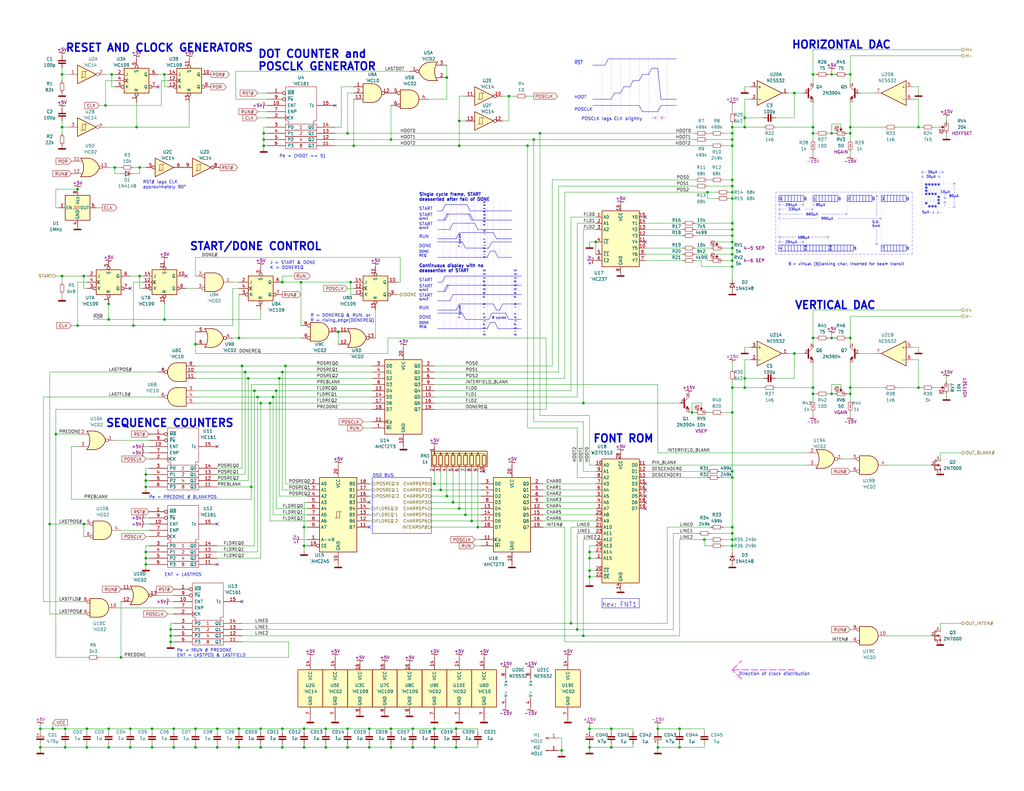
<source format=kicad_sch>
(kicad_sch (version 20200618) (host eeschema "(5.99.0-2039-g05a89863c)")
  (page 1 1)
  (paper "User" 419.1 323.85)
  (title_block (title "OS2 On-screen display/graphics card") (date "2020-06-27") (rev "2") (company "Alexis Lockwood") (comment 1 "CC BY-NC-SA 3.0"))
  (junction (at 16.51 298.45))
  (junction (at 16.51 306.07))
  (junction (at 20.32 214.63))
  (junction (at 21.59 298.45))
  (junction (at 22.86 177.8))
  (junction (at 25.4 30.48))
  (junction (at 25.4 52.07))
  (junction (at 25.4 113.03))
  (junction (at 26.67 298.45))
  (junction (at 26.67 306.07))
  (junction (at 31.75 77.47))
  (junction (at 31.75 133.35))
  (junction (at 34.29 113.03))
  (junction (at 34.29 214.63))
  (junction (at 35.56 298.45))
  (junction (at 35.56 306.07))
  (junction (at 43.18 43.18))
  (junction (at 44.45 124.46))
  (junction (at 44.45 130.81))
  (junction (at 44.45 298.45))
  (junction (at 44.45 306.07))
  (junction (at 45.72 30.48))
  (junction (at 46.99 68.58))
  (junction (at 49.53 269.24))
  (junction (at 53.34 298.45))
  (junction (at 53.34 306.07))
  (junction (at 54.61 133.35))
  (junction (at 55.88 52.07))
  (junction (at 57.15 68.58))
  (junction (at 57.15 113.03))
  (junction (at 59.69 194.31))
  (junction (at 59.69 196.85))
  (junction (at 59.69 199.39))
  (junction (at 59.69 226.06))
  (junction (at 59.69 228.6))
  (junction (at 59.69 231.14))
  (junction (at 62.23 298.45))
  (junction (at 62.23 306.07))
  (junction (at 67.31 30.48))
  (junction (at 67.31 130.81))
  (junction (at 69.85 257.81))
  (junction (at 69.85 260.35))
  (junction (at 69.85 262.89))
  (junction (at 71.12 298.45))
  (junction (at 71.12 306.07))
  (junction (at 80.01 140.97))
  (junction (at 80.01 298.45))
  (junction (at 80.01 306.07))
  (junction (at 88.9 298.45))
  (junction (at 88.9 306.07))
  (junction (at 97.79 138.43))
  (junction (at 97.79 298.45))
  (junction (at 97.79 306.07))
  (junction (at 99.06 149.86))
  (junction (at 100.33 152.4))
  (junction (at 101.6 154.94))
  (junction (at 102.87 199.39))
  (junction (at 104.14 160.02))
  (junction (at 105.41 162.56))
  (junction (at 106.68 165.1))
  (junction (at 106.68 298.45))
  (junction (at 106.68 306.07))
  (junction (at 107.95 54.61))
  (junction (at 107.95 57.15))
  (junction (at 107.95 59.69))
  (junction (at 110.49 165.1))
  (junction (at 111.76 162.56))
  (junction (at 113.03 160.02))
  (junction (at 114.3 154.94))
  (junction (at 115.57 115.57))
  (junction (at 115.57 152.4))
  (junction (at 115.57 298.45))
  (junction (at 115.57 306.07))
  (junction (at 116.84 149.86))
  (junction (at 123.19 115.57))
  (junction (at 124.46 215.9))
  (junction (at 124.46 223.52))
  (junction (at 124.46 298.45))
  (junction (at 124.46 306.07))
  (junction (at 133.35 298.45))
  (junction (at 133.35 306.07))
  (junction (at 138.43 135.89))
  (junction (at 142.24 54.61))
  (junction (at 142.24 298.45))
  (junction (at 142.24 306.07))
  (junction (at 143.51 115.57))
  (junction (at 144.78 59.69))
  (junction (at 151.13 298.45))
  (junction (at 151.13 306.07))
  (junction (at 160.02 57.15))
  (junction (at 160.02 298.45))
  (junction (at 160.02 306.07))
  (junction (at 168.91 298.45))
  (junction (at 168.91 306.07))
  (junction (at 177.8 198.12))
  (junction (at 177.8 298.45))
  (junction (at 177.8 306.07))
  (junction (at 180.34 200.66))
  (junction (at 182.88 31.75))
  (junction (at 182.88 203.2))
  (junction (at 185.42 205.74))
  (junction (at 186.69 298.45))
  (junction (at 186.69 306.07))
  (junction (at 187.96 49.53))
  (junction (at 187.96 59.69))
  (junction (at 187.96 208.28))
  (junction (at 190.5 210.82))
  (junction (at 193.04 213.36))
  (junction (at 195.58 215.9))
  (junction (at 208.28 39.37))
  (junction (at 215.9 59.69))
  (junction (at 218.44 57.15))
  (junction (at 220.98 54.61))
  (junction (at 229.87 307.34))
  (junction (at 233.68 255.27))
  (junction (at 236.22 257.81))
  (junction (at 238.76 165.1))
  (junction (at 238.76 260.35))
  (junction (at 241.3 226.06))
  (junction (at 241.3 228.6))
  (junction (at 241.3 233.68))
  (junction (at 241.3 236.22))
  (junction (at 241.3 298.45))
  (junction (at 241.3 306.07))
  (junction (at 243.84 99.06))
  (junction (at 250.19 298.45))
  (junction (at 250.19 306.07))
  (junction (at 269.24 298.45))
  (junction (at 269.24 306.07))
  (junction (at 278.13 298.45))
  (junction (at 278.13 306.07))
  (junction (at 283.21 168.91))
  (junction (at 288.29 220.98))
  (junction (at 289.56 78.74))
  (junction (at 299.72 52.07))
  (junction (at 299.72 54.61))
  (junction (at 299.72 57.15))
  (junction (at 299.72 59.69))
  (junction (at 299.72 73.66))
  (junction (at 299.72 76.2))
  (junction (at 299.72 78.74))
  (junction (at 299.72 81.28))
  (junction (at 299.72 91.44))
  (junction (at 299.72 93.98))
  (junction (at 299.72 96.52))
  (junction (at 299.72 99.06))
  (junction (at 299.72 101.6))
  (junction (at 299.72 104.14))
  (junction (at 299.72 106.68))
  (junction (at 299.72 109.22))
  (junction (at 299.72 158.75))
  (junction (at 299.72 168.91))
  (junction (at 299.72 193.04))
  (junction (at 299.72 195.58))
  (junction (at 299.72 215.9))
  (junction (at 299.72 218.44))
  (junction (at 299.72 220.98))
  (junction (at 299.72 223.52))
  (junction (at 304.8 48.26))
  (junction (at 304.8 52.07))
  (junction (at 304.8 154.94))
  (junction (at 304.8 158.75))
  (junction (at 325.12 38.1))
  (junction (at 325.12 144.78))
  (junction (at 332.74 30.48))
  (junction (at 332.74 52.07))
  (junction (at 332.74 54.61))
  (junction (at 332.74 138.43))
  (junction (at 332.74 158.75))
  (junction (at 332.74 161.29))
  (junction (at 340.36 30.48))
  (junction (at 340.36 54.61))
  (junction (at 340.36 138.43))
  (junction (at 340.36 161.29))
  (junction (at 347.98 30.48))
  (junction (at 347.98 52.07))
  (junction (at 347.98 54.61))
  (junction (at 347.98 138.43))
  (junction (at 347.98 158.75))
  (junction (at 347.98 161.29))
  (junction (at 375.92 52.07))
  (junction (at 375.92 158.75))
  (no_connect (at 264.16 99.06))
  (no_connect (at 264.16 200.66))
  (no_connect (at 151.13 205.74))
  (no_connect (at 264.16 205.74))
  (no_connect (at 264.16 88.9))
  (no_connect (at 264.16 203.2))
  (no_connect (at 99.06 246.38))
  (no_connect (at 264.16 198.12))
  (no_connect (at 264.16 208.28))
  (no_connect (at 76.2 113.03))
  (no_connect (at 64.77 35.56))
  (no_connect (at 53.34 118.11))
  (no_connect (at 88.9 231.14))
  (no_connect (at 137.16 43.18))
  (no_connect (at 88.9 214.63))
  (no_connect (at 88.9 182.88))
  (no_connect (at 151.13 215.9))
  (no_connect (at 198.12 193.04))
  (wire (pts (xy 16.51 297.18) (xy 16.51 298.45)))
  (wire (pts (xy 16.51 298.45) (xy 16.51 299.72)))
  (wire (pts (xy 16.51 298.45) (xy 21.59 298.45)))
  (wire (pts (xy 16.51 304.8) (xy 16.51 306.07)))
  (wire (pts (xy 16.51 306.07) (xy 16.51 307.34)))
  (wire (pts (xy 16.51 306.07) (xy 26.67 306.07)))
  (wire (pts (xy 17.78 162.56) (xy 17.78 246.38)))
  (wire (pts (xy 17.78 162.56) (xy 64.77 162.56)))
  (wire (pts (xy 17.78 246.38) (xy 33.02 246.38)))
  (wire (pts (xy 20.32 152.4) (xy 64.77 152.4)))
  (wire (pts (xy 20.32 214.63) (xy 20.32 152.4)))
  (wire (pts (xy 20.32 214.63) (xy 20.32 251.46)))
  (wire (pts (xy 20.32 251.46) (xy 33.02 251.46)))
  (wire (pts (xy 21.59 295.91) (xy 21.59 298.45)))
  (wire (pts (xy 21.59 298.45) (xy 26.67 298.45)))
  (wire (pts (xy 22.86 77.47) (xy 22.86 85.09)))
  (wire (pts (xy 22.86 85.09) (xy 24.13 85.09)))
  (wire (pts (xy 22.86 113.03) (xy 25.4 113.03)))
  (wire (pts (xy 22.86 167.64) (xy 22.86 177.8)))
  (wire (pts (xy 22.86 167.64) (xy 152.4 167.64)))
  (wire (pts (xy 22.86 177.8) (xy 22.86 269.24)))
  (wire (pts (xy 22.86 269.24) (xy 35.56 269.24)))
  (wire (pts (xy 25.4 30.48) (xy 25.4 27.94)))
  (wire (pts (xy 25.4 33.02) (xy 25.4 30.48)))
  (wire (pts (xy 25.4 52.07) (xy 25.4 49.53)))
  (wire (pts (xy 25.4 54.61) (xy 25.4 52.07)))
  (wire (pts (xy 25.4 113.03) (xy 25.4 115.57)))
  (wire (pts (xy 25.4 113.03) (xy 34.29 113.03)))
  (wire (pts (xy 25.4 120.65) (xy 25.4 121.92)))
  (wire (pts (xy 26.67 298.45) (xy 26.67 299.72)))
  (wire (pts (xy 26.67 306.07) (xy 26.67 304.8)))
  (wire (pts (xy 26.67 306.07) (xy 35.56 306.07)))
  (wire (pts (xy 27.94 30.48) (xy 25.4 30.48)))
  (wire (pts (xy 27.94 52.07) (xy 25.4 52.07)))
  (wire (pts (xy 29.21 133.35) (xy 31.75 133.35)))
  (wire (pts (xy 29.21 182.88) (xy 31.75 182.88)))
  (wire (pts (xy 29.21 204.47) (xy 29.21 182.88)))
  (wire (pts (xy 31.75 77.47) (xy 22.86 77.47)))
  (wire (pts (xy 31.75 115.57) (xy 35.56 115.57)))
  (wire (pts (xy 31.75 133.35) (xy 31.75 115.57)))
  (wire (pts (xy 31.75 177.8) (xy 22.86 177.8)))
  (wire (pts (xy 34.29 113.03) (xy 34.29 118.11)))
  (wire (pts (xy 34.29 113.03) (xy 35.56 113.03)))
  (wire (pts (xy 34.29 118.11) (xy 35.56 118.11)))
  (wire (pts (xy 34.29 214.63) (xy 20.32 214.63)))
  (wire (pts (xy 34.29 214.63) (xy 34.29 219.71)))
  (wire (pts (xy 35.56 298.45) (xy 26.67 298.45)))
  (wire (pts (xy 35.56 298.45) (xy 35.56 299.72)))
  (wire (pts (xy 35.56 304.8) (xy 35.56 306.07)))
  (wire (pts (xy 35.56 306.07) (xy 44.45 306.07)))
  (wire (pts (xy 38.1 130.81) (xy 44.45 130.81)))
  (wire (pts (xy 39.37 85.09) (xy 41.91 85.09)))
  (wire (pts (xy 40.64 43.18) (xy 43.18 43.18)))
  (wire (pts (xy 40.64 269.24) (xy 49.53 269.24)))
  (wire (pts (xy 43.18 30.48) (xy 45.72 30.48)))
  (wire (pts (xy 43.18 33.02) (xy 46.99 33.02)))
  (wire (pts (xy 43.18 43.18) (xy 43.18 33.02)))
  (wire (pts (xy 43.18 43.18) (xy 66.04 43.18)))
  (wire (pts (xy 43.18 52.07) (xy 55.88 52.07)))
  (wire (pts (xy 44.45 68.58) (xy 46.99 68.58)))
  (wire (pts (xy 44.45 123.19) (xy 44.45 124.46)))
  (wire (pts (xy 44.45 124.46) (xy 44.45 130.81)))
  (wire (pts (xy 44.45 130.81) (xy 67.31 130.81)))
  (wire (pts (xy 44.45 298.45) (xy 35.56 298.45)))
  (wire (pts (xy 44.45 298.45) (xy 44.45 299.72)))
  (wire (pts (xy 44.45 304.8) (xy 44.45 306.07)))
  (wire (pts (xy 44.45 306.07) (xy 53.34 306.07)))
  (wire (pts (xy 45.72 30.48) (xy 45.72 35.56)))
  (wire (pts (xy 45.72 30.48) (xy 46.99 30.48)))
  (wire (pts (xy 45.72 35.56) (xy 46.99 35.56)))
  (wire (pts (xy 46.99 68.58) (xy 46.99 71.12)))
  (wire (pts (xy 46.99 68.58) (xy 49.53 68.58)))
  (wire (pts (xy 46.99 71.12) (xy 49.53 71.12)))
  (wire (pts (xy 46.99 180.34) (xy 60.96 180.34)))
  (wire (pts (xy 48.26 248.92) (xy 71.12 248.92)))
  (wire (pts (xy 49.53 217.17) (xy 60.96 217.17)))
  (wire (pts (xy 49.53 246.38) (xy 49.53 269.24)))
  (wire (pts (xy 49.53 269.24) (xy 118.11 269.24)))
  (wire (pts (xy 53.34 113.03) (xy 57.15 113.03)))
  (wire (pts (xy 53.34 298.45) (xy 44.45 298.45)))
  (wire (pts (xy 53.34 298.45) (xy 53.34 299.72)))
  (wire (pts (xy 53.34 304.8) (xy 53.34 306.07)))
  (wire (pts (xy 53.34 306.07) (xy 62.23 306.07)))
  (wire (pts (xy 54.61 71.12) (xy 57.15 71.12)))
  (wire (pts (xy 54.61 115.57) (xy 54.61 133.35)))
  (wire (pts (xy 54.61 133.35) (xy 31.75 133.35)))
  (wire (pts (xy 54.61 133.35) (xy 95.25 133.35)))
  (wire (pts (xy 55.88 41.91) (xy 55.88 52.07)))
  (wire (pts (xy 55.88 52.07) (xy 77.47 52.07)))
  (wire (pts (xy 57.15 68.58) (xy 54.61 68.58)))
  (wire (pts (xy 57.15 71.12) (xy 57.15 68.58)))
  (wire (pts (xy 57.15 113.03) (xy 57.15 118.11)))
  (wire (pts (xy 57.15 118.11) (xy 58.42 118.11)))
  (wire (pts (xy 58.42 113.03) (xy 57.15 113.03)))
  (wire (pts (xy 58.42 115.57) (xy 54.61 115.57)))
  (wire (pts (xy 59.69 68.58) (xy 57.15 68.58)))
  (wire (pts (xy 59.69 185.42) (xy 60.96 185.42)))
  (wire (pts (xy 59.69 187.96) (xy 60.96 187.96)))
  (wire (pts (xy 59.69 191.77) (xy 59.69 194.31)))
  (wire (pts (xy 59.69 194.31) (xy 59.69 196.85)))
  (wire (pts (xy 59.69 196.85) (xy 59.69 199.39)))
  (wire (pts (xy 59.69 199.39) (xy 59.69 200.66)))
  (wire (pts (xy 59.69 214.63) (xy 60.96 214.63)))
  (wire (pts (xy 59.69 219.71) (xy 60.96 219.71)))
  (wire (pts (xy 59.69 223.52) (xy 59.69 226.06)))
  (wire (pts (xy 59.69 226.06) (xy 59.69 228.6)))
  (wire (pts (xy 59.69 228.6) (xy 59.69 231.14)))
  (wire (pts (xy 59.69 231.14) (xy 59.69 232.41)))
  (wire (pts (xy 60.96 182.88) (xy 59.69 182.88)))
  (wire (pts (xy 60.96 191.77) (xy 59.69 191.77)))
  (wire (pts (xy 60.96 194.31) (xy 59.69 194.31)))
  (wire (pts (xy 60.96 196.85) (xy 59.69 196.85)))
  (wire (pts (xy 60.96 199.39) (xy 59.69 199.39)))
  (wire (pts (xy 60.96 212.09) (xy 59.69 212.09)))
  (wire (pts (xy 60.96 223.52) (xy 59.69 223.52)))
  (wire (pts (xy 60.96 226.06) (xy 59.69 226.06)))
  (wire (pts (xy 60.96 228.6) (xy 59.69 228.6)))
  (wire (pts (xy 60.96 231.14) (xy 59.69 231.14)))
  (wire (pts (xy 62.23 298.45) (xy 53.34 298.45)))
  (wire (pts (xy 62.23 298.45) (xy 62.23 299.72)))
  (wire (pts (xy 62.23 304.8) (xy 62.23 306.07)))
  (wire (pts (xy 62.23 306.07) (xy 71.12 306.07)))
  (wire (pts (xy 64.77 30.48) (xy 67.31 30.48)))
  (wire (pts (xy 64.77 243.84) (xy 71.12 243.84)))
  (wire (pts (xy 66.04 33.02) (xy 68.58 33.02)))
  (wire (pts (xy 66.04 43.18) (xy 66.04 33.02)))
  (wire (pts (xy 67.31 30.48) (xy 68.58 30.48)))
  (wire (pts (xy 67.31 35.56) (xy 67.31 30.48)))
  (wire (pts (xy 67.31 130.81) (xy 67.31 124.46)))
  (wire (pts (xy 67.31 130.81) (xy 106.68 130.81)))
  (wire (pts (xy 68.58 35.56) (xy 67.31 35.56)))
  (wire (pts (xy 68.58 251.46) (xy 71.12 251.46)))
  (wire (pts (xy 69.85 246.38) (xy 71.12 246.38)))
  (wire (pts (xy 69.85 255.27) (xy 69.85 257.81)))
  (wire (pts (xy 69.85 257.81) (xy 69.85 260.35)))
  (wire (pts (xy 69.85 260.35) (xy 69.85 262.89)))
  (wire (pts (xy 69.85 262.89) (xy 69.85 264.16)))
  (wire (pts (xy 71.12 255.27) (xy 69.85 255.27)))
  (wire (pts (xy 71.12 257.81) (xy 69.85 257.81)))
  (wire (pts (xy 71.12 260.35) (xy 69.85 260.35)))
  (wire (pts (xy 71.12 262.89) (xy 69.85 262.89)))
  (wire (pts (xy 71.12 298.45) (xy 62.23 298.45)))
  (wire (pts (xy 71.12 298.45) (xy 71.12 299.72)))
  (wire (pts (xy 71.12 304.8) (xy 71.12 306.07)))
  (wire (pts (xy 71.12 306.07) (xy 80.01 306.07)))
  (wire (pts (xy 76.2 118.11) (xy 80.01 118.11)))
  (wire (pts (xy 77.47 41.91) (xy 77.47 52.07)))
  (wire (pts (xy 80.01 105.41) (xy 80.01 113.03)))
  (wire (pts (xy 80.01 135.89) (xy 80.01 140.97)))
  (wire (pts (xy 80.01 144.78) (xy 80.01 140.97)))
  (wire (pts (xy 80.01 149.86) (xy 99.06 149.86)))
  (wire (pts (xy 80.01 152.4) (xy 100.33 152.4)))
  (wire (pts (xy 80.01 154.94) (xy 101.6 154.94)))
  (wire (pts (xy 80.01 160.02) (xy 104.14 160.02)))
  (wire (pts (xy 80.01 162.56) (xy 105.41 162.56)))
  (wire (pts (xy 80.01 165.1) (xy 106.68 165.1)))
  (wire (pts (xy 80.01 298.45) (xy 71.12 298.45)))
  (wire (pts (xy 80.01 298.45) (xy 80.01 299.72)))
  (wire (pts (xy 80.01 304.8) (xy 80.01 306.07)))
  (wire (pts (xy 80.01 306.07) (xy 88.9 306.07)))
  (wire (pts (xy 88.9 191.77) (xy 99.06 191.77)))
  (wire (pts (xy 88.9 196.85) (xy 101.6 196.85)))
  (wire (pts (xy 88.9 199.39) (xy 102.87 199.39)))
  (wire (pts (xy 88.9 223.52) (xy 104.14 223.52)))
  (wire (pts (xy 88.9 226.06) (xy 105.41 226.06)))
  (wire (pts (xy 88.9 228.6) (xy 106.68 228.6)))
  (wire (pts (xy 88.9 298.45) (xy 80.01 298.45)))
  (wire (pts (xy 88.9 298.45) (xy 88.9 299.72)))
  (wire (pts (xy 88.9 304.8) (xy 88.9 306.07)))
  (wire (pts (xy 88.9 306.07) (xy 97.79 306.07)))
  (wire (pts (xy 95.25 118.11) (xy 97.79 118.11)))
  (wire (pts (xy 95.25 133.35) (xy 95.25 118.11)))
  (wire (pts (xy 95.25 138.43) (xy 97.79 138.43)))
  (wire (pts (xy 96.52 29.21) (xy 167.64 29.21)))
  (wire (pts (xy 96.52 40.64) (xy 96.52 29.21)))
  (wire (pts (xy 96.52 40.64) (xy 109.22 40.64)))
  (wire (pts (xy 97.79 115.57) (xy 95.25 115.57)))
  (wire (pts (xy 97.79 138.43) (xy 97.79 120.65)))
  (wire (pts (xy 97.79 298.45) (xy 88.9 298.45)))
  (wire (pts (xy 97.79 298.45) (xy 97.79 299.72)))
  (wire (pts (xy 97.79 304.8) (xy 97.79 306.07)))
  (wire (pts (xy 97.79 306.07) (xy 106.68 306.07)))
  (wire (pts (xy 99.06 149.86) (xy 116.84 149.86)))
  (wire (pts (xy 99.06 191.77) (xy 99.06 149.86)))
  (wire (pts (xy 99.06 255.27) (xy 233.68 255.27)))
  (wire (pts (xy 99.06 257.81) (xy 236.22 257.81)))
  (wire (pts (xy 99.06 260.35) (xy 238.76 260.35)))
  (wire (pts (xy 100.33 152.4) (xy 115.57 152.4)))
  (wire (pts (xy 100.33 194.31) (xy 88.9 194.31)))
  (wire (pts (xy 100.33 194.31) (xy 100.33 152.4)))
  (wire (pts (xy 101.6 154.94) (xy 114.3 154.94)))
  (wire (pts (xy 101.6 196.85) (xy 101.6 154.94)))
  (wire (pts (xy 102.87 157.48) (xy 152.4 157.48)))
  (wire (pts (xy 102.87 199.39) (xy 102.87 157.48)))
  (wire (pts (xy 102.87 199.39) (xy 102.87 204.47)))
  (wire (pts (xy 102.87 204.47) (xy 29.21 204.47)))
  (wire (pts (xy 104.14 160.02) (xy 113.03 160.02)))
  (wire (pts (xy 104.14 223.52) (xy 104.14 160.02)))
  (wire (pts (xy 105.41 38.1) (xy 109.22 38.1)))
  (wire (pts (xy 105.41 45.72) (xy 109.22 45.72)))
  (wire (pts (xy 105.41 162.56) (xy 111.76 162.56)))
  (wire (pts (xy 105.41 226.06) (xy 105.41 162.56)))
  (wire (pts (xy 106.68 130.81) (xy 106.68 127)))
  (wire (pts (xy 106.68 165.1) (xy 110.49 165.1)))
  (wire (pts (xy 106.68 228.6) (xy 106.68 165.1)))
  (wire (pts (xy 106.68 298.45) (xy 97.79 298.45)))
  (wire (pts (xy 106.68 298.45) (xy 106.68 299.72)))
  (wire (pts (xy 106.68 304.8) (xy 106.68 306.07)))
  (wire (pts (xy 106.68 306.07) (xy 115.57 306.07)))
  (wire (pts (xy 107.95 52.07) (xy 107.95 54.61)))
  (wire (pts (xy 107.95 54.61) (xy 107.95 57.15)))
  (wire (pts (xy 107.95 57.15) (xy 107.95 59.69)))
  (wire (pts (xy 107.95 59.69) (xy 107.95 60.96)))
  (wire (pts (xy 109.22 48.26) (xy 105.41 48.26)))
  (wire (pts (xy 109.22 52.07) (xy 107.95 52.07)))
  (wire (pts (xy 109.22 54.61) (xy 107.95 54.61)))
  (wire (pts (xy 109.22 57.15) (xy 107.95 57.15)))
  (wire (pts (xy 109.22 59.69) (xy 107.95 59.69)))
  (wire (pts (xy 110.49 165.1) (xy 110.49 213.36)))
  (wire (pts (xy 110.49 165.1) (xy 152.4 165.1)))
  (wire (pts (xy 110.49 213.36) (xy 125.73 213.36)))
  (wire (pts (xy 111.76 162.56) (xy 152.4 162.56)))
  (wire (pts (xy 111.76 210.82) (xy 111.76 162.56)))
  (wire (pts (xy 111.76 210.82) (xy 125.73 210.82)))
  (wire (pts (xy 113.03 160.02) (xy 113.03 208.28)))
  (wire (pts (xy 113.03 160.02) (xy 152.4 160.02)))
  (wire (pts (xy 113.03 208.28) (xy 125.73 208.28)))
  (wire (pts (xy 114.3 154.94) (xy 152.4 154.94)))
  (wire (pts (xy 114.3 203.2) (xy 114.3 154.94)))
  (wire (pts (xy 114.3 203.2) (xy 125.73 203.2)))
  (wire (pts (xy 115.57 113.03) (xy 120.65 113.03)))
  (wire (pts (xy 115.57 115.57) (xy 115.57 113.03)))
  (wire (pts (xy 115.57 115.57) (xy 123.19 115.57)))
  (wire (pts (xy 115.57 152.4) (xy 152.4 152.4)))
  (wire (pts (xy 115.57 200.66) (xy 115.57 152.4)))
  (wire (pts (xy 115.57 200.66) (xy 125.73 200.66)))
  (wire (pts (xy 115.57 298.45) (xy 106.68 298.45)))
  (wire (pts (xy 115.57 298.45) (xy 115.57 299.72)))
  (wire (pts (xy 115.57 304.8) (xy 115.57 306.07)))
  (wire (pts (xy 115.57 306.07) (xy 124.46 306.07)))
  (wire (pts (xy 116.84 149.86) (xy 152.4 149.86)))
  (wire (pts (xy 116.84 198.12) (xy 116.84 149.86)))
  (wire (pts (xy 116.84 198.12) (xy 125.73 198.12)))
  (wire (pts (xy 118.11 262.89) (xy 99.06 262.89)))
  (wire (pts (xy 118.11 269.24) (xy 118.11 262.89)))
  (wire (pts (xy 123.19 115.57) (xy 143.51 115.57)))
  (wire (pts (xy 123.19 133.35) (xy 123.19 115.57)))
  (wire (pts (xy 123.19 138.43) (xy 97.79 138.43)))
  (wire (pts (xy 123.19 220.98) (xy 125.73 220.98)))
  (wire (pts (xy 124.46 205.74) (xy 125.73 205.74)))
  (wire (pts (xy 124.46 215.9) (xy 124.46 205.74)))
  (wire (pts (xy 124.46 215.9) (xy 124.46 223.52)))
  (wire (pts (xy 124.46 215.9) (xy 125.73 215.9)))
  (wire (pts (xy 124.46 223.52) (xy 124.46 226.06)))
  (wire (pts (xy 124.46 223.52) (xy 125.73 223.52)))
  (wire (pts (xy 124.46 298.45) (xy 115.57 298.45)))
  (wire (pts (xy 124.46 298.45) (xy 124.46 299.72)))
  (wire (pts (xy 124.46 304.8) (xy 124.46 306.07)))
  (wire (pts (xy 124.46 306.07) (xy 133.35 306.07)))
  (wire (pts (xy 133.35 298.45) (xy 124.46 298.45)))
  (wire (pts (xy 133.35 298.45) (xy 133.35 299.72)))
  (wire (pts (xy 133.35 304.8) (xy 133.35 306.07)))
  (wire (pts (xy 133.35 306.07) (xy 142.24 306.07)))
  (wire (pts (xy 137.16 54.61) (xy 142.24 54.61)))
  (wire (pts (xy 137.16 57.15) (xy 160.02 57.15)))
  (wire (pts (xy 137.16 59.69) (xy 144.78 59.69)))
  (wire (pts (xy 138.43 135.89) (xy 138.43 140.97)))
  (wire (pts (xy 139.7 35.56) (xy 139.7 52.07)))
  (wire (pts (xy 139.7 52.07) (xy 137.16 52.07)))
  (wire (pts (xy 142.24 38.1) (xy 142.24 54.61)))
  (wire (pts (xy 142.24 54.61) (xy 220.98 54.61)))
  (wire (pts (xy 142.24 118.11) (xy 144.78 118.11)))
  (wire (pts (xy 142.24 298.45) (xy 133.35 298.45)))
  (wire (pts (xy 142.24 298.45) (xy 142.24 299.72)))
  (wire (pts (xy 142.24 304.8) (xy 142.24 306.07)))
  (wire (pts (xy 142.24 306.07) (xy 151.13 306.07)))
  (wire (pts (xy 143.51 115.57) (xy 143.51 120.65)))
  (wire (pts (xy 143.51 115.57) (xy 144.78 115.57)))
  (wire (pts (xy 143.51 120.65) (xy 144.78 120.65)))
  (wire (pts (xy 144.78 35.56) (xy 139.7 35.56)))
  (wire (pts (xy 144.78 38.1) (xy 142.24 38.1)))
  (wire (pts (xy 144.78 40.64) (xy 144.78 59.69)))
  (wire (pts (xy 144.78 59.69) (xy 187.96 59.69)))
  (wire (pts (xy 148.59 172.72) (xy 152.4 172.72)))
  (wire (pts (xy 148.59 175.26) (xy 152.4 175.26)))
  (wire (pts (xy 151.13 198.12) (xy 152.4 198.12)))
  (wire (pts (xy 151.13 200.66) (xy 152.4 200.66)))
  (wire (pts (xy 151.13 203.2) (xy 152.4 203.2)))
  (wire (pts (xy 151.13 208.28) (xy 152.4 208.28)))
  (wire (pts (xy 151.13 210.82) (xy 152.4 210.82)))
  (wire (pts (xy 151.13 213.36) (xy 152.4 213.36)))
  (wire (pts (xy 151.13 298.45) (xy 142.24 298.45)))
  (wire (pts (xy 151.13 298.45) (xy 151.13 299.72)))
  (wire (pts (xy 151.13 304.8) (xy 151.13 306.07)))
  (wire (pts (xy 151.13 306.07) (xy 160.02 306.07)))
  (wire (pts (xy 153.67 138.43) (xy 153.67 127)))
  (wire (pts (xy 158.75 138.43) (xy 158.75 144.78)))
  (wire (pts (xy 158.75 138.43) (xy 223.52 138.43)))
  (wire (pts (xy 158.75 144.78) (xy 80.01 144.78)))
  (wire (pts (xy 160.02 43.18) (xy 160.02 57.15)))
  (wire (pts (xy 160.02 57.15) (xy 218.44 57.15)))
  (wire (pts (xy 160.02 298.45) (xy 151.13 298.45)))
  (wire (pts (xy 160.02 298.45) (xy 160.02 299.72)))
  (wire (pts (xy 160.02 304.8) (xy 160.02 306.07)))
  (wire (pts (xy 160.02 306.07) (xy 168.91 306.07)))
  (wire (pts (xy 162.56 115.57) (xy 163.83 115.57)))
  (wire (pts (xy 162.56 120.65) (xy 163.83 120.65)))
  (wire (pts (xy 163.83 105.41) (xy 80.01 105.41)))
  (wire (pts (xy 163.83 115.57) (xy 163.83 105.41)))
  (wire (pts (xy 168.91 298.45) (xy 160.02 298.45)))
  (wire (pts (xy 168.91 298.45) (xy 168.91 299.72)))
  (wire (pts (xy 168.91 304.8) (xy 168.91 306.07)))
  (wire (pts (xy 168.91 306.07) (xy 177.8 306.07)))
  (wire (pts (xy 175.26 40.64) (xy 182.88 40.64)))
  (wire (pts (xy 176.53 198.12) (xy 177.8 198.12)))
  (wire (pts (xy 176.53 200.66) (xy 180.34 200.66)))
  (wire (pts (xy 176.53 203.2) (xy 182.88 203.2)))
  (wire (pts (xy 176.53 205.74) (xy 185.42 205.74)))
  (wire (pts (xy 176.53 208.28) (xy 187.96 208.28)))
  (wire (pts (xy 176.53 210.82) (xy 190.5 210.82)))
  (wire (pts (xy 176.53 213.36) (xy 193.04 213.36)))
  (wire (pts (xy 176.53 215.9) (xy 195.58 215.9)))
  (wire (pts (xy 177.8 149.86) (xy 226.06 149.86)))
  (wire (pts (xy 177.8 152.4) (xy 228.6 152.4)))
  (wire (pts (xy 177.8 154.94) (xy 231.14 154.94)))
  (wire (pts (xy 177.8 157.48) (xy 269.24 157.48)))
  (wire (pts (xy 177.8 160.02) (xy 233.68 160.02)))
  (wire (pts (xy 177.8 162.56) (xy 236.22 162.56)))
  (wire (pts (xy 177.8 165.1) (xy 238.76 165.1)))
  (wire (pts (xy 177.8 193.04) (xy 177.8 198.12)))
  (wire (pts (xy 177.8 198.12) (xy 196.85 198.12)))
  (wire (pts (xy 177.8 298.45) (xy 168.91 298.45)))
  (wire (pts (xy 177.8 298.45) (xy 177.8 299.72)))
  (wire (pts (xy 177.8 304.8) (xy 177.8 306.07)))
  (wire (pts (xy 177.8 306.07) (xy 186.69 306.07)))
  (wire (pts (xy 180.34 193.04) (xy 180.34 200.66)))
  (wire (pts (xy 180.34 200.66) (xy 196.85 200.66)))
  (wire (pts (xy 182.88 31.75) (xy 182.88 26.67)))
  (wire (pts (xy 182.88 40.64) (xy 182.88 31.75)))
  (wire (pts (xy 182.88 193.04) (xy 182.88 203.2)))
  (wire (pts (xy 182.88 203.2) (xy 196.85 203.2)))
  (wire (pts (xy 185.42 193.04) (xy 185.42 205.74)))
  (wire (pts (xy 185.42 205.74) (xy 196.85 205.74)))
  (wire (pts (xy 186.69 298.45) (xy 177.8 298.45)))
  (wire (pts (xy 186.69 298.45) (xy 186.69 299.72)))
  (wire (pts (xy 186.69 304.8) (xy 186.69 306.07)))
  (wire (pts (xy 186.69 306.07) (xy 195.58 306.07)))
  (wire (pts (xy 187.96 39.37) (xy 187.96 49.53)))
  (wire (pts (xy 187.96 39.37) (xy 190.5 39.37)))
  (wire (pts (xy 187.96 49.53) (xy 187.96 59.69)))
  (wire (pts (xy 187.96 49.53) (xy 190.5 49.53)))
  (wire (pts (xy 187.96 59.69) (xy 215.9 59.69)))
  (wire (pts (xy 187.96 193.04) (xy 187.96 208.28)))
  (wire (pts (xy 187.96 208.28) (xy 196.85 208.28)))
  (wire (pts (xy 190.5 193.04) (xy 190.5 210.82)))
  (wire (pts (xy 190.5 210.82) (xy 196.85 210.82)))
  (wire (pts (xy 193.04 193.04) (xy 193.04 213.36)))
  (wire (pts (xy 193.04 213.36) (xy 196.85 213.36)))
  (wire (pts (xy 194.31 220.98) (xy 196.85 220.98)))
  (wire (pts (xy 194.31 223.52) (xy 196.85 223.52)))
  (wire (pts (xy 195.58 193.04) (xy 195.58 215.9)))
  (wire (pts (xy 195.58 215.9) (xy 196.85 215.9)))
  (wire (pts (xy 195.58 298.45) (xy 186.69 298.45)))
  (wire (pts (xy 195.58 299.72) (xy 195.58 298.45)))
  (wire (pts (xy 195.58 306.07) (xy 195.58 304.8)))
  (wire (pts (xy 205.74 49.53) (xy 208.28 49.53)))
  (wire (pts (xy 208.28 39.37) (xy 205.74 39.37)))
  (wire (pts (xy 208.28 49.53) (xy 208.28 39.37)))
  (wire (pts (xy 210.82 39.37) (xy 208.28 39.37)))
  (wire (pts (xy 215.9 175.26) (xy 215.9 59.69)))
  (wire (pts (xy 218.44 39.37) (xy 215.9 39.37)))
  (wire (pts (xy 218.44 57.15) (xy 284.48 57.15)))
  (wire (pts (xy 218.44 172.72) (xy 218.44 57.15)))
  (wire (pts (xy 218.44 172.72) (xy 238.76 172.72)))
  (wire (pts (xy 220.98 54.61) (xy 284.48 54.61)))
  (wire (pts (xy 220.98 170.18) (xy 220.98 54.61)))
  (wire (pts (xy 222.25 198.12) (xy 243.84 198.12)))
  (wire (pts (xy 222.25 200.66) (xy 243.84 200.66)))
  (wire (pts (xy 222.25 203.2) (xy 243.84 203.2)))
  (wire (pts (xy 222.25 205.74) (xy 243.84 205.74)))
  (wire (pts (xy 222.25 208.28) (xy 243.84 208.28)))
  (wire (pts (xy 222.25 210.82) (xy 243.84 210.82)))
  (wire (pts (xy 222.25 213.36) (xy 243.84 213.36)))
  (wire (pts (xy 222.25 215.9) (xy 231.14 215.9)))
  (wire (pts (xy 223.52 138.43) (xy 223.52 167.64)))
  (wire (pts (xy 223.52 167.64) (xy 177.8 167.64)))
  (wire (pts (xy 226.06 73.66) (xy 226.06 149.86)))
  (wire (pts (xy 226.06 73.66) (xy 284.48 73.66)))
  (wire (pts (xy 228.6 76.2) (xy 228.6 152.4)))
  (wire (pts (xy 228.6 76.2) (xy 284.48 76.2)))
  (wire (pts (xy 228.6 307.34) (xy 229.87 307.34)))
  (wire (pts (xy 229.87 302.26) (xy 228.6 302.26)))
  (wire (pts (xy 229.87 307.34) (xy 229.87 302.26)))
  (wire (pts (xy 229.87 308.61) (xy 229.87 307.34)))
  (wire (pts (xy 231.14 78.74) (xy 231.14 154.94)))
  (wire (pts (xy 231.14 78.74) (xy 289.56 78.74)))
  (wire (pts (xy 231.14 262.89) (xy 231.14 215.9)))
  (wire (pts (xy 233.68 88.9) (xy 233.68 160.02)))
  (wire (pts (xy 233.68 88.9) (xy 243.84 88.9)))
  (wire (pts (xy 233.68 215.9) (xy 233.68 255.27)))
  (wire (pts (xy 233.68 215.9) (xy 243.84 215.9)))
  (wire (pts (xy 233.68 255.27) (xy 273.05 255.27)))
  (wire (pts (xy 236.22 91.44) (xy 236.22 162.56)))
  (wire (pts (xy 236.22 91.44) (xy 243.84 91.44)))
  (wire (pts (xy 236.22 175.26) (xy 215.9 175.26)))
  (wire (pts (xy 236.22 195.58) (xy 236.22 175.26)))
  (wire (pts (xy 236.22 195.58) (xy 243.84 195.58)))
  (wire (pts (xy 236.22 218.44) (xy 243.84 218.44)))
  (wire (pts (xy 236.22 257.81) (xy 236.22 218.44)))
  (wire (pts (xy 236.22 257.81) (xy 275.59 257.81)))
  (wire (pts (xy 238.76 93.98) (xy 238.76 165.1)))
  (wire (pts (xy 238.76 93.98) (xy 243.84 93.98)))
  (wire (pts (xy 238.76 193.04) (xy 238.76 172.72)))
  (wire (pts (xy 238.76 193.04) (xy 243.84 193.04)))
  (wire (pts (xy 238.76 220.98) (xy 238.76 260.35)))
  (wire (pts (xy 238.76 220.98) (xy 243.84 220.98)))
  (wire (pts (xy 238.76 260.35) (xy 278.13 260.35)))
  (wire (pts (xy 241.3 99.06) (xy 241.3 100.33)))
  (wire (pts (xy 241.3 170.18) (xy 220.98 170.18)))
  (wire (pts (xy 241.3 190.5) (xy 241.3 170.18)))
  (wire (pts (xy 241.3 190.5) (xy 243.84 190.5)))
  (wire (pts (xy 241.3 223.52) (xy 241.3 226.06)))
  (wire (pts (xy 241.3 223.52) (xy 243.84 223.52)))
  (wire (pts (xy 241.3 226.06) (xy 241.3 228.6)))
  (wire (pts (xy 241.3 226.06) (xy 243.84 226.06)))
  (wire (pts (xy 241.3 228.6) (xy 241.3 233.68)))
  (wire (pts (xy 241.3 228.6) (xy 243.84 228.6)))
  (wire (pts (xy 241.3 233.68) (xy 241.3 236.22)))
  (wire (pts (xy 241.3 233.68) (xy 243.84 233.68)))
  (wire (pts (xy 241.3 236.22) (xy 241.3 238.76)))
  (wire (pts (xy 241.3 236.22) (xy 243.84 236.22)))
  (wire (pts (xy 241.3 297.18) (xy 241.3 298.45)))
  (wire (pts (xy 241.3 298.45) (xy 241.3 299.72)))
  (wire (pts (xy 241.3 298.45) (xy 250.19 298.45)))
  (wire (pts (xy 241.3 306.07) (xy 241.3 304.8)))
  (wire (pts (xy 241.3 307.34) (xy 241.3 306.07)))
  (wire (pts (xy 243.84 99.06) (xy 241.3 99.06)))
  (wire (pts (xy 243.84 104.14) (xy 243.84 99.06)))
  (wire (pts (xy 250.19 298.45) (xy 250.19 299.72)))
  (wire (pts (xy 250.19 298.45) (xy 259.08 298.45)))
  (wire (pts (xy 250.19 304.8) (xy 250.19 306.07)))
  (wire (pts (xy 250.19 306.07) (xy 241.3 306.07)))
  (wire (pts (xy 250.19 306.07) (xy 259.08 306.07)))
  (wire (pts (xy 259.08 299.72) (xy 259.08 298.45)))
  (wire (pts (xy 259.08 306.07) (xy 259.08 304.8)))
  (wire (pts (xy 264.16 91.44) (xy 279.4 91.44)))
  (wire (pts (xy 264.16 93.98) (xy 279.4 93.98)))
  (wire (pts (xy 264.16 96.52) (xy 279.4 96.52)))
  (wire (pts (xy 264.16 101.6) (xy 279.4 101.6)))
  (wire (pts (xy 264.16 104.14) (xy 279.4 104.14)))
  (wire (pts (xy 264.16 106.68) (xy 279.4 106.68)))
  (wire (pts (xy 264.16 190.5) (xy 330.2 190.5)))
  (wire (pts (xy 264.16 193.04) (xy 289.56 193.04)))
  (wire (pts (xy 264.16 195.58) (xy 289.56 195.58)))
  (wire (pts (xy 269.24 185.42) (xy 269.24 157.48)))
  (wire (pts (xy 269.24 297.18) (xy 269.24 298.45)))
  (wire (pts (xy 269.24 298.45) (xy 269.24 299.72)))
  (wire (pts (xy 269.24 298.45) (xy 278.13 298.45)))
  (wire (pts (xy 269.24 306.07) (xy 269.24 304.8)))
  (wire (pts (xy 269.24 307.34) (xy 269.24 306.07)))
  (wire (pts (xy 273.05 215.9) (xy 290.83 215.9)))
  (wire (pts (xy 273.05 255.27) (xy 273.05 215.9)))
  (wire (pts (xy 275.59 218.44) (xy 275.59 257.81)))
  (wire (pts (xy 275.59 218.44) (xy 285.75 218.44)))
  (wire (pts (xy 278.13 165.1) (xy 238.76 165.1)))
  (wire (pts (xy 278.13 220.98) (xy 288.29 220.98)))
  (wire (pts (xy 278.13 260.35) (xy 278.13 220.98)))
  (wire (pts (xy 278.13 298.45) (xy 278.13 299.72)))
  (wire (pts (xy 278.13 298.45) (xy 288.29 298.45)))
  (wire (pts (xy 278.13 304.8) (xy 278.13 306.07)))
  (wire (pts (xy 278.13 306.07) (xy 269.24 306.07)))
  (wire (pts (xy 278.13 306.07) (xy 288.29 306.07)))
  (wire (pts (xy 281.94 168.91) (xy 283.21 168.91)))
  (wire (pts (xy 283.21 165.1) (xy 287.02 165.1)))
  (wire (pts (xy 283.21 168.91) (xy 283.21 165.1)))
  (wire (pts (xy 283.21 168.91) (xy 284.48 168.91)))
  (wire (pts (xy 284.48 91.44) (xy 299.72 91.44)))
  (wire (pts (xy 284.48 93.98) (xy 299.72 93.98)))
  (wire (pts (xy 284.48 96.52) (xy 299.72 96.52)))
  (wire (pts (xy 284.48 101.6) (xy 290.83 101.6)))
  (wire (pts (xy 284.48 104.14) (xy 289.56 104.14)))
  (wire (pts (xy 284.48 106.68) (xy 287.02 106.68)))
  (wire (pts (xy 287.02 106.68) (xy 287.02 109.22)))
  (wire (pts (xy 287.02 109.22) (xy 299.72 109.22)))
  (wire (pts (xy 287.02 165.1) (xy 287.02 166.37)))
  (wire (pts (xy 288.29 220.98) (xy 290.83 220.98)))
  (wire (pts (xy 288.29 223.52) (xy 288.29 220.98)))
  (wire (pts (xy 288.29 299.72) (xy 288.29 298.45)))
  (wire (pts (xy 288.29 306.07) (xy 288.29 304.8)))
  (wire (pts (xy 289.56 54.61) (xy 290.83 54.61)))
  (wire (pts (xy 289.56 57.15) (xy 299.72 57.15)))
  (wire (pts (xy 289.56 73.66) (xy 290.83 73.66)))
  (wire (pts (xy 289.56 76.2) (xy 299.72 76.2)))
  (wire (pts (xy 289.56 78.74) (xy 289.56 81.28)))
  (wire (pts (xy 289.56 78.74) (xy 293.37 78.74)))
  (wire (pts (xy 289.56 81.28) (xy 293.37 81.28)))
  (wire (pts (xy 289.56 104.14) (xy 289.56 106.68)))
  (wire (pts (xy 289.56 106.68) (xy 290.83 106.68)))
  (wire (pts (xy 289.56 168.91) (xy 290.83 168.91)))
  (wire (pts (xy 290.83 59.69) (xy 215.9 59.69)))
  (wire (pts (xy 290.83 218.44) (xy 299.72 218.44)))
  (wire (pts (xy 290.83 223.52) (xy 288.29 223.52)))
  (wire (pts (xy 293.37 99.06) (xy 299.72 99.06)))
  (wire (pts (xy 293.37 104.14) (xy 299.72 104.14)))
  (wire (pts (xy 294.64 193.04) (xy 299.72 193.04)))
  (wire (pts (xy 294.64 195.58) (xy 299.72 195.58)))
  (wire (pts (xy 295.91 54.61) (xy 299.72 54.61)))
  (wire (pts (xy 295.91 59.69) (xy 299.72 59.69)))
  (wire (pts (xy 295.91 73.66) (xy 299.72 73.66)))
  (wire (pts (xy 295.91 101.6) (xy 299.72 101.6)))
  (wire (pts (xy 295.91 106.68) (xy 299.72 106.68)))
  (wire (pts (xy 295.91 168.91) (xy 299.72 168.91)))
  (wire (pts (xy 295.91 215.9) (xy 299.72 215.9)))
  (wire (pts (xy 295.91 220.98) (xy 299.72 220.98)))
  (wire (pts (xy 298.45 78.74) (xy 299.72 78.74)))
  (wire (pts (xy 298.45 81.28) (xy 299.72 81.28)))
  (wire (pts (xy 299.72 43.18) (xy 299.72 45.72)))
  (wire (pts (xy 299.72 50.8) (xy 299.72 52.07)))
  (wire (pts (xy 299.72 52.07) (xy 299.72 54.61)))
  (wire (pts (xy 299.72 52.07) (xy 304.8 52.07)))
  (wire (pts (xy 299.72 54.61) (xy 299.72 57.15)))
  (wire (pts (xy 299.72 57.15) (xy 299.72 59.69)))
  (wire (pts (xy 299.72 59.69) (xy 299.72 73.66)))
  (wire (pts (xy 299.72 76.2) (xy 299.72 73.66)))
  (wire (pts (xy 299.72 78.74) (xy 299.72 76.2)))
  (wire (pts (xy 299.72 78.74) (xy 299.72 81.28)))
  (wire (pts (xy 299.72 81.28) (xy 299.72 91.44)))
  (wire (pts (xy 299.72 93.98) (xy 299.72 91.44)))
  (wire (pts (xy 299.72 96.52) (xy 299.72 93.98)))
  (wire (pts (xy 299.72 96.52) (xy 299.72 99.06)))
  (wire (pts (xy 299.72 99.06) (xy 299.72 101.6)))
  (wire (pts (xy 299.72 101.6) (xy 299.72 104.14)))
  (wire (pts (xy 299.72 104.14) (xy 299.72 106.68)))
  (wire (pts (xy 299.72 106.68) (xy 299.72 109.22)))
  (wire (pts (xy 299.72 109.22) (xy 299.72 114.3)))
  (wire (pts (xy 299.72 148.59) (xy 299.72 151.13)))
  (wire (pts (xy 299.72 156.21) (xy 299.72 158.75)))
  (wire (pts (xy 299.72 158.75) (xy 299.72 168.91)))
  (wire (pts (xy 299.72 158.75) (xy 304.8 158.75)))
  (wire (pts (xy 299.72 168.91) (xy 299.72 193.04)))
  (wire (pts (xy 299.72 193.04) (xy 299.72 195.58)))
  (wire (pts (xy 299.72 195.58) (xy 299.72 215.9)))
  (wire (pts (xy 299.72 215.9) (xy 299.72 218.44)))
  (wire (pts (xy 299.72 218.44) (xy 299.72 220.98)))
  (wire (pts (xy 299.72 220.98) (xy 299.72 223.52)))
  (wire (pts (xy 299.72 223.52) (xy 295.91 223.52)))
  (wire (pts (xy 299.72 226.06) (xy 299.72 223.52)))
  (wire (pts (xy 304.8 35.56) (xy 304.8 36.83)))
  (wire (pts (xy 304.8 35.56) (xy 307.34 35.56)))
  (wire (pts (xy 304.8 40.64) (xy 307.34 40.64)))
  (wire (pts (xy 304.8 48.26) (xy 304.8 40.64)))
  (wire (pts (xy 304.8 52.07) (xy 304.8 48.26)))
  (wire (pts (xy 304.8 142.24) (xy 304.8 143.51)))
  (wire (pts (xy 304.8 142.24) (xy 307.34 142.24)))
  (wire (pts (xy 304.8 147.32) (xy 307.34 147.32)))
  (wire (pts (xy 304.8 154.94) (xy 304.8 147.32)))
  (wire (pts (xy 304.8 158.75) (xy 304.8 154.94)))
  (wire (pts (xy 312.42 48.26) (xy 304.8 48.26)))
  (wire (pts (xy 312.42 52.07) (xy 304.8 52.07)))
  (wire (pts (xy 312.42 154.94) (xy 304.8 154.94)))
  (wire (pts (xy 312.42 158.75) (xy 304.8 158.75)))
  (wire (pts (xy 317.5 48.26) (xy 325.12 48.26)))
  (wire (pts (xy 317.5 52.07) (xy 332.74 52.07)))
  (wire (pts (xy 317.5 154.94) (xy 325.12 154.94)))
  (wire (pts (xy 317.5 158.75) (xy 332.74 158.75)))
  (wire (pts (xy 322.58 38.1) (xy 325.12 38.1)))
  (wire (pts (xy 322.58 144.78) (xy 325.12 144.78)))
  (wire (pts (xy 325.12 38.1) (xy 328.93 38.1)))
  (wire (pts (xy 325.12 48.26) (xy 325.12 38.1)))
  (wire (pts (xy 325.12 144.78) (xy 328.93 144.78)))
  (wire (pts (xy 325.12 154.94) (xy 325.12 144.78)))
  (wire (pts (xy 330.2 185.42) (xy 269.24 185.42)))
  (wire (pts (xy 332.74 20.32) (xy 393.7 20.32)))
  (wire (pts (xy 332.74 30.48) (xy 332.74 20.32)))
  (wire (pts (xy 332.74 30.48) (xy 334.01 30.48)))
  (wire (pts (xy 332.74 34.29) (xy 332.74 30.48)))
  (wire (pts (xy 332.74 41.91) (xy 332.74 52.07)))
  (wire (pts (xy 332.74 52.07) (xy 332.74 54.61)))
  (wire (pts (xy 332.74 54.61) (xy 332.74 57.15)))
  (wire (pts (xy 332.74 54.61) (xy 334.01 54.61)))
  (wire (pts (xy 332.74 62.23) (xy 332.74 63.5)))
  (wire (pts (xy 332.74 127) (xy 332.74 138.43)))
  (wire (pts (xy 332.74 127) (xy 393.7 127)))
  (wire (pts (xy 332.74 138.43) (xy 332.74 140.97)))
  (wire (pts (xy 332.74 138.43) (xy 334.01 138.43)))
  (wire (pts (xy 332.74 148.59) (xy 332.74 158.75)))
  (wire (pts (xy 332.74 158.75) (xy 332.74 161.29)))
  (wire (pts (xy 332.74 161.29) (xy 332.74 163.83)))
  (wire (pts (xy 332.74 161.29) (xy 334.01 161.29)))
  (wire (pts (xy 332.74 168.91) (xy 332.74 170.18)))
  (wire (pts (xy 339.09 30.48) (xy 340.36 30.48)))
  (wire (pts (xy 339.09 54.61) (xy 340.36 54.61)))
  (wire (pts (xy 339.09 138.43) (xy 340.36 138.43)))
  (wire (pts (xy 339.09 161.29) (xy 340.36 161.29)))
  (wire (pts (xy 340.36 29.21) (xy 340.36 30.48)))
  (wire (pts (xy 340.36 30.48) (xy 341.63 30.48)))
  (wire (pts (xy 340.36 50.8) (xy 344.17 50.8)))
  (wire (pts (xy 340.36 54.61) (xy 340.36 50.8)))
  (wire (pts (xy 340.36 54.61) (xy 341.63 54.61)))
  (wire (pts (xy 340.36 137.16) (xy 340.36 138.43)))
  (wire (pts (xy 340.36 138.43) (xy 341.63 138.43)))
  (wire (pts (xy 340.36 157.48) (xy 344.17 157.48)))
  (wire (pts (xy 340.36 161.29) (xy 340.36 157.48)))
  (wire (pts (xy 340.36 161.29) (xy 341.63 161.29)))
  (wire (pts (xy 344.17 50.8) (xy 344.17 52.07)))
  (wire (pts (xy 344.17 157.48) (xy 344.17 158.75)))
  (wire (pts (xy 346.71 30.48) (xy 347.98 30.48)))
  (wire (pts (xy 346.71 54.61) (xy 347.98 54.61)))
  (wire (pts (xy 346.71 138.43) (xy 347.98 138.43)))
  (wire (pts (xy 346.71 161.29) (xy 347.98 161.29)))
  (wire (pts (xy 347.98 22.86) (xy 347.98 30.48)))
  (wire (pts (xy 347.98 22.86) (xy 393.7 22.86)))
  (wire (pts (xy 347.98 30.48) (xy 347.98 34.29)))
  (wire (pts (xy 347.98 52.07) (xy 347.98 41.91)))
  (wire (pts (xy 347.98 52.07) (xy 347.98 54.61)))
  (wire (pts (xy 347.98 52.07) (xy 361.95 52.07)))
  (wire (pts (xy 347.98 54.61) (xy 347.98 57.15)))
  (wire (pts (xy 347.98 62.23) (xy 347.98 63.5)))
  (wire (pts (xy 347.98 129.54) (xy 347.98 138.43)))
  (wire (pts (xy 347.98 129.54) (xy 393.7 129.54)))
  (wire (pts (xy 347.98 138.43) (xy 347.98 140.97)))
  (wire (pts (xy 347.98 158.75) (xy 347.98 148.59)))
  (wire (pts (xy 347.98 158.75) (xy 347.98 161.29)))
  (wire (pts (xy 347.98 158.75) (xy 361.95 158.75)))
  (wire (pts (xy 347.98 161.29) (xy 347.98 163.83)))
  (wire (pts (xy 347.98 168.91) (xy 347.98 170.18)))
  (wire (pts (xy 347.98 187.96) (xy 345.44 187.96)))
  (wire (pts (xy 347.98 262.89) (xy 231.14 262.89)))
  (wire (pts (xy 351.79 38.1) (xy 358.14 38.1)))
  (wire (pts (xy 351.79 144.78) (xy 358.14 144.78)))
  (wire (pts (xy 373.38 40.64) (xy 375.92 40.64)))
  (wire (pts (xy 373.38 147.32) (xy 375.92 147.32)))
  (wire (pts (xy 375.92 35.56) (xy 373.38 35.56)))
  (wire (pts (xy 375.92 38.1) (xy 375.92 35.56)))
  (wire (pts (xy 375.92 40.64) (xy 375.92 52.07)))
  (wire (pts (xy 375.92 52.07) (xy 367.03 52.07)))
  (wire (pts (xy 375.92 52.07) (xy 377.19 52.07)))
  (wire (pts (xy 375.92 142.24) (xy 373.38 142.24)))
  (wire (pts (xy 375.92 143.51) (xy 375.92 142.24)))
  (wire (pts (xy 375.92 147.32) (xy 375.92 158.75)))
  (wire (pts (xy 375.92 158.75) (xy 367.03 158.75)))
  (wire (pts (xy 375.92 158.75) (xy 377.19 158.75)))
  (wire (pts (xy 381 190.5) (xy 363.22 190.5)))
  (wire (pts (xy 381 260.35) (xy 363.22 260.35)))
  (wire (pts (xy 382.27 52.07) (xy 384.81 52.07)))
  (wire (pts (xy 382.27 158.75) (xy 384.81 158.75)))
  (wire (pts (xy 384.81 185.42) (xy 384.81 187.96)))
  (wire (pts (xy 384.81 255.27) (xy 384.81 257.81)))
  (wire (pts (xy 387.35 49.53) (xy 387.35 48.26)))
  (wire (pts (xy 387.35 54.61) (xy 387.35 55.88)))
  (wire (pts (xy 387.35 156.21) (xy 387.35 154.94)))
  (wire (pts (xy 387.35 161.29) (xy 387.35 162.56)))
  (wire (pts (xy 393.7 185.42) (xy 384.81 185.42)))
  (wire (pts (xy 393.7 255.27) (xy 384.81 255.27)))
  (wire (pts (xy 453.39 19.05) (xy 454.66 19.05)))
  (wire (pts (xy 453.39 21.59) (xy 454.66 21.59)))
  (wire (pts (xy 453.39 24.13) (xy 454.66 24.13)))
  (wire (pts (xy 453.39 26.67) (xy 454.66 26.67)))
  (wire (pts (xy 453.39 29.21) (xy 454.66 29.21)))
  (wire (pts (xy 453.39 31.75) (xy 454.66 31.75)))
  (wire (pts (xy 453.39 34.29) (xy 454.66 34.29)))
  (wire (pts (xy 453.39 36.83) (xy 454.66 36.83)))
  (wire (pts (xy 453.39 39.37) (xy 454.66 39.37)))
  (wire (pts (xy 453.39 41.91) (xy 454.66 41.91)))
  (wire (pts (xy 453.39 44.45) (xy 454.66 44.45)))
  (wire (pts (xy 453.39 46.99) (xy 454.66 46.99)))
  (wire (pts (xy 453.39 49.53) (xy 454.66 49.53)))
  (wire (pts (xy 453.39 52.07) (xy 454.66 52.07)))
  (wire (pts (xy 453.39 54.61) (xy 454.66 54.61)))
  (wire (pts (xy 453.39 57.15) (xy 454.66 57.15)))
  (wire (pts (xy 453.39 59.69) (xy 454.66 59.69)))
  (wire (pts (xy 453.39 62.23) (xy 454.66 62.23)))
  (wire (pts (xy 453.39 64.77) (xy 454.66 64.77)))
  (wire (pts (xy 453.39 67.31) (xy 454.66 67.31)))
  (wire (pts (xy 453.39 69.85) (xy 454.66 69.85)))
  (wire (pts (xy 453.39 72.39) (xy 454.66 72.39)))
  (wire (pts (xy 453.39 74.93) (xy 454.66 74.93)))
  (wire (pts (xy 453.39 77.47) (xy 454.66 77.47)))
  (wire (pts (xy 453.39 80.01) (xy 454.66 80.01)))
  (wire (pts (xy 453.39 82.55) (xy 454.66 82.55)))
  (wire (pts (xy 453.39 85.09) (xy 454.66 85.09)))
  (wire (pts (xy 453.39 87.63) (xy 454.66 87.63)))
  (wire (pts (xy 453.39 90.17) (xy 454.66 90.17)))
  (wire (pts (xy 453.39 92.71) (xy 454.66 92.71)))
  (wire (pts (xy 453.39 95.25) (xy 454.66 95.25)))
  (wire (pts (xy 453.39 97.79) (xy 454.66 97.79)))
  (wire (pts (xy 457.2 114.3) (xy 459.74 114.3)))
  (wire (pts (xy 457.2 116.84) (xy 459.74 116.84)))
  (wire (pts (xy 457.2 119.38) (xy 459.74 119.38)))
  (wire (pts (xy 457.2 121.92) (xy 459.74 121.92)))
  (wire (pts (xy 457.2 124.46) (xy 459.74 124.46)))
  (wire (pts (xy 457.2 127) (xy 459.74 127)))
  (wire (pts (xy 457.2 129.54) (xy 459.74 129.54)))
  (wire (pts (xy 457.2 132.08) (xy 459.74 132.08)))
  (wire (pts (xy 457.2 134.62) (xy 459.74 134.62)))
  (wire (pts (xy 469.9 19.05) (xy 471.17 19.05)))
  (wire (pts (xy 469.9 21.59) (xy 471.17 21.59)))
  (wire (pts (xy 469.9 24.13) (xy 471.17 24.13)))
  (wire (pts (xy 469.9 26.67) (xy 471.17 26.67)))
  (wire (pts (xy 469.9 29.21) (xy 471.17 29.21)))
  (wire (pts (xy 469.9 31.75) (xy 471.17 31.75)))
  (wire (pts (xy 469.9 34.29) (xy 471.17 34.29)))
  (wire (pts (xy 469.9 36.83) (xy 471.17 36.83)))
  (wire (pts (xy 469.9 39.37) (xy 471.17 39.37)))
  (wire (pts (xy 469.9 41.91) (xy 471.17 41.91)))
  (wire (pts (xy 469.9 44.45) (xy 471.17 44.45)))
  (wire (pts (xy 469.9 46.99) (xy 471.17 46.99)))
  (wire (pts (xy 469.9 49.53) (xy 471.17 49.53)))
  (wire (pts (xy 469.9 52.07) (xy 471.17 52.07)))
  (wire (pts (xy 469.9 54.61) (xy 471.17 54.61)))
  (wire (pts (xy 469.9 57.15) (xy 471.17 57.15)))
  (wire (pts (xy 469.9 59.69) (xy 471.17 59.69)))
  (wire (pts (xy 469.9 62.23) (xy 471.17 62.23)))
  (wire (pts (xy 469.9 64.77) (xy 471.17 64.77)))
  (wire (pts (xy 469.9 67.31) (xy 471.17 67.31)))
  (wire (pts (xy 469.9 69.85) (xy 471.17 69.85)))
  (wire (pts (xy 469.9 72.39) (xy 471.17 72.39)))
  (wire (pts (xy 469.9 74.93) (xy 471.17 74.93)))
  (wire (pts (xy 469.9 77.47) (xy 471.17 77.47)))
  (wire (pts (xy 469.9 80.01) (xy 471.17 80.01)))
  (wire (pts (xy 469.9 82.55) (xy 471.17 82.55)))
  (wire (pts (xy 469.9 85.09) (xy 471.17 85.09)))
  (wire (pts (xy 469.9 87.63) (xy 471.17 87.63)))
  (wire (pts (xy 469.9 90.17) (xy 471.17 90.17)))
  (wire (pts (xy 469.9 92.71) (xy 471.17 92.71)))
  (wire (pts (xy 469.9 95.25) (xy 471.17 95.25)))
  (wire (pts (xy 469.9 97.79) (xy 471.17 97.79)))
  (wire (pts (xy 480.06 114.3) (xy 482.6 114.3)))
  (wire (pts (xy 480.06 116.84) (xy 482.6 116.84)))
  (wire (pts (xy 480.06 119.38) (xy 482.6 119.38)))
  (wire (pts (xy 480.06 121.92) (xy 482.6 121.92)))
  (wire (pts (xy 480.06 127) (xy 482.6 127)))
  (wire (pts (xy 480.06 129.54) (xy 482.6 129.54)))
  (wire (pts (xy 486.41 19.05) (xy 487.68 19.05)))
  (wire (pts (xy 486.41 21.59) (xy 487.68 21.59)))
  (wire (pts (xy 486.41 24.13) (xy 487.68 24.13)))
  (wire (pts (xy 486.41 26.67) (xy 487.68 26.67)))
  (wire (pts (xy 486.41 29.21) (xy 487.68 29.21)))
  (wire (pts (xy 486.41 31.75) (xy 487.68 31.75)))
  (wire (pts (xy 486.41 34.29) (xy 487.68 34.29)))
  (wire (pts (xy 486.41 36.83) (xy 487.68 36.83)))
  (wire (pts (xy 486.41 39.37) (xy 487.68 39.37)))
  (wire (pts (xy 486.41 41.91) (xy 487.68 41.91)))
  (wire (pts (xy 486.41 44.45) (xy 487.68 44.45)))
  (wire (pts (xy 486.41 46.99) (xy 487.68 46.99)))
  (wire (pts (xy 486.41 49.53) (xy 487.68 49.53)))
  (wire (pts (xy 486.41 52.07) (xy 487.68 52.07)))
  (wire (pts (xy 486.41 54.61) (xy 487.68 54.61)))
  (wire (pts (xy 486.41 57.15) (xy 487.68 57.15)))
  (wire (pts (xy 486.41 59.69) (xy 487.68 59.69)))
  (wire (pts (xy 486.41 62.23) (xy 487.68 62.23)))
  (wire (pts (xy 486.41 64.77) (xy 487.68 64.77)))
  (wire (pts (xy 486.41 67.31) (xy 487.68 67.31)))
  (wire (pts (xy 486.41 69.85) (xy 487.68 69.85)))
  (wire (pts (xy 486.41 72.39) (xy 487.68 72.39)))
  (wire (pts (xy 486.41 74.93) (xy 487.68 74.93)))
  (wire (pts (xy 486.41 77.47) (xy 487.68 77.47)))
  (wire (pts (xy 486.41 80.01) (xy 487.68 80.01)))
  (wire (pts (xy 486.41 82.55) (xy 487.68 82.55)))
  (wire (pts (xy 486.41 85.09) (xy 487.68 85.09)))
  (wire (pts (xy 486.41 87.63) (xy 487.68 87.63)))
  (wire (pts (xy 486.41 90.17) (xy 487.68 90.17)))
  (wire (pts (xy 486.41 92.71) (xy 487.68 92.71)))
  (wire (pts (xy 486.41 95.25) (xy 487.68 95.25)))
  (wire (pts (xy 486.41 97.79) (xy 487.68 97.79)))
  (wire (pts (xy 492.76 134.62) (xy 495.3 134.62)))
  (wire (pts (xy 492.76 137.16) (xy 495.3 137.16)))
  (wire (pts (xy 492.76 139.7) (xy 495.3 139.7)))
  (wire (pts (xy 492.76 144.78) (xy 495.3 144.78)))
  (wire (pts (xy 492.76 147.32) (xy 495.3 147.32)))
  (wire (pts (xy 492.76 149.86) (xy 495.3 149.86)))
  (wire (pts (xy 492.76 153.67) (xy 495.3 153.67)))
  (polyline (pts (xy 152.4 195.58) (xy 176.53 195.58)) (stroke (width 0) (type solid)))
  (polyline (pts (xy 152.4 218.44) (xy 152.4 195.58)) (stroke (width 0) (type solid)))
  (polyline (pts (xy 152.4 218.44) (xy 176.53 218.44)) (stroke (width 0) (type solid)))
  (polyline (pts (xy 176.53 195.58) (xy 176.53 218.44)) (stroke (width 0) (type solid)))
  (polyline (pts (xy 179.07 86.36) (xy 180.975 86.36)) (stroke (width 0) (type solid)))
  (polyline (pts (xy 179.07 90.17) (xy 181.61 90.17)) (stroke (width 0) (type solid)))
  (polyline (pts (xy 179.07 93.98) (xy 184.15 93.98)) (stroke (width 0) (type solid)))
  (polyline (pts (xy 179.07 97.79) (xy 186.69 97.79)) (stroke (width 0) (type solid)))
  (polyline (pts (xy 179.07 99.06) (xy 189.23 99.06)) (stroke (width 0) (type solid)))
  (polyline (pts (xy 179.07 105.41) (xy 199.39 105.41)) (stroke (width 0) (type solid)))
  (polyline (pts (xy 179.07 115.57) (xy 180.975 115.57)) (stroke (width 0) (type solid)))
  (polyline (pts (xy 179.07 119.38) (xy 181.61 119.38)) (stroke (width 0) (type solid)))
  (polyline (pts (xy 179.07 123.19) (xy 184.15 123.19)) (stroke (width 0) (type solid)))
  (polyline (pts (xy 179.07 127) (xy 186.69 127)) (stroke (width 0) (type solid)))
  (polyline (pts (xy 179.07 128.27) (xy 189.23 128.27)) (stroke (width 0) (type solid)))
  (polyline (pts (xy 179.07 134.62) (xy 199.39 134.62)) (stroke (width 0) (type solid)))
  (polyline (pts (xy 180.975 86.36) (xy 182.245 83.82)) (stroke (width 0) (type solid)))
  (polyline (pts (xy 180.975 115.57) (xy 182.245 113.03)) (stroke (width 0) (type solid)))
  (polyline (pts (xy 181.61 82.55) (xy 181.61 106.68)) (stroke (width 0.1524) (type dot) (color 187 0 255 1)))
  (polyline (pts (xy 181.61 90.17) (xy 182.245 90.17)) (stroke (width 0) (type solid)))
  (polyline (pts (xy 181.61 90.17) (xy 182.88 87.63)) (stroke (width 0) (type solid)))
  (polyline (pts (xy 181.61 111.76) (xy 181.61 135.89)) (stroke (width 0.1524) (type dot) (color 187 0 255 1)))
  (polyline (pts (xy 181.61 119.38) (xy 182.245 119.38)) (stroke (width 0) (type solid)))
  (polyline (pts (xy 181.61 119.38) (xy 182.88 116.84)) (stroke (width 0) (type solid)))
  (polyline (pts (xy 182.245 83.82) (xy 191.135 83.82)) (stroke (width 0) (type solid)))
  (polyline (pts (xy 182.245 90.17) (xy 183.515 87.63)) (stroke (width 0) (type solid)))
  (polyline (pts (xy 182.245 113.03) (xy 191.135 113.03)) (stroke (width 0) (type solid)))
  (polyline (pts (xy 182.245 119.38) (xy 183.515 116.84)) (stroke (width 0) (type solid)))
  (polyline (pts (xy 182.88 87.63) (xy 191.77 87.63)) (stroke (width 0) (type solid)))
  (polyline (pts (xy 182.88 116.84) (xy 191.77 116.84)) (stroke (width 0) (type solid)))
  (polyline (pts (xy 183.515 87.63) (xy 182.88 87.63)) (stroke (width 0) (type solid)))
  (polyline (pts (xy 183.515 116.84) (xy 182.88 116.84)) (stroke (width 0) (type solid)))
  (polyline (pts (xy 184.15 82.55) (xy 184.15 106.68)) (stroke (width 0.1524) (type dot) (color 187 0 255 1)))
  (polyline (pts (xy 184.15 93.98) (xy 185.42 91.44)) (stroke (width 0) (type solid)))
  (polyline (pts (xy 184.15 111.76) (xy 184.15 135.89)) (stroke (width 0.1524) (type dot) (color 187 0 255 1)))
  (polyline (pts (xy 184.15 123.19) (xy 185.42 120.65)) (stroke (width 0) (type solid)))
  (polyline (pts (xy 185.42 91.44) (xy 191.77 91.44)) (stroke (width 0) (type solid)))
  (polyline (pts (xy 185.42 120.65) (xy 191.77 120.65)) (stroke (width 0) (type solid)))
  (polyline (pts (xy 186.69 82.55) (xy 186.69 106.68)) (stroke (width 0.1524) (type dot) (color 187 0 255 1)))
  (polyline (pts (xy 186.69 97.79) (xy 187.96 95.25)) (stroke (width 0) (type solid)))
  (polyline (pts (xy 186.69 111.76) (xy 186.69 135.89)) (stroke (width 0.1524) (type dot) (color 187 0 255 1)))
  (polyline (pts (xy 186.69 127) (xy 187.96 124.46)) (stroke (width 0) (type solid)))
  (polyline (pts (xy 187.96 95.25) (xy 201.93 95.25)) (stroke (width 0) (type solid)))
  (polyline (pts (xy 187.96 124.46) (xy 201.93 124.46)) (stroke (width 0) (type solid)))
  (polyline (pts (xy 189.23 82.55) (xy 189.23 106.68)) (stroke (width 0.1524) (type dot) (color 187 0 255 1)))
  (polyline (pts (xy 189.23 99.06) (xy 190.5 101.6)) (stroke (width 0) (type solid)))
  (polyline (pts (xy 189.23 111.76) (xy 189.23 135.89)) (stroke (width 0.1524) (type dot) (color 187 0 255 1)))
  (polyline (pts (xy 189.23 128.27) (xy 190.5 130.81)) (stroke (width 0) (type solid)))
  (polyline (pts (xy 190.5 101.6) (xy 200.025 101.6)) (stroke (width 0) (type solid)))
  (polyline (pts (xy 190.5 130.81) (xy 200.025 130.81)) (stroke (width 0) (type solid)))
  (polyline (pts (xy 191.135 83.82) (xy 192.405 86.36)) (stroke (width 0) (type solid)))
  (polyline (pts (xy 191.135 113.03) (xy 213.36 113.03)) (stroke (width 0) (type solid)))
  (polyline (pts (xy 191.77 82.55) (xy 191.77 106.68)) (stroke (width 0.1524) (type dot) (color 187 0 255 1)))
  (polyline (pts (xy 191.77 87.63) (xy 192.405 87.63)) (stroke (width 0) (type solid)))
  (polyline (pts (xy 191.77 87.63) (xy 193.04 90.17)) (stroke (width 0) (type solid)))
  (polyline (pts (xy 191.77 91.44) (xy 194.31 91.44)) (stroke (width 0) (type solid)))
  (polyline (pts (xy 191.77 111.76) (xy 191.77 135.89)) (stroke (width 0.1524) (type dot) (color 187 0 255 1)))
  (polyline (pts (xy 191.77 116.84) (xy 213.36 116.84)) (stroke (width 0) (type solid)))
  (polyline (pts (xy 191.77 120.65) (xy 213.36 120.65)) (stroke (width 0) (type solid)))
  (polyline (pts (xy 192.405 86.36) (xy 209.55 86.36)) (stroke (width 0) (type solid)))
  (polyline (pts (xy 192.405 87.63) (xy 193.675 90.17)) (stroke (width 0) (type solid)))
  (polyline (pts (xy 193.04 90.17) (xy 209.55 90.17)) (stroke (width 0) (type solid)))
  (polyline (pts (xy 194.31 82.55) (xy 194.31 106.68)) (stroke (width 0.1524) (type dot) (color 187 0 255 1)))
  (polyline (pts (xy 194.31 91.44) (xy 195.58 93.98)) (stroke (width 0) (type solid)))
  (polyline (pts (xy 194.31 111.76) (xy 194.31 135.89)) (stroke (width 0.1524) (type dot) (color 187 0 255 1)))
  (polyline (pts (xy 195.58 93.98) (xy 209.55 93.98)) (stroke (width 0) (type solid)))
  (polyline (pts (xy 196.85 82.55) (xy 196.85 106.68)) (stroke (width 0.1524) (type dot) (color 187 0 255 1)))
  (polyline (pts (xy 196.85 111.76) (xy 196.85 135.89)) (stroke (width 0.1524) (type dot) (color 187 0 255 1)))
  (polyline (pts (xy 199.39 82.55) (xy 199.39 106.68)) (stroke (width 0.1524) (type dot) (color 187 0 255 1)))
  (polyline (pts (xy 199.39 105.41) (xy 200.66 102.87)) (stroke (width 0) (type solid)))
  (polyline (pts (xy 199.39 111.76) (xy 199.39 135.89)) (stroke (width 0.1524) (type dot) (color 187 0 255 1)))
  (polyline (pts (xy 199.39 134.62) (xy 200.66 132.08)) (stroke (width 0) (type solid)))
  (polyline (pts (xy 200.025 101.6) (xy 201.295 99.06)) (stroke (width 0) (type solid)))
  (polyline (pts (xy 200.025 130.81) (xy 201.295 128.27)) (stroke (width 0) (type solid)))
  (polyline (pts (xy 200.66 102.87) (xy 202.565 102.87)) (stroke (width 0) (type solid)))
  (polyline (pts (xy 200.66 132.08) (xy 202.565 132.08)) (stroke (width 0) (type solid)))
  (polyline (pts (xy 201.295 99.06) (xy 209.55 99.06)) (stroke (width 0) (type solid)))
  (polyline (pts (xy 201.295 128.27) (xy 207.01 128.27)) (stroke (width 0) (type solid)))
  (polyline (pts (xy 201.93 82.55) (xy 201.93 106.68)) (stroke (width 0.1524) (type dot) (color 187 0 255 1)))
  (polyline (pts (xy 201.93 95.25) (xy 203.2 97.79)) (stroke (width 0) (type solid)))
  (polyline (pts (xy 201.93 111.76) (xy 201.93 135.89)) (stroke (width 0.1524) (type dot) (color 187 0 255 1)))
  (polyline (pts (xy 201.93 124.46) (xy 203.2 127)) (stroke (width 0) (type solid)))
  (polyline (pts (xy 202.565 102.87) (xy 203.835 105.41)) (stroke (width 0) (type solid)))
  (polyline (pts (xy 202.565 132.08) (xy 203.835 134.62)) (stroke (width 0) (type solid)))
  (polyline (pts (xy 203.2 97.79) (xy 209.55 97.79)) (stroke (width 0) (type solid)))
  (polyline (pts (xy 203.2 127) (xy 204.47 127)) (stroke (width 0) (type solid)))
  (polyline (pts (xy 203.835 105.41) (xy 209.55 105.41)) (stroke (width 0) (type solid)))
  (polyline (pts (xy 203.835 134.62) (xy 213.36 134.62)) (stroke (width 0) (type solid)))
  (polyline (pts (xy 204.47 82.55) (xy 204.47 106.68)) (stroke (width 0.1524) (type dot) (color 187 0 255 1)))
  (polyline (pts (xy 204.47 111.76) (xy 204.47 135.89)) (stroke (width 0.1524) (type dot) (color 187 0 255 1)))
  (polyline (pts (xy 204.47 127) (xy 205.74 124.46)) (stroke (width 0) (type solid)))
  (polyline (pts (xy 205.74 124.46) (xy 213.36 124.46)) (stroke (width 0) (type solid)))
  (polyline (pts (xy 207.01 82.55) (xy 207.01 106.68)) (stroke (width 0.1524) (type dot) (color 187 0 255 1)))
  (polyline (pts (xy 207.01 111.76) (xy 207.01 135.89)) (stroke (width 0.1524) (type dot) (color 187 0 255 1)))
  (polyline (pts (xy 207.01 128.27) (xy 208.28 130.81)) (stroke (width 0) (type solid)))
  (polyline (pts (xy 208.28 130.81) (xy 213.36 130.81)) (stroke (width 0) (type solid)))
  (polyline (pts (xy 209.55 111.76) (xy 209.55 135.89)) (stroke (width 0.1524) (type dot) (color 187 0 255 1)))
  (polyline (pts (xy 212.09 111.76) (xy 212.09 135.89)) (stroke (width 0.1524) (type dot) (color 187 0 255 1)))
  (polyline (pts (xy 242.57 26.67) (xy 247.65 26.67)) (stroke (width 0) (type solid)))
  (polyline (pts (xy 242.57 40.64) (xy 250.19 40.64)) (stroke (width 0) (type solid)))
  (polyline (pts (xy 242.57 43.18) (xy 261.62 43.18)) (stroke (width 0) (type solid)))
  (polyline (pts (xy 246.38 22.86) (xy 246.38 46.99)) (stroke (width 0.1524) (type dot) (color 187 0 255 1)))
  (polyline (pts (xy 246.38 245.11) (xy 246.38 248.92)) (stroke (width 0) (type solid)))
  (polyline (pts (xy 246.38 245.11) (xy 261.62 245.11)) (stroke (width 0) (type solid)))
  (polyline (pts (xy 246.38 248.92) (xy 261.62 248.92)) (stroke (width 0) (type solid)))
  (polyline (pts (xy 247.65 26.67) (xy 248.92 24.13)) (stroke (width 0) (type solid)))
  (polyline (pts (xy 248.92 24.13) (xy 276.86 24.13)) (stroke (width 0) (type solid)))
  (polyline (pts (xy 250.19 22.86) (xy 250.19 46.99)) (stroke (width 0.1524) (type dot) (color 187 0 255 1)))
  (polyline (pts (xy 250.19 40.64) (xy 251.46 38.1)) (stroke (width 0) (type solid)))
  (polyline (pts (xy 251.46 38.1) (xy 254 38.1)) (stroke (width 0) (type solid)))
  (polyline (pts (xy 254 22.86) (xy 254 46.99)) (stroke (width 0.1524) (type dot) (color 187 0 255 1)))
  (polyline (pts (xy 254 38.1) (xy 255.27 35.56)) (stroke (width 0) (type solid)))
  (polyline (pts (xy 255.27 35.56) (xy 257.81 35.56)) (stroke (width 0) (type solid)))
  (polyline (pts (xy 257.81 22.86) (xy 257.81 46.99)) (stroke (width 0.1524) (type dot) (color 187 0 255 1)))
  (polyline (pts (xy 257.81 35.56) (xy 259.08 33.02)) (stroke (width 0) (type solid)))
  (polyline (pts (xy 259.08 33.02) (xy 261.62 33.02)) (stroke (width 0) (type solid)))
  (polyline (pts (xy 261.62 22.86) (xy 261.62 46.99)) (stroke (width 0.1524) (type dot) (color 187 0 255 1)))
  (polyline (pts (xy 261.62 33.02) (xy 262.89 30.48)) (stroke (width 0) (type solid)))
  (polyline (pts (xy 261.62 43.18) (xy 262.89 45.72)) (stroke (width 0) (type solid)))
  (polyline (pts (xy 261.62 248.92) (xy 261.62 245.11)) (stroke (width 0) (type solid)))
  (polyline (pts (xy 262.89 30.48) (xy 265.43 30.48)) (stroke (width 0) (type solid)))
  (polyline (pts (xy 262.89 45.72) (xy 269.24 45.72)) (stroke (width 0) (type solid)))
  (polyline (pts (xy 265.43 22.86) (xy 265.43 46.99)) (stroke (width 0.1524) (type dot) (color 187 0 255 1)))
  (polyline (pts (xy 265.43 30.48) (xy 266.7 27.94)) (stroke (width 0) (type solid)))
  (polyline (pts (xy 266.7 27.94) (xy 269.24 27.94)) (stroke (width 0) (type solid)))
  (polyline (pts (xy 266.7 48.26) (xy 268.605 48.26)) (stroke (width 0.1524) (type dash) (color 255 0 255 1)))
  (polyline (pts (xy 267.97 47.625) (xy 268.605 48.26)) (stroke (width 0.1524) (type dash) (color 255 0 255 1)))
  (polyline (pts (xy 267.97 48.895) (xy 268.605 48.26)) (stroke (width 0.1524) (type dash) (color 255 0 255 1)))
  (polyline (pts (xy 269.24 22.86) (xy 269.24 50.165)) (stroke (width 0.1524) (type dot) (color 187 0 255 1)))
  (polyline (pts (xy 269.24 27.94) (xy 270.51 40.64)) (stroke (width 0) (type solid)))
  (polyline (pts (xy 269.24 45.72) (xy 270.51 43.18)) (stroke (width 0) (type solid)))
  (polyline (pts (xy 269.875 43.18) (xy 269.875 50.165)) (stroke (width 0.1524) (type dot) (color 21 188 11 1)))
  (polyline (pts (xy 270.51 40.64) (xy 276.86 40.64)) (stroke (width 0) (type solid)))
  (polyline (pts (xy 270.51 43.18) (xy 276.86 43.18)) (stroke (width 0) (type solid)))
  (polyline (pts (xy 270.51 48.26) (xy 271.145 47.625)) (stroke (width 0.1524) (type dash) (color 255 0 255 1)))
  (polyline (pts (xy 270.51 48.26) (xy 271.145 48.895)) (stroke (width 0.1524) (type dash) (color 255 0 255 1)))
  (polyline (pts (xy 270.51 48.26) (xy 272.415 48.26)) (stroke (width 0.1524) (type dash) (color 255 0 255 1)))
  (polyline (pts (xy 273.05 22.86) (xy 273.05 46.99)) (stroke (width 0.1524) (type dot) (color 187 0 255 1)))
  (polyline (pts (xy 299.72 274.32) (xy 303.53 270.51)) (stroke (width 0.254) (type dash) (color 255 0 255 1)))
  (polyline (pts (xy 299.72 274.32) (xy 325.12 274.32)) (stroke (width 0.254) (type dash) (color 255 0 255 1)))
  (polyline (pts (xy 303.53 278.13) (xy 299.72 274.32)) (stroke (width 0.254) (type dash) (color 255 0 255 1)))
  (polyline (pts (xy 317.5 78.74) (xy 317.5 104.14)) (stroke (width 0.0001) (type dash_dot)))
  (polyline (pts (xy 317.5 78.74) (xy 373.38 78.74)) (stroke (width 0.0001) (type dash_dot)))
  (polyline (pts (xy 317.5 104.14) (xy 373.38 104.14)) (stroke (width 0.0001) (type dash_dot)))
  (polyline (pts (xy 318.77 80.01) (xy 318.77 82.55)) (stroke (width 0) (type solid)))
  (polyline (pts (xy 318.77 80.01) (xy 320.04 80.01)) (stroke (width 0) (type solid)))
  (polyline (pts (xy 318.77 82.55) (xy 320.04 82.55)) (stroke (width 0) (type solid)))
  (polyline (pts (xy 318.77 83.185) (xy 318.77 99.695)) (stroke (width 0.0001) (type dot)))
  (polyline (pts (xy 318.77 83.82) (xy 320.675 83.82)) (stroke (width 0.0001) (type dash)))
  (polyline (pts (xy 318.77 85.725) (xy 321.945 85.725)) (stroke (width 0.0001) (type dash)))
  (polyline (pts (xy 318.77 87.63) (xy 328.295 87.63)) (stroke (width 0.0001) (type dash)))
  (polyline (pts (xy 318.77 97.155) (xy 325.755 97.155)) (stroke (width 0.0001) (type dash)))
  (polyline (pts (xy 318.77 99.06) (xy 320.675 99.06)) (stroke (width 0.0001) (type dash)))
  (polyline (pts (xy 318.77 100.33) (xy 318.77 102.87)) (stroke (width 0) (type solid)))
  (polyline (pts (xy 318.77 100.33) (xy 320.04 100.33)) (stroke (width 0) (type solid)))
  (polyline (pts (xy 318.77 102.87) (xy 320.04 102.87)) (stroke (width 0) (type solid)))
  (polyline (pts (xy 319.405 83.185) (xy 318.77 83.82)) (stroke (width 0.0001) (type dash)))
  (polyline (pts (xy 319.405 84.455) (xy 318.77 83.82)) (stroke (width 0.0001) (type dash)))
  (polyline (pts (xy 319.405 85.09) (xy 318.77 85.725)) (stroke (width 0.0001) (type dash)))
  (polyline (pts (xy 319.405 86.36) (xy 318.77 85.725)) (stroke (width 0.0001) (type dash)))
  (polyline (pts (xy 319.405 86.995) (xy 318.77 87.63)) (stroke (width 0.0001) (type dash)))
  (polyline (pts (xy 319.405 88.265) (xy 318.77 87.63)) (stroke (width 0.0001) (type dash)))
  (polyline (pts (xy 319.405 88.9) (xy 318.77 89.535)) (stroke (width 0.0001) (type dash)))
  (polyline (pts (xy 319.405 90.17) (xy 318.77 89.535)) (stroke (width 0.0001) (type dash)))
  (polyline (pts (xy 319.405 96.52) (xy 318.77 97.155)) (stroke (width 0.0001) (type dash)))
  (polyline (pts (xy 319.405 97.79) (xy 318.77 97.155)) (stroke (width 0.0001) (type dash)))
  (polyline (pts (xy 319.405 98.425) (xy 318.77 99.06)) (stroke (width 0.0001) (type dash)))
  (polyline (pts (xy 319.405 99.695) (xy 318.77 99.06)) (stroke (width 0.0001) (type dash)))
  (polyline (pts (xy 320.04 80.01) (xy 321.31 80.01)) (stroke (width 0) (type solid)))
  (polyline (pts (xy 320.04 82.55) (xy 320.04 80.01)) (stroke (width 0) (type solid)))
  (polyline (pts (xy 320.04 89.535) (xy 334.645 89.535)) (stroke (width 0.0001) (type dash)))
  (polyline (pts (xy 320.04 100.33) (xy 321.31 100.33)) (stroke (width 0) (type solid)))
  (polyline (pts (xy 320.04 102.87) (xy 320.04 100.33)) (stroke (width 0) (type solid)))
  (polyline (pts (xy 321.31 80.01) (xy 321.31 82.55)) (stroke (width 0) (type solid)))
  (polyline (pts (xy 321.31 80.01) (xy 322.58 80.01)) (stroke (width 0) (type solid)))
  (polyline (pts (xy 321.31 82.55) (xy 320.04 82.55)) (stroke (width 0) (type solid)))
  (polyline (pts (xy 321.31 100.33) (xy 321.31 102.87)) (stroke (width 0) (type solid)))
  (polyline (pts (xy 321.31 100.33) (xy 322.58 100.33)) (stroke (width 0) (type solid)))
  (polyline (pts (xy 321.31 102.87) (xy 320.04 102.87)) (stroke (width 0) (type solid)))
  (polyline (pts (xy 322.58 80.01) (xy 322.58 82.55)) (stroke (width 0) (type solid)))
  (polyline (pts (xy 322.58 80.01) (xy 323.85 80.01)) (stroke (width 0) (type solid)))
  (polyline (pts (xy 322.58 82.55) (xy 321.31 82.55)) (stroke (width 0) (type solid)))
  (polyline (pts (xy 322.58 100.33) (xy 322.58 102.87)) (stroke (width 0) (type solid)))
  (polyline (pts (xy 322.58 100.33) (xy 323.85 100.33)) (stroke (width 0) (type solid)))
  (polyline (pts (xy 322.58 102.87) (xy 321.31 102.87)) (stroke (width 0) (type solid)))
  (polyline (pts (xy 322.58 106.68) (xy 322.58 109.22)) (stroke (width 0.0001) (type dot) (color 255 0 255 1)))
  (polyline (pts (xy 322.58 106.68) (xy 323.85 106.68)) (stroke (width 0.0001) (type dot) (color 255 0 255 1)))
  (polyline (pts (xy 322.58 109.22) (xy 323.85 109.22)) (stroke (width 0.0001) (type dot) (color 255 0 255 1)))
  (polyline (pts (xy 323.85 80.01) (xy 323.85 82.55)) (stroke (width 0) (type solid)))
  (polyline (pts (xy 323.85 80.01) (xy 325.12 80.01)) (stroke (width 0) (type solid)))
  (polyline (pts (xy 323.85 82.55) (xy 322.58 82.55)) (stroke (width 0) (type solid)))
  (polyline (pts (xy 323.85 100.33) (xy 323.85 102.87)) (stroke (width 0) (type solid)))
  (polyline (pts (xy 323.85 100.33) (xy 325.12 100.33)) (stroke (width 0) (type solid)))
  (polyline (pts (xy 323.85 102.87) (xy 322.58 102.87)) (stroke (width 0) (type solid)))
  (polyline (pts (xy 323.85 106.68) (xy 323.85 109.22)) (stroke (width 0.0001) (type dot) (color 255 0 255 1)))
  (polyline (pts (xy 325.12 80.01) (xy 325.12 82.55)) (stroke (width 0) (type solid)))
  (polyline (pts (xy 325.12 80.01) (xy 326.39 80.01)) (stroke (width 0) (type solid)))
  (polyline (pts (xy 325.12 82.55) (xy 323.85 82.55)) (stroke (width 0) (type solid)))
  (polyline (pts (xy 325.12 100.33) (xy 325.12 102.87)) (stroke (width 0) (type solid)))
  (polyline (pts (xy 325.12 100.33) (xy 326.39 100.33)) (stroke (width 0) (type solid)))
  (polyline (pts (xy 325.12 102.87) (xy 323.85 102.87)) (stroke (width 0) (type solid)))
  (polyline (pts (xy 326.39 80.01) (xy 326.39 82.55)) (stroke (width 0) (type solid)))
  (polyline (pts (xy 326.39 80.01) (xy 327.66 80.01)) (stroke (width 0) (type solid)))
  (polyline (pts (xy 326.39 82.55) (xy 325.12 82.55)) (stroke (width 0) (type solid)))
  (polyline (pts (xy 326.39 100.33) (xy 326.39 102.87)) (stroke (width 0) (type solid)))
  (polyline (pts (xy 326.39 100.33) (xy 327.66 100.33)) (stroke (width 0) (type solid)))
  (polyline (pts (xy 326.39 102.87) (xy 325.12 102.87)) (stroke (width 0) (type solid)))
  (polyline (pts (xy 327.025 83.82) (xy 328.93 83.82)) (stroke (width 0.0001) (type dash)))
  (polyline (pts (xy 327.025 99.06) (xy 328.93 99.06)) (stroke (width 0.0001) (type dash)))
  (polyline (pts (xy 327.66 80.01) (xy 327.66 82.55)) (stroke (width 0) (type solid)))
  (polyline (pts (xy 327.66 80.01) (xy 328.93 80.01)) (stroke (width 0) (type solid)))
  (polyline (pts (xy 327.66 82.55) (xy 326.39 82.55)) (stroke (width 0) (type solid)))
  (polyline (pts (xy 327.66 100.33) (xy 327.66 102.87)) (stroke (width 0) (type solid)))
  (polyline (pts (xy 327.66 100.33) (xy 328.93 100.33)) (stroke (width 0) (type solid)))
  (polyline (pts (xy 327.66 102.87) (xy 326.39 102.87)) (stroke (width 0) (type solid)))
  (polyline (pts (xy 328.295 83.185) (xy 328.93 83.82)) (stroke (width 0.0001) (type dash)))
  (polyline (pts (xy 328.295 84.455) (xy 328.93 83.82)) (stroke (width 0.0001) (type dash)))
  (polyline (pts (xy 328.295 98.425) (xy 328.93 99.06)) (stroke (width 0.0001) (type dash)))
  (polyline (pts (xy 328.295 99.695) (xy 328.93 99.06)) (stroke (width 0.0001) (type dash)))
  (polyline (pts (xy 328.93 80.01) (xy 328.93 82.55)) (stroke (width 0) (type solid)))
  (polyline (pts (xy 328.93 80.01) (xy 330.2 80.01)) (stroke (width 0.0001) (type dot) (color 255 0 255 1)))
  (polyline (pts (xy 328.93 82.55) (xy 327.66 82.55)) (stroke (width 0) (type solid)))
  (polyline (pts (xy 328.93 82.55) (xy 330.2 82.55)) (stroke (width 0.0001) (type dot) (color 255 0 255 1)))
  (polyline (pts (xy 328.93 83.185) (xy 328.93 84.455)) (stroke (width 0.0001) (type dot)))
  (polyline (pts (xy 328.93 98.425) (xy 328.93 99.695)) (stroke (width 0.0001) (type dot)))
  (polyline (pts (xy 328.93 100.33) (xy 328.93 102.87)) (stroke (width 0) (type solid)))
  (polyline (pts (xy 328.93 100.33) (xy 330.2 100.33)) (stroke (width 0) (type solid)))
  (polyline (pts (xy 328.93 102.87) (xy 327.66 102.87)) (stroke (width 0) (type solid)))
  (polyline (pts (xy 328.93 102.87) (xy 330.2 102.87)) (stroke (width 0) (type solid)))
  (polyline (pts (xy 329.565 85.725) (xy 332.74 85.725)) (stroke (width 0.0001) (type dash)))
  (polyline (pts (xy 330.2 80.01) (xy 330.2 82.55)) (stroke (width 0.0001) (type dot) (color 255 0 255 1)))
  (polyline (pts (xy 330.2 100.33) (xy 331.47 100.33)) (stroke (width 0) (type solid)))
  (polyline (pts (xy 330.2 102.87) (xy 330.2 100.33)) (stroke (width 0) (type solid)))
  (polyline (pts (xy 331.47 100.33) (xy 331.47 102.87)) (stroke (width 0) (type solid)))
  (polyline (pts (xy 331.47 100.33) (xy 332.74 100.33)) (stroke (width 0) (type solid)))
  (polyline (pts (xy 331.47 102.87) (xy 330.2 102.87)) (stroke (width 0) (type solid)))
  (polyline (pts (xy 332.105 85.09) (xy 332.74 85.725)) (stroke (width 0.0001) (type dash)))
  (polyline (pts (xy 332.105 86.36) (xy 332.74 85.725)) (stroke (width 0.0001) (type dash)))
  (polyline (pts (xy 332.105 97.155) (xy 339.09 97.155)) (stroke (width 0.0001) (type dash)))
  (polyline (pts (xy 332.74 80.01) (xy 332.74 82.55)) (stroke (width 0) (type solid)))
  (polyline (pts (xy 332.74 80.01) (xy 334.01 80.01)) (stroke (width 0) (type solid)))
  (polyline (pts (xy 332.74 82.55) (xy 334.01 82.55)) (stroke (width 0) (type solid)))
  (polyline (pts (xy 332.74 83.185) (xy 332.74 86.36)) (stroke (width 0.0001) (type dot)))
  (polyline (pts (xy 332.74 100.33) (xy 332.74 102.87)) (stroke (width 0) (type solid)))
  (polyline (pts (xy 332.74 100.33) (xy 334.01 100.33)) (stroke (width 0) (type solid)))
  (polyline (pts (xy 332.74 102.87) (xy 331.47 102.87)) (stroke (width 0) (type solid)))
  (polyline (pts (xy 333.375 83.185) (xy 332.74 83.82)) (stroke (width 0.0001) (type dash)))
  (polyline (pts (xy 333.375 84.455) (xy 332.74 83.82)) (stroke (width 0.0001) (type dash)))
  (polyline (pts (xy 334.01 80.01) (xy 335.28 80.01)) (stroke (width 0) (type solid)))
  (polyline (pts (xy 334.01 82.55) (xy 334.01 80.01)) (stroke (width 0) (type solid)))
  (polyline (pts (xy 334.01 100.33) (xy 334.01 102.87)) (stroke (width 0) (type solid)))
  (polyline (pts (xy 334.01 100.33) (xy 335.28 100.33)) (stroke (width 0) (type solid)))
  (polyline (pts (xy 334.01 102.87) (xy 332.74 102.87)) (stroke (width 0) (type solid)))
  (polyline (pts (xy 335.28 80.01) (xy 335.28 82.55)) (stroke (width 0) (type solid)))
  (polyline (pts (xy 335.28 80.01) (xy 336.55 80.01)) (stroke (width 0) (type solid)))
  (polyline (pts (xy 335.28 82.55) (xy 334.01 82.55)) (stroke (width 0) (type solid)))
  (polyline (pts (xy 335.28 100.33) (xy 335.28 102.87)) (stroke (width 0) (type solid)))
  (polyline (pts (xy 335.28 100.33) (xy 336.55 100.33)) (stroke (width 0) (type solid)))
  (polyline (pts (xy 335.28 102.87) (xy 334.01 102.87)) (stroke (width 0) (type solid)))
  (polyline (pts (xy 336.55 80.01) (xy 336.55 82.55)) (stroke (width 0) (type solid)))
  (polyline (pts (xy 336.55 80.01) (xy 337.82 80.01)) (stroke (width 0) (type solid)))
  (polyline (pts (xy 336.55 82.55) (xy 335.28 82.55)) (stroke (width 0) (type solid)))
  (polyline (pts (xy 336.55 87.63) (xy 346.71 87.63)) (stroke (width 0.0001) (type dash)))
  (polyline (pts (xy 336.55 100.33) (xy 336.55 102.87)) (stroke (width 0) (type solid)))
  (polyline (pts (xy 336.55 100.33) (xy 337.82 100.33)) (stroke (width 0) (type solid)))
  (polyline (pts (xy 336.55 102.87) (xy 335.28 102.87)) (stroke (width 0) (type solid)))
  (polyline (pts (xy 337.82 80.01) (xy 337.82 82.55)) (stroke (width 0) (type solid)))
  (polyline (pts (xy 337.82 80.01) (xy 339.09 80.01)) (stroke (width 0) (type solid)))
  (polyline (pts (xy 337.82 82.55) (xy 336.55 82.55)) (stroke (width 0) (type solid)))
  (polyline (pts (xy 337.82 100.33) (xy 337.82 102.87)) (stroke (width 0) (type solid)))
  (polyline (pts (xy 337.82 100.33) (xy 339.09 100.33)) (stroke (width 0) (type solid)))
  (polyline (pts (xy 337.82 102.87) (xy 336.55 102.87)) (stroke (width 0) (type solid)))
  (polyline (pts (xy 338.455 96.52) (xy 339.09 97.155)) (stroke (width 0.0001) (type dash)))
  (polyline (pts (xy 338.455 97.79) (xy 339.09 97.155)) (stroke (width 0.0001) (type dash)))
  (polyline (pts (xy 339.09 80.01) (xy 339.09 82.55)) (stroke (width 0) (type solid)))
  (polyline (pts (xy 339.09 80.01) (xy 340.36 80.01)) (stroke (width 0) (type solid)))
  (polyline (pts (xy 339.09 82.55) (xy 337.82 82.55)) (stroke (width 0) (type solid)))
  (polyline (pts (xy 339.09 95.885) (xy 339.09 99.695)) (stroke (width 0.0001) (type dot)))
  (polyline (pts (xy 339.09 100.33) (xy 339.09 102.87)) (stroke (width 0) (type solid)))
  (polyline (pts (xy 339.09 100.33) (xy 340.36 100.33)) (stroke (width 0) (type solid)))
  (polyline (pts (xy 339.09 102.87) (xy 337.82 102.87)) (stroke (width 0) (type solid)))
  (polyline (pts (xy 339.09 102.87) (xy 340.36 102.87)) (stroke (width 0) (type solid)))
  (polyline (pts (xy 340.36 80.01) (xy 340.36 82.55)) (stroke (width 0) (type solid)))
  (polyline (pts (xy 340.36 80.01) (xy 341.63 80.01)) (stroke (width 0) (type solid)))
  (polyline (pts (xy 340.36 82.55) (xy 339.09 82.55)) (stroke (width 0) (type solid)))
  (polyline (pts (xy 340.36 100.33) (xy 341.63 100.33)) (stroke (width 0) (type solid)))
  (polyline (pts (xy 340.36 102.87) (xy 340.36 100.33)) (stroke (width 0) (type solid)))
  (polyline (pts (xy 341.63 80.01) (xy 341.63 82.55)) (stroke (width 0) (type solid)))
  (polyline (pts (xy 341.63 80.01) (xy 342.9 80.01)) (stroke (width 0) (type solid)))
  (polyline (pts (xy 341.63 82.55) (xy 340.36 82.55)) (stroke (width 0) (type solid)))
  (polyline (pts (xy 341.63 100.33) (xy 341.63 102.87)) (stroke (width 0) (type solid)))
  (polyline (pts (xy 341.63 100.33) (xy 342.9 100.33)) (stroke (width 0) (type solid)))
  (polyline (pts (xy 341.63 102.87) (xy 340.36 102.87)) (stroke (width 0) (type solid)))
  (polyline (pts (xy 342.9 80.01) (xy 342.9 82.55)) (stroke (width 0) (type solid)))
  (polyline (pts (xy 342.9 80.01) (xy 344.17 80.01)) (stroke (width 0.0001) (type dot) (color 255 0 255 1)))
  (polyline (pts (xy 342.9 82.55) (xy 341.63 82.55)) (stroke (width 0) (type solid)))
  (polyline (pts (xy 342.9 82.55) (xy 344.17 82.55)) (stroke (width 0.0001) (type dot) (color 255 0 255 1)))
  (polyline (pts (xy 342.9 89.535) (xy 360.68 89.535)) (stroke (width 0.0001) (type dash)))
  (polyline (pts (xy 342.9 100.33) (xy 342.9 102.87)) (stroke (width 0) (type solid)))
  (polyline (pts (xy 342.9 100.33) (xy 344.17 100.33)) (stroke (width 0) (type solid)))
  (polyline (pts (xy 342.9 102.87) (xy 341.63 102.87)) (stroke (width 0) (type solid)))
  (polyline (pts (xy 344.17 80.01) (xy 344.17 82.55)) (stroke (width 0.0001) (type dot) (color 255 0 255 1)))
  (polyline (pts (xy 344.17 100.33) (xy 344.17 102.87)) (stroke (width 0) (type solid)))
  (polyline (pts (xy 344.17 100.33) (xy 345.44 100.33)) (stroke (width 0) (type solid)))
  (polyline (pts (xy 344.17 102.87) (xy 342.9 102.87)) (stroke (width 0) (type solid)))
  (polyline (pts (xy 345.44 100.33) (xy 345.44 102.87)) (stroke (width 0) (type solid)))
  (polyline (pts (xy 345.44 100.33) (xy 346.71 100.33)) (stroke (width 0) (type solid)))
  (polyline (pts (xy 345.44 102.87) (xy 344.17 102.87)) (stroke (width 0) (type solid)))
  (polyline (pts (xy 346.075 86.995) (xy 346.71 87.63)) (stroke (width 0.0001) (type dash)))
  (polyline (pts (xy 346.075 88.265) (xy 346.71 87.63)) (stroke (width 0.0001) (type dash)))
  (polyline (pts (xy 346.71 80.01) (xy 346.71 82.55)) (stroke (width 0) (type solid)))
  (polyline (pts (xy 346.71 80.01) (xy 347.98 80.01)) (stroke (width 0) (type solid)))
  (polyline (pts (xy 346.71 82.55) (xy 347.98 82.55)) (stroke (width 0) (type solid)))
  (polyline (pts (xy 346.71 83.185) (xy 346.71 88.265)) (stroke (width 0.0001) (type dot)))
  (polyline (pts (xy 346.71 100.33) (xy 346.71 102.87)) (stroke (width 0) (type solid)))
  (polyline (pts (xy 346.71 100.33) (xy 347.98 100.33)) (stroke (width 0) (type solid)))
  (polyline (pts (xy 346.71 102.87) (xy 345.44 102.87)) (stroke (width 0) (type solid)))
  (polyline (pts (xy 347.98 80.01) (xy 349.25 80.01)) (stroke (width 0) (type solid)))
  (polyline (pts (xy 347.98 82.55) (xy 347.98 80.01)) (stroke (width 0) (type solid)))
  (polyline (pts (xy 347.98 100.33) (xy 347.98 102.87)) (stroke (width 0) (type solid)))
  (polyline (pts (xy 347.98 100.33) (xy 349.25 100.33)) (stroke (width 0) (type solid)))
  (polyline (pts (xy 347.98 102.87) (xy 346.71 102.87)) (stroke (width 0) (type solid)))
  (polyline (pts (xy 349.25 80.01) (xy 349.25 82.55)) (stroke (width 0) (type solid)))
  (polyline (pts (xy 349.25 80.01) (xy 350.52 80.01)) (stroke (width 0) (type solid)))
  (polyline (pts (xy 349.25 82.55) (xy 347.98 82.55)) (stroke (width 0) (type solid)))
  (polyline (pts (xy 349.25 100.33) (xy 349.25 102.87)) (stroke (width 0) (type solid)))
  (polyline (pts (xy 349.25 100.33) (xy 350.52 100.33)) (stroke (width 0.0001) (type dot) (color 255 0 255 1)))
  (polyline (pts (xy 349.25 102.87) (xy 347.98 102.87)) (stroke (width 0) (type solid)))
  (polyline (pts (xy 349.25 102.87) (xy 350.52 102.87)) (stroke (width 0.0001) (type dot) (color 255 0 255 1)))
  (polyline (pts (xy 350.52 80.01) (xy 350.52 82.55)) (stroke (width 0) (type solid)))
  (polyline (pts (xy 350.52 80.01) (xy 351.79 80.01)) (stroke (width 0) (type solid)))
  (polyline (pts (xy 350.52 82.55) (xy 349.25 82.55)) (stroke (width 0) (type solid)))
  (polyline (pts (xy 350.52 100.33) (xy 350.52 102.87)) (stroke (width 0.0001) (type dot) (color 255 0 255 1)))
  (polyline (pts (xy 351.79 80.01) (xy 351.79 82.55)) (stroke (width 0) (type solid)))
  (polyline (pts (xy 351.79 80.01) (xy 353.06 80.01)) (stroke (width 0) (type solid)))
  (polyline (pts (xy 351.79 82.55) (xy 350.52 82.55)) (stroke (width 0) (type solid)))
  (polyline (pts (xy 353.06 80.01) (xy 353.06 82.55)) (stroke (width 0) (type solid)))
  (polyline (pts (xy 353.06 80.01) (xy 354.33 80.01)) (stroke (width 0) (type solid)))
  (polyline (pts (xy 353.06 82.55) (xy 351.79 82.55)) (stroke (width 0) (type solid)))
  (polyline (pts (xy 354.33 80.01) (xy 354.33 82.55)) (stroke (width 0) (type solid)))
  (polyline (pts (xy 354.33 80.01) (xy 355.6 80.01)) (stroke (width 0) (type solid)))
  (polyline (pts (xy 354.33 82.55) (xy 353.06 82.55)) (stroke (width 0) (type solid)))
  (polyline (pts (xy 355.6 80.01) (xy 355.6 82.55)) (stroke (width 0) (type solid)))
  (polyline (pts (xy 355.6 80.01) (xy 356.87 80.01)) (stroke (width 0) (type solid)))
  (polyline (pts (xy 355.6 82.55) (xy 354.33 82.55)) (stroke (width 0) (type solid)))
  (polyline (pts (xy 356.87 80.01) (xy 356.87 82.55)) (stroke (width 0) (type solid)))
  (polyline (pts (xy 356.87 80.01) (xy 358.14 80.01)) (stroke (width 0.0001) (type dot) (color 255 0 255 1)))
  (polyline (pts (xy 356.87 82.55) (xy 355.6 82.55)) (stroke (width 0) (type solid)))
  (polyline (pts (xy 356.87 82.55) (xy 358.14 82.55)) (stroke (width 0.0001) (type dot) (color 255 0 255 1)))
  (polyline (pts (xy 358.14 80.01) (xy 358.14 82.55)) (stroke (width 0.0001) (type dot) (color 255 0 255 1)))
  (polyline (pts (xy 358.14 80.645) (xy 358.775 80.01)) (stroke (width 0.0001) (type dash)))
  (polyline (pts (xy 358.775 80.01) (xy 358.775 88.9)) (stroke (width 0.0001) (type dash)))
  (polyline (pts (xy 358.775 80.01) (xy 359.41 80.645)) (stroke (width 0.0001) (type dash)))
  (polyline (pts (xy 358.775 93.98) (xy 358.775 100.33)) (stroke (width 0.0001) (type dash)))
  (polyline (pts (xy 358.775 100.33) (xy 358.14 99.695)) (stroke (width 0.0001) (type dash)))
  (polyline (pts (xy 359.41 99.695) (xy 358.775 100.33)) (stroke (width 0.0001) (type dash)))
  (polyline (pts (xy 360.045 88.9) (xy 360.68 89.535)) (stroke (width 0.0001) (type dash)))
  (polyline (pts (xy 360.045 90.17) (xy 360.68 89.535)) (stroke (width 0.0001) (type dash)))
  (polyline (pts (xy 360.68 80.01) (xy 360.68 82.55)) (stroke (width 0) (type solid)))
  (polyline (pts (xy 360.68 80.01) (xy 361.95 80.01)) (stroke (width 0) (type solid)))
  (polyline (pts (xy 360.68 82.55) (xy 361.95 82.55)) (stroke (width 0) (type solid)))
  (polyline (pts (xy 360.68 83.185) (xy 360.68 99.695)) (stroke (width 0.0001) (type dot)))
  (polyline (pts (xy 360.68 100.33) (xy 360.68 102.87)) (stroke (width 0) (type solid)))
  (polyline (pts (xy 360.68 100.33) (xy 361.95 100.33)) (stroke (width 0) (type solid)))
  (polyline (pts (xy 360.68 102.87) (xy 361.95 102.87)) (stroke (width 0) (type solid)))
  (polyline (pts (xy 361.95 80.01) (xy 363.22 80.01)) (stroke (width 0) (type solid)))
  (polyline (pts (xy 361.95 82.55) (xy 361.95 80.01)) (stroke (width 0) (type solid)))
  (polyline (pts (xy 361.95 100.33) (xy 363.22 100.33)) (stroke (width 0) (type solid)))
  (polyline (pts (xy 361.95 102.87) (xy 361.95 100.33)) (stroke (width 0) (type solid)))
  (polyline (pts (xy 363.22 80.01) (xy 363.22 82.55)) (stroke (width 0) (type solid)))
  (polyline (pts (xy 363.22 80.01) (xy 364.49 80.01)) (stroke (width 0) (type solid)))
  (polyline (pts (xy 363.22 82.55) (xy 361.95 82.55)) (stroke (width 0) (type solid)))
  (polyline (pts (xy 363.22 100.33) (xy 363.22 102.87)) (stroke (width 0) (type solid)))
  (polyline (pts (xy 363.22 100.33) (xy 364.49 100.33)) (stroke (width 0) (type solid)))
  (polyline (pts (xy 363.22 102.87) (xy 361.95 102.87)) (stroke (width 0) (type solid)))
  (polyline (pts (xy 364.49 80.01) (xy 364.49 82.55)) (stroke (width 0) (type solid)))
  (polyline (pts (xy 364.49 80.01) (xy 365.76 80.01)) (stroke (width 0) (type solid)))
  (polyline (pts (xy 364.49 82.55) (xy 363.22 82.55)) (stroke (width 0) (type solid)))
  (polyline (pts (xy 364.49 100.33) (xy 364.49 102.87)) (stroke (width 0) (type solid)))
  (polyline (pts (xy 364.49 100.33) (xy 365.76 100.33)) (stroke (width 0) (type solid)))
  (polyline (pts (xy 364.49 102.87) (xy 363.22 102.87)) (stroke (width 0) (type solid)))
  (polyline (pts (xy 365.76 80.01) (xy 365.76 82.55)) (stroke (width 0) (type solid)))
  (polyline (pts (xy 365.76 80.01) (xy 367.03 80.01)) (stroke (width 0) (type solid)))
  (polyline (pts (xy 365.76 82.55) (xy 364.49 82.55)) (stroke (width 0) (type solid)))
  (polyline (pts (xy 365.76 100.33) (xy 365.76 102.87)) (stroke (width 0) (type solid)))
  (polyline (pts (xy 365.76 100.33) (xy 367.03 100.33)) (stroke (width 0) (type solid)))
  (polyline (pts (xy 365.76 102.87) (xy 364.49 102.87)) (stroke (width 0) (type solid)))
  (polyline (pts (xy 367.03 80.01) (xy 367.03 82.55)) (stroke (width 0) (type solid)))
  (polyline (pts (xy 367.03 80.01) (xy 368.3 80.01)) (stroke (width 0) (type solid)))
  (polyline (pts (xy 367.03 82.55) (xy 365.76 82.55)) (stroke (width 0) (type solid)))
  (polyline (pts (xy 367.03 100.33) (xy 367.03 102.87)) (stroke (width 0) (type solid)))
  (polyline (pts (xy 367.03 100.33) (xy 368.3 100.33)) (stroke (width 0) (type solid)))
  (polyline (pts (xy 367.03 102.87) (xy 365.76 102.87)) (stroke (width 0) (type solid)))
  (polyline (pts (xy 368.3 80.01) (xy 368.3 82.55)) (stroke (width 0) (type solid)))
  (polyline (pts (xy 368.3 80.01) (xy 369.57 80.01)) (stroke (width 0) (type solid)))
  (polyline (pts (xy 368.3 82.55) (xy 367.03 82.55)) (stroke (width 0) (type solid)))
  (polyline (pts (xy 368.3 100.33) (xy 368.3 102.87)) (stroke (width 0) (type solid)))
  (polyline (pts (xy 368.3 100.33) (xy 369.57 100.33)) (stroke (width 0) (type solid)))
  (polyline (pts (xy 368.3 102.87) (xy 367.03 102.87)) (stroke (width 0) (type solid)))
  (polyline (pts (xy 369.57 80.01) (xy 369.57 82.55)) (stroke (width 0) (type solid)))
  (polyline (pts (xy 369.57 80.01) (xy 370.84 80.01)) (stroke (width 0) (type solid)))
  (polyline (pts (xy 369.57 82.55) (xy 368.3 82.55)) (stroke (width 0) (type solid)))
  (polyline (pts (xy 369.57 82.55) (xy 369.57 82.55)) (stroke (width 0) (type solid)))
  (polyline (pts (xy 369.57 100.33) (xy 369.57 102.87)) (stroke (width 0) (type solid)))
  (polyline (pts (xy 369.57 100.33) (xy 370.84 100.33)) (stroke (width 0) (type solid)))
  (polyline (pts (xy 369.57 102.87) (xy 368.3 102.87)) (stroke (width 0) (type solid)))
  (polyline (pts (xy 370.84 80.01) (xy 370.84 82.55)) (stroke (width 0) (type solid)))
  (polyline (pts (xy 370.84 80.01) (xy 372.11 80.01)) (stroke (width 0.0001) (type dot) (color 255 0 255 1)))
  (polyline (pts (xy 370.84 82.55) (xy 369.57 82.55)) (stroke (width 0) (type solid)))
  (polyline (pts (xy 370.84 82.55) (xy 372.11 82.55)) (stroke (width 0.0001) (type dot) (color 255 0 255 1)))
  (polyline (pts (xy 370.84 100.33) (xy 370.84 102.87)) (stroke (width 0) (type solid)))
  (polyline (pts (xy 370.84 100.33) (xy 372.11 100.33)) (stroke (width 0.0001) (type dot) (color 255 0 255 1)))
  (polyline (pts (xy 370.84 102.87) (xy 369.57 102.87)) (stroke (width 0) (type solid)))
  (polyline (pts (xy 370.84 102.87) (xy 372.11 102.87)) (stroke (width 0.0001) (type dot) (color 255 0 255 1)))
  (polyline (pts (xy 372.11 80.01) (xy 372.11 82.55)) (stroke (width 0.0001) (type dot) (color 255 0 255 1)))
  (polyline (pts (xy 372.11 100.33) (xy 372.11 102.87)) (stroke (width 0.0001) (type dot) (color 255 0 255 1)))
  (polyline (pts (xy 373.38 78.74) (xy 373.38 104.14)) (stroke (width 0.0001) (type dash_dot)))
  (polyline (pts (xy 377.19 69.85) (xy 377.19 85.09)) (stroke (width 0.0001) (type dot)))
  (polyline (pts (xy 377.19 70.485) (xy 379.095 70.485)) (stroke (width 0.0001) (type dash)))
  (polyline (pts (xy 377.19 72.39) (xy 378.46 72.39)) (stroke (width 0.0001) (type dash)))
  (polyline (pts (xy 377.19 74.93) (xy 369.57 80.01)) (stroke (width 0.0001) (type dot) (color 255 0 255 1)))
  (polyline (pts (xy 377.19 74.93) (xy 391.16 74.93)) (stroke (width 0.0001) (type dot)))
  (polyline (pts (xy 377.19 76.2) (xy 384.81 76.2)) (stroke (width 0.0001) (type dot)))
  (polyline (pts (xy 377.19 77.47) (xy 384.81 77.47)) (stroke (width 0.0001) (type dot)))
  (polyline (pts (xy 377.19 78.74) (xy 384.81 78.74)) (stroke (width 0.0001) (type dot)))
  (polyline (pts (xy 377.19 80.01) (xy 384.81 80.01)) (stroke (width 0.0001) (type dot)))
  (polyline (pts (xy 377.19 81.28) (xy 388.62 81.28)) (stroke (width 0.0001) (type dot)))
  (polyline (pts (xy 377.19 82.55) (xy 388.62 82.55)) (stroke (width 0.0001) (type dot)))
  (polyline (pts (xy 377.19 83.82) (xy 384.81 83.82)) (stroke (width 0.0001) (type dot)))
  (polyline (pts (xy 377.19 85.09) (xy 369.57 82.55)) (stroke (width 0.0001) (type dot) (color 255 0 255 1)))
  (polyline (pts (xy 377.19 85.09) (xy 391.16 85.09)) (stroke (width 0.0001) (type dot)))
  (polyline (pts (xy 377.825 69.85) (xy 377.19 70.485)) (stroke (width 0.0001) (type dash)))
  (polyline (pts (xy 377.825 71.12) (xy 377.19 70.485)) (stroke (width 0.0001) (type dash)))
  (polyline (pts (xy 377.825 71.755) (xy 377.19 72.39)) (stroke (width 0.0001) (type dash)))
  (polyline (pts (xy 377.825 73.025) (xy 377.19 72.39)) (stroke (width 0.0001) (type dash)))
  (polyline (pts (xy 378.46 74.93) (xy 378.46 85.09)) (stroke (width 0.0001) (type dot)))
  (polyline (pts (xy 378.841 75.311) (xy 378.841 75.819)) (stroke (width 0.254) (type dash)))
  (polyline (pts (xy 378.841 75.311) (xy 379.349 75.311)) (stroke (width 0.254) (type dash)))
  (polyline (pts (xy 378.841 75.819) (xy 379.349 75.819)) (stroke (width 0.254) (type dash)))
  (polyline (pts (xy 378.841 76.581) (xy 378.841 77.089)) (stroke (width 0.254) (type dash)))
  (polyline (pts (xy 378.841 76.581) (xy 379.349 76.581)) (stroke (width 0.254) (type dash)))
  (polyline (pts (xy 378.841 77.089) (xy 379.349 77.089)) (stroke (width 0.254) (type dash)))
  (polyline (pts (xy 378.841 77.851) (xy 378.841 78.359)) (stroke (width 0.254) (type dash)))
  (polyline (pts (xy 378.841 77.851) (xy 379.349 77.851)) (stroke (width 0.254) (type dash)))
  (polyline (pts (xy 378.841 78.359) (xy 379.349 78.359)) (stroke (width 0.254) (type dash)))
  (polyline (pts (xy 378.841 79.121) (xy 378.841 79.629)) (stroke (width 0.254) (type dash)))
  (polyline (pts (xy 378.841 79.121) (xy 379.349 79.121)) (stroke (width 0.254) (type dash)))
  (polyline (pts (xy 378.841 79.629) (xy 379.349 79.629)) (stroke (width 0.254) (type dash)))
  (polyline (pts (xy 378.841 82.931) (xy 378.841 83.439)) (stroke (width 0.254) (type dash)))
  (polyline (pts (xy 378.841 82.931) (xy 379.349 82.931)) (stroke (width 0.254) (type dash)))
  (polyline (pts (xy 378.841 83.439) (xy 379.349 83.439)) (stroke (width 0.254) (type dash)))
  (polyline (pts (xy 379.349 75.819) (xy 379.349 75.311)) (stroke (width 0.254) (type dash)))
  (polyline (pts (xy 379.349 77.089) (xy 379.349 76.581)) (stroke (width 0.254) (type dash)))
  (polyline (pts (xy 379.349 78.359) (xy 379.349 77.851)) (stroke (width 0.254) (type dash)))
  (polyline (pts (xy 379.349 79.629) (xy 379.349 79.121)) (stroke (width 0.254) (type dash)))
  (polyline (pts (xy 379.349 83.439) (xy 379.349 82.931)) (stroke (width 0.254) (type dash)))
  (polyline (pts (xy 379.73 74.93) (xy 379.73 85.09)) (stroke (width 0.0001) (type dot)))
  (polyline (pts (xy 380.111 75.311) (xy 380.111 75.819)) (stroke (width 0.254) (type dash)))
  (polyline (pts (xy 380.111 75.311) (xy 380.619 75.311)) (stroke (width 0.254) (type dash)))
  (polyline (pts (xy 380.111 75.819) (xy 380.619 75.819)) (stroke (width 0.254) (type dash)))
  (polyline (pts (xy 380.111 79.121) (xy 380.111 79.629)) (stroke (width 0.254) (type dash)))
  (polyline (pts (xy 380.111 79.121) (xy 380.619 79.121)) (stroke (width 0.254) (type dash)))
  (polyline (pts (xy 380.111 79.629) (xy 380.619 79.629)) (stroke (width 0.254) (type dash)))
  (polyline (pts (xy 380.111 84.201) (xy 380.111 84.709)) (stroke (width 0.254) (type dash)))
  (polyline (pts (xy 380.111 84.201) (xy 380.619 84.201)) (stroke (width 0.254) (type dash)))
  (polyline (pts (xy 380.111 84.709) (xy 380.619 84.709)) (stroke (width 0.254) (type dash)))
  (polyline (pts (xy 380.365 86.995) (xy 382.27 86.995)) (stroke (width 0.0001) (type dash)))
  (polyline (pts (xy 380.619 75.819) (xy 380.619 75.311)) (stroke (width 0.254) (type dash)))
  (polyline (pts (xy 380.619 79.629) (xy 380.619 79.121)) (stroke (width 0.254) (type dash)))
  (polyline (pts (xy 380.619 84.709) (xy 380.619 84.201)) (stroke (width 0.254) (type dash)))
  (polyline (pts (xy 381 74.93) (xy 381 85.09)) (stroke (width 0.0001) (type dot)))
  (polyline (pts (xy 381.381 75.311) (xy 381.381 75.819)) (stroke (width 0.254) (type dash)))
  (polyline (pts (xy 381.381 75.311) (xy 381.889 75.311)) (stroke (width 0.254) (type dash)))
  (polyline (pts (xy 381.381 75.819) (xy 381.889 75.819)) (stroke (width 0.254) (type dash)))
  (polyline (pts (xy 381.381 79.121) (xy 381.381 79.629)) (stroke (width 0.254) (type dash)))
  (polyline (pts (xy 381.381 79.121) (xy 381.889 79.121)) (stroke (width 0.254) (type dash)))
  (polyline (pts (xy 381.381 79.629) (xy 381.889 79.629)) (stroke (width 0.254) (type dash)))
  (polyline (pts (xy 381.381 84.201) (xy 381.381 84.709)) (stroke (width 0.254) (type dash)))
  (polyline (pts (xy 381.381 84.201) (xy 381.889 84.201)) (stroke (width 0.254) (type dash)))
  (polyline (pts (xy 381.381 84.709) (xy 381.889 84.709)) (stroke (width 0.254) (type dash)))
  (polyline (pts (xy 381.635 86.36) (xy 382.27 86.995)) (stroke (width 0.0001) (type dash)))
  (polyline (pts (xy 381.635 87.63) (xy 382.27 86.995)) (stroke (width 0.0001) (type dash)))
  (polyline (pts (xy 381.889 75.819) (xy 381.889 75.311)) (stroke (width 0.254) (type dash)))
  (polyline (pts (xy 381.889 79.629) (xy 381.889 79.121)) (stroke (width 0.254) (type dash)))
  (polyline (pts (xy 381.889 84.709) (xy 381.889 84.201)) (stroke (width 0.254) (type dash)))
  (polyline (pts (xy 382.27 74.93) (xy 382.27 88.9)) (stroke (width 0.0001) (type dot)))
  (polyline (pts (xy 382.651 75.311) (xy 382.651 75.819)) (stroke (width 0.254) (type dash)))
  (polyline (pts (xy 382.651 75.311) (xy 383.159 75.311)) (stroke (width 0.254) (type dash)))
  (polyline (pts (xy 382.651 75.819) (xy 383.159 75.819)) (stroke (width 0.254) (type dash)))
  (polyline (pts (xy 382.651 79.121) (xy 382.651 79.629)) (stroke (width 0.254) (type dash)))
  (polyline (pts (xy 382.651 79.121) (xy 383.159 79.121)) (stroke (width 0.254) (type dash)))
  (polyline (pts (xy 382.651 79.629) (xy 383.159 79.629)) (stroke (width 0.254) (type dash)))
  (polyline (pts (xy 382.651 84.201) (xy 382.651 84.709)) (stroke (width 0.254) (type dash)))
  (polyline (pts (xy 382.651 84.201) (xy 383.159 84.201)) (stroke (width 0.254) (type dash)))
  (polyline (pts (xy 382.651 84.709) (xy 383.159 84.709)) (stroke (width 0.254) (type dash)))
  (polyline (pts (xy 383.159 75.819) (xy 383.159 75.311)) (stroke (width 0.254) (type dash)))
  (polyline (pts (xy 383.159 79.629) (xy 383.159 79.121)) (stroke (width 0.254) (type dash)))
  (polyline (pts (xy 383.159 84.709) (xy 383.159 84.201)) (stroke (width 0.254) (type dash)))
  (polyline (pts (xy 383.54 72.39) (xy 384.81 72.39)) (stroke (width 0.0001) (type dash)))
  (polyline (pts (xy 383.54 74.93) (xy 383.54 88.9)) (stroke (width 0.0001) (type dot)))
  (polyline (pts (xy 383.921 75.311) (xy 383.921 75.819)) (stroke (width 0.254) (type dash)))
  (polyline (pts (xy 383.921 75.311) (xy 384.429 75.311)) (stroke (width 0.254) (type dash)))
  (polyline (pts (xy 383.921 75.819) (xy 384.429 75.819)) (stroke (width 0.254) (type dash)))
  (polyline (pts (xy 383.921 80.391) (xy 383.921 80.899)) (stroke (width 0.254) (type dash)))
  (polyline (pts (xy 383.921 80.391) (xy 384.429 80.391)) (stroke (width 0.254) (type dash)))
  (polyline (pts (xy 383.921 80.899) (xy 384.429 80.899)) (stroke (width 0.254) (type dash)))
  (polyline (pts (xy 383.921 81.661) (xy 383.921 82.169)) (stroke (width 0.254) (type dash)))
  (polyline (pts (xy 383.921 81.661) (xy 384.429 81.661)) (stroke (width 0.254) (type dash)))
  (polyline (pts (xy 383.921 82.169) (xy 384.429 82.169)) (stroke (width 0.254) (type dash)))
  (polyline (pts (xy 383.921 82.931) (xy 383.921 83.439)) (stroke (width 0.254) (type dash)))
  (polyline (pts (xy 383.921 82.931) (xy 384.429 82.931)) (stroke (width 0.254) (type dash)))
  (polyline (pts (xy 383.921 83.439) (xy 384.429 83.439)) (stroke (width 0.254) (type dash)))
  (polyline (pts (xy 384.175 70.485) (xy 386.08 70.485)) (stroke (width 0.0001) (type dash)))
  (polyline (pts (xy 384.175 71.755) (xy 384.81 72.39)) (stroke (width 0.0001) (type dash)))
  (polyline (pts (xy 384.175 73.025) (xy 384.81 72.39)) (stroke (width 0.0001) (type dash)))
  (polyline (pts (xy 384.175 86.36) (xy 383.54 86.995)) (stroke (width 0.0001) (type dash)))
  (polyline (pts (xy 384.175 87.63) (xy 383.54 86.995)) (stroke (width 0.0001) (type dash)))
  (polyline (pts (xy 384.429 75.819) (xy 384.429 75.311)) (stroke (width 0.254) (type dash)))
  (polyline (pts (xy 384.429 80.899) (xy 384.429 80.391)) (stroke (width 0.254) (type dash)))
  (polyline (pts (xy 384.429 82.169) (xy 384.429 81.661)) (stroke (width 0.254) (type dash)))
  (polyline (pts (xy 384.429 83.439) (xy 384.429 82.931)) (stroke (width 0.254) (type dash)))
  (polyline (pts (xy 384.81 71.755) (xy 384.81 85.09)) (stroke (width 0.0001) (type dot)))
  (polyline (pts (xy 385.445 69.85) (xy 386.08 70.485)) (stroke (width 0.0001) (type dash)))
  (polyline (pts (xy 385.445 71.12) (xy 386.08 70.485)) (stroke (width 0.0001) (type dash)))
  (polyline (pts (xy 385.445 86.995) (xy 383.54 86.995)) (stroke (width 0.0001) (type dash)))
  (polyline (pts (xy 386.08 69.85) (xy 386.08 76.835)) (stroke (width 0.0001) (type dot)))
  (polyline (pts (xy 386.08 80.645) (xy 386.715 81.28)) (stroke (width 0.0001) (type dash)))
  (polyline (pts (xy 386.08 83.185) (xy 386.715 82.55)) (stroke (width 0.0001) (type dash)))
  (polyline (pts (xy 386.715 79.375) (xy 386.715 81.28)) (stroke (width 0.0001) (type dash)))
  (polyline (pts (xy 386.715 84.455) (xy 386.715 82.55)) (stroke (width 0.0001) (type dash)))
  (polyline (pts (xy 387.35 80.645) (xy 386.715 81.28)) (stroke (width 0.0001) (type dash)))
  (polyline (pts (xy 387.35 83.185) (xy 386.715 82.55)) (stroke (width 0.0001) (type dash)))
  (polyline (pts (xy 389.89 75.565) (xy 390.525 74.93)) (stroke (width 0.0001) (type dash)))
  (polyline (pts (xy 389.89 84.455) (xy 390.525 85.09)) (stroke (width 0.0001) (type dash)))
  (polyline (pts (xy 390.525 79.375) (xy 390.525 74.93)) (stroke (width 0.0001) (type dash)))
  (polyline (pts (xy 390.525 81.28) (xy 390.525 85.09)) (stroke (width 0.0001) (type dash)))
  (polyline (pts (xy 391.16 75.565) (xy 390.525 74.93)) (stroke (width 0.0001) (type dash)))
  (polyline (pts (xy 391.16 84.455) (xy 390.525 85.09)) (stroke (width 0.0001) (type dash)))
  (text "RESET AND CLOCK GENERATORS" (at 26.67 21.59 0) (effects (font (size 3.175 3.175) (thickness 0.635) bold) (justify left bottom)))
  (text "SEQUENCE COUNTERS" (at 43.18 175.26 0) (effects (font (size 3.175 3.175) (thickness 0.635) bold) (justify left bottom)))
  (text "RST# lags CLK\napproximately 90°" (at 58.42 77.47 0) (effects (font (size 1.27 1.27)) (justify left bottom)))
  (text "Pe = PREDONE # BLANKPOS" (at 60.96 204.47 0) (effects (font (size 1.27 1.27)) (justify left bottom)))
  (text "ENT = LASTPOS" (at 67.31 236.22 0) (effects (font (size 1.27 1.27)) (justify left bottom)))
  (text "Pe = !RUN # PREDONE\nENT = LASTPOS & LASTFIELD" (at 72.39 269.24 0) (effects (font (size 1.27 1.27)) (justify left bottom)))
  (text "START/DONE CONTROL" (at 77.47 102.87 0) (effects (font (size 3.175 3.175) (thickness 0.635) bold) (justify left bottom)))
  (text "DOT COUNTER and\nPOSCLK GENERATOR" (at 105.41 29.21 0) (effects (font (size 3.175 3.175) (thickness 0.635) bold) (justify left bottom)))
  (text "J = START & DONE\nK = DONEREQ" (at 110.49 110.49 0) (effects (font (size 1.27 1.27)) (justify left bottom)))
  (text "Pe = (HDOT == 5)" (at 114.3 64.77 0) (effects (font (size 1.27 1.27)) (justify left bottom)))
  (text "R = DONEREQ & RUN, or\nR = rising_edge(DONEREQ)" (at 127 132.08 0) (effects (font (size 1.27 1.27)) (justify left bottom)))
  (text "OSD BUS" (at 152.4 195.58 0) (effects (font (size 1.27 1.27)) (justify left bottom)))
  (text "Single cycle frame, START\ndeasserted after fall of DONE" (at 171.45 82.55 0) (effects (font (size 1.27 1.27) (thickness 0.254) bold) (justify left bottom)))
  (text "START" (at 171.45 86.36 0) (effects (font (size 1.27 1.27)) (justify left bottom)))
  (text "START" (at 171.45 88.9 0) (effects (font (size 1.27 1.27)) (justify left bottom)))
  (text "sync1" (at 171.45 90.17 0) (effects (font (size 0.889 0.889)) (justify left bottom)))
  (text "START" (at 171.45 92.71 0) (effects (font (size 1.27 1.27)) (justify left bottom)))
  (text "sync2" (at 171.45 93.98 0) (effects (font (size 0.889 0.889)) (justify left bottom)))
  (text "RUN" (at 171.45 97.79 0) (effects (font (size 1.27 1.27)) (justify left bottom)))
  (text "DONE" (at 171.45 101.6 0) (effects (font (size 1.27 1.27)) (justify left bottom)))
  (text "DONE\nREQ" (at 171.45 105.41 0) (effects (font (size 1.016 1.016)) (justify left bottom)))
  (text "Continuous display with no\ndeassertion of START" (at 171.45 111.76 0) (effects (font (size 1.27 1.27) (thickness 0.254) bold) (justify left bottom)))
  (text "START" (at 171.45 115.57 0) (effects (font (size 1.27 1.27)) (justify left bottom)))
  (text "START" (at 171.45 118.11 0) (effects (font (size 1.27 1.27)) (justify left bottom)))
  (text "sync1" (at 171.45 119.38 0) (effects (font (size 0.889 0.889)) (justify left bottom)))
  (text "START" (at 171.45 121.92 0) (effects (font (size 1.27 1.27)) (justify left bottom)))
  (text "sync2" (at 171.45 123.19 0) (effects (font (size 0.889 0.889)) (justify left bottom)))
  (text "RUN" (at 171.45 127 0) (effects (font (size 1.27 1.27)) (justify left bottom)))
  (text "DONE" (at 171.45 130.81 0) (effects (font (size 1.27 1.27)) (justify left bottom)))
  (text "DONE\nREQ" (at 171.45 134.62 0) (effects (font (size 1.016 1.016)) (justify left bottom)))
  (text "7 cycles" (at 188.595 95.885 270) (effects (font (size 0.889 0.889) italic) (justify right bottom)))
  (text "7 cycles" (at 188.595 125.095 270) (effects (font (size 0.889 0.889) italic) (justify right bottom)))
  (text "D I S P L A Y   I N   P R O G R E S S" (at 198.755 82.55 270) (effects (font (size 0.762 0.762) italic) (justify right bottom)))
  (text "D I S P L A Y   I N   P R O G R E S S" (at 198.755 110.49 270) (effects (font (size 0.889 0.889) italic) (justify right bottom)))
  (text "8 cycles" (at 201.295 130.81 0) (effects (font (size 0.889 0.889) italic) (justify left bottom)))
  (text "D I S P L A Y   I N   P R O G R E S S" (at 211.455 110.49 270) (effects (font (size 0.889 0.889) italic) (justify right bottom)))
  (text "~RST" (at 234.95 26.67 0) (effects (font (size 1.27 1.27) italic) (justify left bottom)))
  (text "HDOT" (at 234.95 40.64 0) (effects (font (size 1.27 1.27) italic) (justify left bottom)))
  (text "POSCLK" (at 234.95 45.72 0) (effects (font (size 1.27 1.27) italic) (justify left bottom)))
  (text "FONT ROM" (at 242.57 181.61 0) (effects (font (size 3.175 3.175) (thickness 0.635) bold) (justify left bottom)))
  (text "hex: FNT1" (at 246.38 248.92 0) (effects (font (size 1.905 1.905)) (justify left bottom)))
  (text "POSCLK lags CLK slightly" (at 262.89 49.53 180) (effects (font (size 1.27 1.27)) (justify right bottom)))
  (text "Direction of clock distribution" (at 302.26 276.86 0) (effects (font (size 1.27 1.27)) (justify left bottom)))
  (text "0" (at 318.77 82.296 0) (effects (font (size 1.143 1.143)) (justify left bottom)))
  (text "4" (at 318.77 102.616 0) (effects (font (size 1.143 1.143)) (justify left bottom)))
  (text "294µA" (at 321.31 84.709 0) (effects (font (size 1.016 1.016)) (justify left bottom)))
  (text "294µA" (at 321.31 99.949 0) (effects (font (size 1.016 1.016)) (justify left bottom)))
  (text "330µA" (at 322.58 86.487 0) (effects (font (size 1.016 1.016)) (justify left bottom)))
  (text "B" (at 322.58 108.966 0) (effects (font (size 1.143 1.143)) (justify left bottom)))
  (text "HORIZONTAL DAC" (at 323.85 20.32 0) (effects (font (size 3.175 3.175) (thickness 0.635) bold) (justify left bottom)))
  (text "= virtual (B)lanking char, inserted for beam transit" (at 324.358 108.966 0) (effects (font (size 1.143 1.143)) (justify left bottom)))
  (text "VERTICAL DAC" (at 325.12 127 0) (effects (font (size 3.175 3.175) (thickness 0.635) bold) (justify left bottom)))
  (text "588µA" (at 326.39 98.044 0) (effects (font (size 1.016 1.016)) (justify left bottom)))
  (text "B" (at 328.93 82.296 0) (effects (font (size 1.143 1.143)) (justify left bottom)))
  (text "B" (at 329.1332 101.6 0) (effects (font (size 0.762 0.762)) (justify left bottom)))
  (text "5" (at 329.1332 102.87 0) (effects (font (size 0.762 0.762)) (justify left bottom)))
  (text "660µA" (at 329.819 88.519 0) (effects (font (size 1.016 1.016)) (justify left bottom)))
  (text "1" (at 332.74 82.296 0) (effects (font (size 1.143 1.143)) (justify left bottom)))
  (text "90µA" (at 333.756 84.709 0) (effects (font (size 1.016 1.016)) (justify left bottom)))
  (text "990µA" (at 336.042 90.297 0) (effects (font (size 1.016 1.016)) (justify left bottom)))
  (text "B" (at 339.2932 101.6 0) (effects (font (size 0.762 0.762)) (justify left bottom)))
  (text "6" (at 339.2932 102.87 0) (effects (font (size 0.762 0.762)) (justify left bottom)))
  (text "B" (at 342.9 82.296 0) (effects (font (size 1.143 1.143)) (justify left bottom)))
  (text "2" (at 346.71 82.296 0) (effects (font (size 1.143 1.143)) (justify left bottom)))
  (text "B" (at 349.25 102.616 0) (effects (font (size 1.143 1.143)) (justify left bottom)))
  (text "B" (at 356.87 82.296 0) (effects (font (size 1.143 1.143)) (justify left bottom)))
  (text "0.5–\n5mA" (at 356.87 93.345 0) (effects (font (size 1.016 1.016)) (justify left bottom)))
  (text "3" (at 360.68 82.296 0) (effects (font (size 1.143 1.143)) (justify left bottom)))
  (text "7" (at 360.68 102.616 0) (effects (font (size 1.143 1.143)) (justify left bottom)))
  (text "B" (at 370.84 82.296 0) (effects (font (size 1.143 1.143)) (justify left bottom)))
  (text "B" (at 370.84 102.616 0) (effects (font (size 1.143 1.143)) (justify left bottom)))
  (text "30µA" (at 378.968 73.152 0) (effects (font (size 1.016 1.016)) (justify left bottom)))
  (text "36µA" (at 379.603 71.247 0) (effects (font (size 1.016 1.016)) (justify left bottom)))
  (text "5µA" (at 380.365 87.63 180) (effects (font (size 1.016 1.016)) (justify right bottom)))
  (text "10µA" (at 384.81 79.375 0) (effects (font (size 1.016 1.016)) (justify left bottom)))
  (text "80µA" (at 388.366 81.026 0) (effects (font (size 1.016 1.016)) (justify left bottom)))
  (text "Paper size is US Letter * 1.5, print scaled" (at 419.1 329.565 180) (effects (font (size 2.54 2.54)) (justify right bottom)))
  (label "PREDONE'" (at 24.13 177.8 0))
  (label "LASTPOS#" (at 24.13 214.63 0))
  (label "LASTFLD#" (at 24.13 246.38 0))
  (label "LASTPOS#" (at 24.13 251.46 0))
  (label "PREBLANK" (at 34.3767 204.47 0))
  (label "~POR" (at 38.1 130.81 0))
  (label "LASTPOS#" (at 44.45 152.4 0))
  (label "LASTFLD#" (at 44.45 162.56 0))
  (label "PREDONE" (at 50.8 269.24 0))
  (label "DONE#" (at 82.55 105.41 0))
  (label "POSREQ0" (at 88.9 191.77 0))
  (label "POSREQ1" (at 88.9 194.31 0))
  (label "POSREQ2" (at 88.9 196.85 0))
  (label "PREBLANK" (at 88.9 199.39 0))
  (label "FLDREQ0" (at 91.44 223.52 0))
  (label "FLDREQ1" (at 91.44 226.06 0))
  (label "FLDREQ2" (at 91.44 228.6 0))
  (label "DONEREQ" (at 97.79 144.78 0))
  (label "LINE2" (at 104.3316 260.35 0))
  (label "LINE1" (at 104.3352 257.81 0))
  (label "LINE0" (at 104.3392 255.27 0))
  (label "FLDREQ0" (at 115.57 208.28 0))
  (label "FLDREQ1" (at 115.57 210.82 0))
  (label "FLDREQ2" (at 115.57 213.36 0))
  (label "POSREQ0" (at 118.11 198.12 0))
  (label "POSREQ1" (at 118.11 200.66 0))
  (label "POSREQ2" (at 118.11 203.2 0))
  (label "POSREQ0" (at 129.54 149.86 0))
  (label "POSREQ1" (at 129.54 152.4 0))
  (label "POSREQ2" (at 129.54 154.94 0))
  (label "PREBLANK" (at 129.54 157.48 0))
  (label "FLDREQ0" (at 129.54 160.02 0))
  (label "FLDREQ1" (at 129.54 162.56 0))
  (label "FLDREQ2" (at 129.54 165.1 0))
  (label "PREDONE'" (at 129.54 167.64 0))
  (label "LASTDOT" (at 157.48 29.21 0))
  (label "HDOT0" (at 163.83 54.61 0))
  (label "HDOT1" (at 163.83 57.15 0))
  (label "HDOT2" (at 163.83 59.69 0))
  (label "POS0" (at 190.5 149.86 0))
  (label "POS1" (at 190.5 152.4 0))
  (label "POS2" (at 190.5 154.94 0))
  (label "INTERFIELD_BLANK" (at 190.5 157.48 0))
  (label "FLD0" (at 190.5 160.02 0))
  (label "FLD1" (at 190.5 162.56 0))
  (label "FLD2" (at 190.5 165.1 0))
  (label "DONEREQ" (at 190.5 167.64 0))
  (label "CHAR0" (at 223.52 198.12 0))
  (label "CHAR1" (at 223.52 200.66 0))
  (label "CHAR2" (at 223.52 203.2 0))
  (label "CHAR3" (at 223.52 205.74 0))
  (label "CHAR4" (at 223.52 208.28 0))
  (label "CHAR5" (at 223.52 210.82 0))
  (label "CHAR6" (at 223.52 213.36 0))
  (label "INTEN#" (at 223.52 215.9 0))
  (label "LINE0" (at 235.9385 215.9 0))
  (label "HDOT2" (at 236.22 189.23 90))
  (label "LINE1" (at 236.22 218.44 0))
  (label "FLD0" (at 238.76 88.9 0))
  (label "FLD1" (at 238.76 91.44 0))
  (label "FLD2" (at 238.76 93.98 0))
  (label "HDOT1" (at 238.76 189.23 90))
  (label "LINE2" (at 238.76 220.98 0))
  (label "HDOT0" (at 241.3 189.23 90))
  (label "PIX_BLANK" (at 266.7 190.5 0))
  (label "DESCENDER0" (at 266.7 193.04 0))
  (label "DESCENDER1" (at 266.7 195.58 0))
  (label "INTERFIELD_BLANK" (at 273.05 185.42 0))
  (label "HDOT2" (at 276.3866 59.69 0))
  (label "HDOT0" (at 276.5552 54.61 0))
  (label "HDOT1" (at 276.567 57.15 0))
  (label "POS0" (at 276.86 73.66 0))
  (label "POS1" (at 276.86 76.2 0))
  (label "POS2" (at 276.86 78.74 0))
  (label "LINE0" (at 278.13 215.9 0))
  (label "LINE1" (at 278.13 218.44 0))
  (label "LINE2" (at 278.13 220.98 0))
  (label "INTEN#" (at 340.36 262.89 0))
  (global_label "VCC" (shape input) (at 21.59 295.91 0))
  (global_label "POR" (shape input) (at 29.21 66.04 180))
  (global_label "RUN#" (shape input) (at 29.21 71.12 180))
  (global_label "CLK" (shape input) (at 29.21 133.35 180))
  (global_label "CLK" (shape input) (at 40.64 43.18 180))
  (global_label "CLK" (shape output) (at 41.91 85.09 0))
  (global_label "RUN#" (shape input) (at 49.53 241.3 180))
  (global_label "POSCLK" (shape input) (at 59.69 187.96 180))
  (global_label "POSCLK" (shape input) (at 59.69 219.71 180))
  (global_label "RST#" (shape input) (at 60.96 177.8 180))
  (global_label "RST#" (shape input) (at 60.96 209.55 180))
  (global_label "POSCLK" (shape input) (at 68.58 251.46 180))
  (global_label "RST#" (shape input) (at 71.12 241.3 180))
  (global_label "POR#" (shape output) (at 86.36 30.48 0))
  (global_label "POR" (shape output) (at 86.36 35.56 0))
  (global_label "RST#" (shape output) (at 90.17 68.58 0))
  (global_label "RST#" (shape input) (at 105.41 38.1 180))
  (global_label "RUN#" (shape input) (at 105.41 45.72 180))
  (global_label "CLK" (shape input) (at 105.41 48.26 180))
  (global_label "RUN#" (shape output) (at 115.57 120.65 0))
  (global_label "RUN" (shape output) (at 120.65 113.03 0))
  (global_label "POSCLK" (shape input) (at 142.24 118.11 180))
  (global_label "POSCLK" (shape input) (at 148.59 172.72 180))
  (global_label "RUN" (shape input) (at 148.59 175.26 180))
  (global_label "POSCLK" (shape input) (at 194.31 220.98 180))
  (global_label "RUN" (shape input) (at 194.31 223.52 180))
  (global_label "POSCLK" (shape output) (at 218.44 39.37 0))
  (global_label "RUN#" (shape input) (at 347.98 193.04 180))
  (global_label "RUN#" (shape input) (at 347.98 257.81 180))
  (global_label "A2" (shape input) (at 454.66 21.59 0))
  (global_label "A3" (shape input) (at 454.66 24.13 0))
  (global_label "A5" (shape input) (at 454.66 29.21 0))
  (global_label "A6" (shape input) (at 454.66 31.75 0))
  (global_label "A9" (shape input) (at 454.66 39.37 0))
  (global_label "A10" (shape input) (at 454.66 41.91 0))
  (global_label "A13" (shape input) (at 454.66 49.53 0))
  (global_label "A14" (shape input) (at 454.66 52.07 0))
  (global_label "A16" (shape input) (at 454.66 57.15 0))
  (global_label "A18" (shape input) (at 454.66 62.23 0))
  (global_label "A19" (shape input) (at 454.66 64.77 0))
  (global_label "A20" (shape input) (at 454.66 67.31 0))
  (global_label "A21" (shape input) (at 454.66 69.85 0))
  (global_label "A22" (shape input) (at 454.66 72.39 0))
  (global_label "A23" (shape input) (at 454.66 74.93 0))
  (global_label "A24" (shape input) (at 454.66 77.47 0))
  (global_label "A25" (shape input) (at 454.66 80.01 0))
  (global_label "A26" (shape input) (at 454.66 82.55 0))
  (global_label "A27" (shape input) (at 454.66 85.09 0))
  (global_label "A28" (shape input) (at 454.66 87.63 0))
  (global_label "A29" (shape input) (at 454.66 90.17 0))
  (global_label "B22" (shape input) (at 459.74 114.3 0))
  (global_label "A22" (shape input) (at 459.74 116.84 0))
  (global_label "C23" (shape input) (at 459.74 119.38 0))
  (global_label "B23" (shape input) (at 459.74 121.92 0))
  (global_label "A23" (shape input) (at 459.74 124.46 0))
  (global_label "C24" (shape input) (at 459.74 127 0))
  (global_label "B24" (shape input) (at 459.74 129.54 0))
  (global_label "A24" (shape input) (at 459.74 132.08 0))
  (global_label "A5" (shape input) (at 459.74 134.62 0))
  (global_label "B7" (shape input) (at 471.17 34.29 0))
  (global_label "B8" (shape input) (at 471.17 36.83 0))
  (global_label "B11" (shape input) (at 471.17 44.45 0))
  (global_label "B12" (shape input) (at 471.17 46.99 0))
  (global_label "B16" (shape input) (at 471.17 57.15 0))
  (global_label "B17" (shape input) (at 471.17 59.69 0))
  (global_label "B18" (shape input) (at 471.17 62.23 0))
  (global_label "B19" (shape input) (at 471.17 64.77 0))
  (global_label "B21" (shape input) (at 471.17 69.85 0))
  (global_label "B22" (shape input) (at 471.17 72.39 0))
  (global_label "B23" (shape input) (at 471.17 74.93 0))
  (global_label "B24" (shape input) (at 471.17 77.47 0))
  (global_label "B25" (shape input) (at 471.17 80.01 0))
  (global_label "B27" (shape input) (at 471.17 85.09 0))
  (global_label "C2" (shape input) (at 480.06 114.3 180))
  (global_label "C3" (shape input) (at 480.06 116.84 180))
  (global_label "A2" (shape input) (at 480.06 119.38 180))
  (global_label "A3" (shape input) (at 480.06 121.92 180))
  (global_label "A20" (shape input) (at 480.06 127 180))
  (global_label "C21" (shape input) (at 480.06 129.54 180))
  (global_label "C2" (shape input) (at 487.68 21.59 0))
  (global_label "C3" (shape input) (at 487.68 24.13 0))
  (global_label "C5" (shape input) (at 487.68 29.21 0))
  (global_label "C6" (shape input) (at 487.68 31.75 0))
  (global_label "C9" (shape input) (at 487.68 39.37 0))
  (global_label "C10" (shape input) (at 487.68 41.91 0))
  (global_label "C13" (shape input) (at 487.68 49.53 0))
  (global_label "C14" (shape input) (at 487.68 52.07 0))
  (global_label "C16" (shape input) (at 487.68 57.15 0))
  (global_label "C17" (shape input) (at 487.68 59.69 0))
  (global_label "C18" (shape input) (at 487.68 62.23 0))
  (global_label "C20" (shape input) (at 487.68 67.31 0))
  (global_label "C21" (shape input) (at 487.68 69.85 0))
  (global_label "C22" (shape input) (at 487.68 72.39 0))
  (global_label "C23" (shape input) (at 487.68 74.93 0))
  (global_label "C24" (shape input) (at 487.68 77.47 0))
  (global_label "C25" (shape input) (at 487.68 80.01 0))
  (global_label "C26" (shape input) (at 487.68 82.55 0))
  (global_label "C29" (shape input) (at 487.68 90.17 0))
  (global_label "C31" (shape input) (at 487.68 95.25 0))
  (global_label "C25" (shape input) (at 492.76 134.62 180))
  (global_label "B25" (shape input) (at 492.76 137.16 180))
  (global_label "A25" (shape input) (at 492.76 139.7 180))
  (global_label "B21" (shape input) (at 492.76 144.78 180))
  (global_label "A21" (shape input) (at 492.76 147.32 180))
  (global_label "C22" (shape input) (at 492.76 149.86 180))
  (global_label "A6" (shape input) (at 492.76 153.67 180))
  (hierarchical_label "START" (shape input) (at 22.86 113.03 180))
  (hierarchical_label "POSREQ'0" (shape output) (at 152.4 198.12 0))
  (hierarchical_label "POSREQ'1" (shape output) (at 152.4 200.66 0))
  (hierarchical_label "POSREQ'2" (shape output) (at 152.4 203.2 0))
  (hierarchical_label "FLDREQ'0" (shape output) (at 152.4 208.28 0))
  (hierarchical_label "FLDREQ'1" (shape output) (at 152.4 210.82 0))
  (hierarchical_label "FLDREQ'2" (shape output) (at 152.4 213.36 0))
  (hierarchical_label "DONE" (shape output) (at 163.83 120.65 0))
  (hierarchical_label "CHARRSP0" (shape input) (at 176.53 198.12 180))
  (hierarchical_label "CHARRSP1" (shape input) (at 176.53 200.66 180))
  (hierarchical_label "CHARRSP2" (shape input) (at 176.53 203.2 180))
  (hierarchical_label "CHARRSP3" (shape input) (at 176.53 205.74 180))
  (hierarchical_label "CHARRSP4" (shape input) (at 176.53 208.28 180))
  (hierarchical_label "CHARRSP5" (shape input) (at 176.53 210.82 180))
  (hierarchical_label "CHARRSP6" (shape input) (at 176.53 213.36 180))
  (hierarchical_label "INTENRSP#" (shape input) (at 176.53 215.9 180))
  (hierarchical_label "H+" (shape output) (at 393.7 20.32 0))
  (hierarchical_label "H-" (shape output) (at 393.7 22.86 0))
  (hierarchical_label "V+" (shape output) (at 393.7 127 0))
  (hierarchical_label "V-" (shape output) (at 393.7 129.54 0))
  (hierarchical_label "OUT_BLANK#" (shape output) (at 393.7 185.42 0))
  (hierarchical_label "OUT_INTEN#" (shape output) (at 393.7 255.27 0))
  (hierarchical_label "CHARRSP0" (shape input) (at 457.2 114.3 180))
  (hierarchical_label "CHARRSP1" (shape input) (at 457.2 116.84 180))
  (hierarchical_label "CHARRSP2" (shape input) (at 457.2 119.38 180))
  (hierarchical_label "CHARRSP3" (shape input) (at 457.2 121.92 180))
  (hierarchical_label "CHARRSP4" (shape input) (at 457.2 124.46 180))
  (hierarchical_label "CHARRSP5" (shape input) (at 457.2 127 180))
  (hierarchical_label "CHARRSP6" (shape input) (at 457.2 129.54 180))
  (hierarchical_label "INTENRSP#" (shape input) (at 457.2 132.08 180))
  (hierarchical_label "START" (shape input) (at 457.2 134.62 180))
  (hierarchical_label "V+" (shape output) (at 482.6 114.3 0))
  (hierarchical_label "V-" (shape output) (at 482.6 116.84 0))
  (hierarchical_label "H+" (shape output) (at 482.6 119.38 0))
  (hierarchical_label "H-" (shape output) (at 482.6 121.92 0))
  (hierarchical_label "OUT_BLANK#" (shape output) (at 482.6 127 0))
  (hierarchical_label "OUT_INTEN#" (shape output) (at 482.6 129.54 0))
  (hierarchical_label "POSREQ'0" (shape output) (at 495.3 134.62 0))
  (hierarchical_label "POSREQ'1" (shape output) (at 495.3 137.16 0))
  (hierarchical_label "POSREQ'2" (shape output) (at 495.3 139.7 0))
  (hierarchical_label "FLDREQ'0" (shape output) (at 495.3 144.78 0))
  (hierarchical_label "FLDREQ'1" (shape output) (at 495.3 147.32 0))
  (hierarchical_label "FLDREQ'2" (shape output) (at 495.3 149.86 0))
  (hierarchical_label "DONE" (shape output) (at 495.3 153.67 0))
  (symbol (lib_id "power-some:+5V_wave") (at 16.51 297.18 0) (unit 1)
    (property "Reference" "#PWR035" (effects hide))
    (property "Value" "+5V_wave" (effects hide))
    (property "Net" "+5V" (at 16.51 294.64 0))
  )
  (symbol (lib_id "power-some:+5V_wave") (at 25.4 22.86 0) (unit 1)
    (property "Reference" "#PWR01" (effects hide))
    (property "Value" "+5V_wave" (effects hide))
    (property "Net" "+5V" (at 25.4 20.32 0))
  )
  (symbol (lib_id "power-some:+5V_wave") (at 25.4 44.45 0) (unit 1)
    (property "Reference" "#PWR03" (effects hide))
    (property "Value" "+5V_wave" (effects hide))
    (property "Net" "+5V" (at 25.4 41.91 0))
  )
  (symbol (lib_id "power-some:+5V_wave") (at 31.75 77.47 0) (unit 1)
    (property "Reference" "#PWR06" (effects hide))
    (property "Value" "+5V_wave" (effects hide))
    (property "Net" "+5V" (at 31.75 74.93 0))
  )
  (symbol (lib_id "power-some:+5V_wave") (at 44.45 107.95 0) (unit 1)
    (property "Reference" "#PWR08" (effects hide))
    (property "Value" "+5V_wave" (effects hide))
    (property "Net" "+5V" (at 44.45 105.41 0))
  )
  (symbol (lib_id "power-some:+5V_wave") (at 55.88 24.13 0) (unit 1)
    (property "Reference" "#PWR09" (effects hide))
    (property "Value" "+5V_wave" (effects hide))
    (property "Net" "+5V" (at 55.88 21.59 0))
  )
  (symbol (lib_id "power-some:+5V_wave") (at 59.69 182.88 90) (unit 1)
    (property "Reference" "#PWR010" (effects hide))
    (property "Value" "+5V_wave" (effects hide))
    (property "Net" "+5V" (at 55.88 182.88 90))
  )
  (symbol (lib_id "power-some:+5V_wave") (at 59.69 185.42 90) (unit 1)
    (property "Reference" "#PWR011" (effects hide))
    (property "Value" "+5V_wave" (effects hide))
    (property "Net" "+5V" (at 55.88 185.42 90))
  )
  (symbol (lib_id "power-some:+5V_wave") (at 59.69 212.09 90) (unit 1)
    (property "Reference" "#PWR013" (effects hide))
    (property "Value" "+5V_wave" (effects hide))
    (property "Net" "+5V" (at 55.88 212.09 90))
  )
  (symbol (lib_id "power-some:+5V_wave") (at 59.69 214.63 90) (unit 1)
    (property "Reference" "#PWR014" (effects hide))
    (property "Value" "+5V_wave" (effects hide))
    (property "Net" "+5V" (at 55.88 214.63 90))
  )
  (symbol (lib_id "power-some:+5V_wave") (at 67.31 106.68 0) (unit 1)
    (property "Reference" "#PWR016" (effects hide))
    (property "Value" "+5V_wave" (effects hide))
    (property "Net" "+5V" (at 67.31 104.14 0))
  )
  (symbol (lib_id "power-some:+5V_wave") (at 69.85 246.38 90) (unit 1)
    (property "Reference" "#PWR017" (effects hide))
    (property "Value" "+5V_wave" (effects hide))
    (property "Net" "+5V" (at 66.04 246.38 90))
  )
  (symbol (lib_id "power-some:+5V_wave") (at 77.47 24.13 0) (unit 1)
    (property "Reference" "#PWR019" (effects hide))
    (property "Value" "+5V_wave" (effects hide))
    (property "Net" "+5V" (at 77.47 21.59 0))
  )
  (symbol (lib_id "power-some:+5V_wave") (at 106.68 109.22 0) (unit 1)
    (property "Reference" "#PWR020" (effects hide))
    (property "Value" "+5V_wave" (effects hide))
    (property "Net" "+5V" (at 106.68 106.68 0))
  )
  (symbol (lib_id "power-some:+5V_wave") (at 109.22 43.18 90) (unit 1)
    (property "Reference" "#PWR022" (effects hide))
    (property "Value" "+5V_wave" (effects hide))
    (property "Net" "+5V" (at 105.41 43.18 90))
  )
  (symbol (lib_id "power-some:+5V_wave") (at 123.19 220.98 90) (unit 1)
    (property "Reference" "#PWR023" (effects hide))
    (property "Value" "+5V_wave" (effects hide))
    (property "Net" "+5V" (at 120.65 220.98 0))
  )
  (symbol (lib_id "power-some:+5V_wave") (at 127 269.24 0) (unit 1)
    (property "Reference" "#PWR0143" (effects hide))
    (property "Value" "+5V_wave" (effects hide))
    (property "Net" "+5V" (at 127 266.7 0))
  )
  (symbol (lib_id "power-some:+5V_wave") (at 137.16 269.24 0) (unit 1)
    (property "Reference" "#PWR0146" (effects hide))
    (property "Value" "+5V_wave" (effects hide))
    (property "Net" "+5V" (at 137.16 266.7 0))
  )
  (symbol (lib_id "power-some:+5V_wave") (at 138.43 190.5 0) (unit 1)
    (property "Reference" "#PWR025" (effects hide))
    (property "Value" "+5V_wave" (effects hide))
    (property "Net" "+5V" (at 138.43 187.96 0))
  )
  (symbol (lib_id "power-some:+5V_wave") (at 147.32 271.78 0) (unit 1)
    (property "Reference" "#PWR0147" (effects hide))
    (property "Value" "+5V_wave" (effects hide))
    (property "Net" "+5V" (at 147.32 269.24 0))
  )
  (symbol (lib_id "power-some:+5V_wave") (at 153.67 109.22 0) (unit 1)
    (property "Reference" "#PWR027" (effects hide))
    (property "Value" "+5V_wave" (effects hide))
    (property "Net" "+5V" (at 153.67 106.68 0))
  )
  (symbol (lib_id "power-some:+5V_wave") (at 157.48 271.78 0) (unit 1)
    (property "Reference" "#PWR0148" (effects hide))
    (property "Value" "+5V_wave" (effects hide))
    (property "Net" "+5V" (at 157.48 269.24 0))
  )
  (symbol (lib_id "power-some:+5V_wave") (at 165.1 142.24 0) (unit 1)
    (property "Reference" "#PWR028" (effects hide))
    (property "Value" "+5V_wave" (effects hide))
    (property "Net" "+5V" (at 165.1 139.7 0))
  )
  (symbol (lib_id "power-some:+5V_wave") (at 167.64 271.78 0) (unit 1)
    (property "Reference" "#PWR0149" (effects hide))
    (property "Value" "+5V_wave" (effects hide))
    (property "Net" "+5V" (at 167.64 269.24 0))
  )
  (symbol (lib_id "power-some:+5V_wave") (at 177.8 182.88 0) (unit 1)
    (property "Reference" "#PWR030" (effects hide))
    (property "Value" "+5V_wave" (effects hide))
    (property "Net" "+5V" (at 177.8 180.34 0))
  )
  (symbol (lib_id "power-some:+5V_wave") (at 177.8 269.24 0) (unit 1)
    (property "Reference" "#PWR0153" (effects hide))
    (property "Value" "+5V_wave" (effects hide))
    (property "Net" "+5V" (at 177.8 266.7 0))
  )
  (symbol (lib_id "power-some:+5V_wave") (at 187.96 269.24 0) (unit 1)
    (property "Reference" "#PWR0155" (effects hide))
    (property "Value" "+5V_wave" (effects hide))
    (property "Net" "+5V" (at 187.96 266.7 0))
  )
  (symbol (lib_id "power-some:+5V_wave") (at 198.12 269.24 0) (unit 1)
    (property "Reference" "#PWR0157" (effects hide))
    (property "Value" "+5V_wave" (effects hide))
    (property "Net" "+5V" (at 198.12 266.7 0))
  )
  (symbol (lib_id "power-some:+15V_wave") (at 207.01 274.32 0) (unit 1)
    (property "Reference" "#PWR0158" (effects hide))
    (property "Value" "+15V_wave" (effects hide))
    (property "Net" "+15V" (at 207.01 271.78 0))
  )
  (symbol (lib_id "power-some:-15V_wave") (at 207.01 289.56 180) (unit 1)
    (property "Reference" "#PWR0159" (effects hide))
    (property "Value" "-15V_wave" (effects hide))
    (property "Net" "-15V" (at 207.01 292.1 0))
  )
  (symbol (lib_id "power-some:+5V_wave") (at 209.55 190.5 0) (unit 1)
    (property "Reference" "#PWR031" (effects hide))
    (property "Value" "+5V_wave" (effects hide))
    (property "Net" "+5V" (at 209.55 187.96 0))
  )
  (symbol (lib_id "power-some:+15V_wave") (at 217.17 274.32 0) (unit 1)
    (property "Reference" "#PWR0160" (effects hide))
    (property "Value" "+15V_wave" (effects hide))
    (property "Net" "+15V" (at 217.17 271.78 0))
  )
  (symbol (lib_id "power-some:-15V_wave") (at 217.17 289.56 180) (unit 1)
    (property "Reference" "#PWR0161" (effects hide))
    (property "Value" "-15V_wave" (effects hide))
    (property "Net" "-15V" (at 217.17 292.1 0))
  )
  (symbol (lib_id "power-some:+5V_wave") (at 232.41 269.24 0) (unit 1)
    (property "Reference" "#PWR0163" (effects hide))
    (property "Value" "+5V_wave" (effects hide))
    (property "Net" "+5V" (at 232.41 266.7 0))
  )
  (symbol (lib_id "power-some:+15V_wave") (at 241.3 297.18 0) (unit 1)
    (property "Reference" "#PWR042" (effects hide))
    (property "Value" "+15V_wave" (effects hide))
    (property "Net" "+15V" (at 241.3 294.64 0))
  )
  (symbol (lib_id "power-some:+5V_wave") (at 243.84 106.68 90) (unit 1)
    (property "Reference" "#PWR037" (effects hide))
    (property "Value" "+5V_wave" (effects hide))
    (property "Net" "+5V" (at 241.3 106.68 0))
  )
  (symbol (lib_id "power-some:+5V_wave") (at 254 83.82 0) (unit 1)
    (property "Reference" "#PWR038" (effects hide))
    (property "Value" "+5V_wave" (effects hide))
    (property "Net" "+5V" (at 254 81.28 0))
  )
  (symbol (lib_id "power-some:+5V_wave") (at 254 185.42 0) (unit 1)
    (property "Reference" "#PWR040" (effects hide))
    (property "Value" "+5V_wave" (effects hide))
    (property "Net" "+5V" (at 254 182.88 0))
  )
  (symbol (lib_id "power-some:-15V_wave") (at 269.24 297.18 0) (unit 1)
    (property "Reference" "#PWR045" (effects hide))
    (property "Value" "-15V_wave" (effects hide))
    (property "Net" "-15V" (at 269.24 294.64 0))
  )
  (symbol (lib_id "power-some:+15V_wave") (at 281.94 161.29 0) (unit 1)
    (property "Reference" "#PWR044" (effects hide))
    (property "Value" "+15V_wave" (effects hide))
    (property "Net" "+15V" (at 281.94 158.75 0))
  )
  (symbol (lib_id "power-some:+15V_wave") (at 299.72 43.18 0) (unit 1)
    (property "Reference" "#PWR047" (effects hide))
    (property "Value" "+15V_wave" (effects hide))
    (property "Net" "+15V" (at 299.72 40.64 0))
  )
  (symbol (lib_id "power-some:+15V_wave") (at 299.72 148.59 0) (unit 1)
    (property "Reference" "#PWR049" (effects hide))
    (property "Value" "+15V_wave" (effects hide))
    (property "Net" "+15V" (at 299.72 146.05 0))
  )
  (symbol (lib_id "power-some:-15V_wave") (at 332.74 63.5 180) (unit 1)
    (property "Reference" "#PWR053" (effects hide))
    (property "Value" "-15V_wave" (effects hide))
    (property "Net" "-15V" (at 332.74 66.04 0))
  )
  (symbol (lib_id "power-some:-15V_wave") (at 332.74 170.18 180) (unit 1)
    (property "Reference" "#PWR054" (effects hide))
    (property "Value" "-15V_wave" (effects hide))
    (property "Net" "-15V" (at 332.74 172.72 0))
  )
  (symbol (lib_id "power-some:+5V_wave") (at 340.36 29.21 0) (unit 1)
    (property "Reference" "#PWR062" (effects hide))
    (property "Value" "+5V_wave" (effects hide))
    (property "Net" "+5V" (at 340.36 26.67 0))
  )
  (symbol (lib_id "power-some:+5V_wave") (at 340.36 137.16 0) (unit 1)
    (property "Reference" "#U022" (effects hide))
    (property "Value" "+5V_wave" (effects hide))
    (property "Net" "+5V" (at 340.36 134.62 0))
  )
  (symbol (lib_id "power-some:-15V_wave") (at 347.98 63.5 180) (unit 1)
    (property "Reference" "#PWR055" (effects hide))
    (property "Value" "-15V_wave" (effects hide))
    (property "Net" "-15V" (at 347.98 66.04 0))
  )
  (symbol (lib_id "power-some:-15V_wave") (at 347.98 170.18 180) (unit 1)
    (property "Reference" "#PWR056" (effects hide))
    (property "Value" "-15V_wave" (effects hide))
    (property "Net" "-15V" (at 347.98 172.72 0))
  )
  (symbol (lib_id "power-some:+15V_wave") (at 387.35 48.26 0) (unit 1)
    (property "Reference" "#PWR061" (effects hide))
    (property "Value" "+15V_wave" (effects hide))
    (property "Net" "+15V" (at 387.35 45.72 0))
  )
  (symbol (lib_id "power-some:+15V_wave") (at 387.35 154.94 0) (unit 1)
    (property "Reference" "#PWR064" (effects hide))
    (property "Value" "+15V_wave" (effects hide))
    (property "Net" "+15V" (at 387.35 152.4 0))
  )
  (symbol (lib_id "power-some:GND") (at 16.51 307.34 0) (unit 1)
    (property "Reference" "#PWR036" (effects hide))
    (property "Value" "GND" (effects hide))
    (property "Net" "GND" (effects hide))
  )
  (symbol (lib_id "power-some:GND") (at 25.4 38.1 0) (unit 1)
    (property "Reference" "#PWR02" (effects hide))
    (property "Value" "GND" (effects hide))
    (property "Net" "GND" (effects hide))
  )
  (symbol (lib_id "power-some:GND") (at 25.4 59.69 0) (unit 1)
    (property "Reference" "#PWR04" (effects hide))
    (property "Value" "GND" (effects hide))
    (property "Net" "GND" (effects hide))
  )
  (symbol (lib_id "power-some:GND") (at 25.4 121.92 0) (unit 1)
    (property "Reference" "#PWR05" (effects hide))
    (property "Value" "GND" (effects hide))
    (property "Net" "GND" (effects hide))
  )
  (symbol (lib_id "power-some:GND") (at 31.75 92.71 0) (unit 1)
    (property "Reference" "#PWR07" (effects hide))
    (property "Value" "GND" (effects hide))
    (property "Net" "GND" (effects hide))
  )
  (symbol (lib_id "power-some:GND") (at 59.69 200.66 0) (unit 1)
    (property "Reference" "#PWR012" (effects hide))
    (property "Value" "GND" (effects hide))
    (property "Net" "GND" (effects hide))
  )
  (symbol (lib_id "power-some:GND") (at 59.69 232.41 0) (unit 1)
    (property "Reference" "#PWR015" (effects hide))
    (property "Value" "GND" (effects hide))
    (property "Net" "GND" (effects hide))
  )
  (symbol (lib_id "power-some:GND") (at 69.85 264.16 0) (unit 1)
    (property "Reference" "#PWR018" (effects hide))
    (property "Value" "GND" (effects hide))
    (property "Net" "GND" (effects hide))
  )
  (symbol (lib_id "power-some:GND") (at 107.95 60.96 0) (unit 1)
    (property "Reference" "#PWR021" (effects hide))
    (property "Value" "GND" (effects hide))
    (property "Net" "GND" (effects hide))
  )
  (symbol (lib_id "power-some:GND") (at 124.46 226.06 0) (unit 1)
    (property "Reference" "#PWR024" (effects hide))
    (property "Value" "GND" (effects hide))
    (property "Net" "GND" (effects hide))
  )
  (symbol (lib_id "power-some:GND") (at 127 294.64 0) (unit 1)
    (property "Reference" "#PWR0142" (effects hide))
    (property "Value" "GND" (effects hide))
    (property "Net" "GND" (effects hide))
  )
  (symbol (lib_id "power-some:GND") (at 137.16 294.64 0) (unit 1)
    (property "Reference" "#PWR0144" (effects hide))
    (property "Value" "GND" (effects hide))
    (property "Net" "GND" (effects hide))
  )
  (symbol (lib_id "power-some:GND") (at 138.43 231.14 0) (unit 1)
    (property "Reference" "#PWR026" (effects hide))
    (property "Value" "GND" (effects hide))
    (property "Net" "GND" (effects hide))
  )
  (symbol (lib_id "power-some:GND") (at 147.32 292.1 0) (unit 1)
    (property "Reference" "#PWR0145" (effects hide))
    (property "Value" "GND" (effects hide))
    (property "Net" "GND" (effects hide))
  )
  (symbol (lib_id "power-some:GND") (at 157.48 292.1 0) (unit 1)
    (property "Reference" "#PWR0150" (effects hide))
    (property "Value" "GND" (effects hide))
    (property "Net" "GND" (effects hide))
  )
  (symbol (lib_id "power-some:GND") (at 165.1 182.88 0) (unit 1)
    (property "Reference" "#PWR029" (effects hide))
    (property "Value" "GND" (effects hide))
    (property "Net" "GND" (effects hide))
  )
  (symbol (lib_id "power-some:GND") (at 167.64 292.1 0) (unit 1)
    (property "Reference" "#PWR0151" (effects hide))
    (property "Value" "GND" (effects hide))
    (property "Net" "GND" (effects hide))
  )
  (symbol (lib_id "power-some:GND") (at 177.8 294.64 0) (unit 1)
    (property "Reference" "#PWR0152" (effects hide))
    (property "Value" "GND" (effects hide))
    (property "Net" "GND" (effects hide))
  )
  (symbol (lib_id "power-some:GND") (at 187.96 294.64 0) (unit 1)
    (property "Reference" "#PWR0154" (effects hide))
    (property "Value" "GND" (effects hide))
    (property "Net" "GND" (effects hide))
  )
  (symbol (lib_id "power-some:GND") (at 198.12 294.64 0) (unit 1)
    (property "Reference" "#PWR0156" (effects hide))
    (property "Value" "GND" (effects hide))
    (property "Net" "GND" (effects hide))
  )
  (symbol (lib_id "power-some:GND") (at 209.55 231.14 0) (unit 1)
    (property "Reference" "#PWR032" (effects hide))
    (property "Value" "GND" (effects hide))
    (property "Net" "GND" (effects hide))
  )
  (symbol (lib_id "power-some:GND") (at 229.87 308.61 0) (unit 1)
    (property "Reference" "#PWR0164" (effects hide))
    (property "Value" "GND" (effects hide))
    (property "Net" "GND" (effects hide))
  )
  (symbol (lib_id "power-some:GND") (at 232.41 294.64 0) (unit 1)
    (property "Reference" "#PWR0162" (effects hide))
    (property "Value" "GND" (effects hide))
    (property "Net" "GND" (effects hide))
  )
  (symbol (lib_id "power-some:GND") (at 241.3 100.33 0) (unit 1)
    (property "Reference" "#PWR033" (effects hide))
    (property "Value" "GND" (effects hide))
    (property "Net" "GND" (effects hide))
  )
  (symbol (lib_id "power-some:GND") (at 241.3 238.76 0) (unit 1)
    (property "Reference" "#PWR034" (effects hide))
    (property "Value" "GND" (effects hide))
    (property "Net" "GND" (effects hide))
  )
  (symbol (lib_id "power-some:GND") (at 241.3 307.34 0) (unit 1)
    (property "Reference" "#PWR043" (effects hide))
    (property "Value" "GND" (effects hide))
    (property "Net" "GND" (effects hide))
  )
  (symbol (lib_id "power-some:GND") (at 254 111.76 0) (unit 1)
    (property "Reference" "#PWR039" (effects hide))
    (property "Value" "GND" (effects hide))
    (property "Net" "GND" (effects hide))
  )
  (symbol (lib_id "power-some:GND") (at 254 241.3 0) (unit 1)
    (property "Reference" "#PWR041" (effects hide))
    (property "Value" "GND" (effects hide))
    (property "Net" "GND" (effects hide))
  )
  (symbol (lib_id "power-some:GND") (at 269.24 307.34 0) (unit 1)
    (property "Reference" "#PWR046" (effects hide))
    (property "Value" "GND" (effects hide))
    (property "Net" "GND" (effects hide))
  )
  (symbol (lib_id "power-some:GND") (at 299.72 119.38 0) (unit 1)
    (property "Reference" "#PWR048" (effects hide))
    (property "Value" "GND" (effects hide))
    (property "Net" "GND" (effects hide))
  )
  (symbol (lib_id "power-some:GND") (at 299.72 231.14 0) (unit 1)
    (property "Reference" "#PWR050" (effects hide))
    (property "Value" "GND" (effects hide))
    (property "Net" "GND" (effects hide))
  )
  (symbol (lib_id "power-some:GND") (at 304.8 36.83 0) (unit 1)
    (property "Reference" "#PWR051" (effects hide))
    (property "Value" "GND" (effects hide))
    (property "Net" "GND" (effects hide))
  )
  (symbol (lib_id "power-some:GND") (at 304.8 143.51 0) (unit 1)
    (property "Reference" "#PWR052" (effects hide))
    (property "Value" "GND" (effects hide))
    (property "Net" "GND" (effects hide))
  )
  (symbol (lib_id "power-some:GND") (at 375.92 38.1 0) (unit 1)
    (property "Reference" "#PWR057" (effects hide))
    (property "Value" "GND" (effects hide))
    (property "Net" "GND" (effects hide))
  )
  (symbol (lib_id "power-some:GND") (at 375.92 143.51 0) (unit 1)
    (property "Reference" "#PWR058" (effects hide))
    (property "Value" "GND" (effects hide))
    (property "Net" "GND" (effects hide))
  )
  (symbol (lib_id "power-some:GND") (at 384.81 193.04 0) (unit 1)
    (property "Reference" "#PWR059" (effects hide))
    (property "Value" "GND" (effects hide))
    (property "Net" "GND" (effects hide))
  )
  (symbol (lib_id "power-some:GND") (at 384.81 262.89 0) (unit 1)
    (property "Reference" "#PWR060" (effects hide))
    (property "Value" "GND" (effects hide))
    (property "Net" "GND" (effects hide))
  )
  (symbol (lib_id "power-some:GND") (at 387.35 55.88 0) (unit 1)
    (property "Reference" "#PWR063" (effects hide))
    (property "Value" "GND" (effects hide))
    (property "Net" "GND" (effects hide))
  )
  (symbol (lib_id "power-some:GND") (at 387.35 162.56 0) (unit 1)
    (property "Reference" "#PWR065" (effects hide))
    (property "Value" "GND" (effects hide))
    (property "Net" "GND" (effects hide))
  )
  (symbol (lib_id "power-some:GND") (at 454.66 19.05 90) (unit 1)
    (property "Reference" "#PWR0104" (effects hide))
    (property "Value" "GND" (effects hide))
    (property "Net" "GND" (effects hide))
  )
  (symbol (lib_id "power-some:GND") (at 454.66 26.67 90) (unit 1)
    (property "Reference" "#PWR0105" (effects hide))
    (property "Value" "GND" (effects hide))
    (property "Net" "GND" (effects hide))
  )
  (symbol (lib_id "power-some:GND") (at 454.66 34.29 90) (unit 1)
    (property "Reference" "#PWR0106" (effects hide))
    (property "Value" "GND" (effects hide))
    (property "Net" "GND" (effects hide))
  )
  (symbol (lib_id "power-some:GND") (at 454.66 36.83 90) (unit 1)
    (property "Reference" "#PWR0101" (effects hide))
    (property "Value" "GND" (effects hide))
    (property "Net" "GND" (effects hide))
  )
  (symbol (lib_id "power-some:GND") (at 454.66 44.45 90) (unit 1)
    (property "Reference" "#PWR0102" (effects hide))
    (property "Value" "GND" (effects hide))
    (property "Net" "GND" (effects hide))
  )
  (symbol (lib_id "power-some:GND") (at 454.66 46.99 90) (unit 1)
    (property "Reference" "#PWR0103" (effects hide))
    (property "Value" "GND" (effects hide))
    (property "Net" "GND" (effects hide))
  )
  (symbol (lib_id "power-some:GND") (at 454.66 54.61 90) (unit 1)
    (property "Reference" "#PWR0108" (effects hide))
    (property "Value" "GND" (effects hide))
    (property "Net" "GND" (effects hide))
  )
  (symbol (lib_id "power-some:GND") (at 454.66 59.69 90) (unit 1)
    (property "Reference" "#PWR0107" (effects hide))
    (property "Value" "GND" (effects hide))
    (property "Net" "GND" (effects hide))
  )
  (symbol (lib_id "power-some:GND") (at 454.66 97.79 90) (unit 1)
    (property "Reference" "#PWR0138" (effects hide))
    (property "Value" "GND" (effects hide))
    (property "Net" "GND" (effects hide))
  )
  (symbol (lib_id "power-some:GND") (at 471.17 19.05 90) (unit 1)
    (property "Reference" "#PWR0124" (effects hide))
    (property "Value" "GND" (effects hide))
    (property "Net" "GND" (effects hide))
  )
  (symbol (lib_id "power-some:GND") (at 471.17 21.59 90) (unit 1)
    (property "Reference" "#PWR0123" (effects hide))
    (property "Value" "GND" (effects hide))
    (property "Net" "GND" (effects hide))
  )
  (symbol (lib_id "power-some:GND") (at 471.17 24.13 90) (unit 1)
    (property "Reference" "#PWR0122" (effects hide))
    (property "Value" "GND" (effects hide))
    (property "Net" "GND" (effects hide))
  )
  (symbol (lib_id "power-some:GND") (at 471.17 26.67 90) (unit 1)
    (property "Reference" "#PWR0121" (effects hide))
    (property "Value" "GND" (effects hide))
    (property "Net" "GND" (effects hide))
  )
  (symbol (lib_id "power-some:GND") (at 471.17 29.21 90) (unit 1)
    (property "Reference" "#PWR0120" (effects hide))
    (property "Value" "GND" (effects hide))
    (property "Net" "GND" (effects hide))
  )
  (symbol (lib_id "power-some:GND") (at 471.17 31.75 90) (unit 1)
    (property "Reference" "#PWR0119" (effects hide))
    (property "Value" "GND" (effects hide))
    (property "Net" "GND" (effects hide))
  )
  (symbol (lib_id "power-some:GND") (at 471.17 39.37 90) (unit 1)
    (property "Reference" "#PWR0118" (effects hide))
    (property "Value" "GND" (effects hide))
    (property "Net" "GND" (effects hide))
  )
  (symbol (lib_id "power-some:GND") (at 471.17 41.91 90) (unit 1)
    (property "Reference" "#PWR0117" (effects hide))
    (property "Value" "GND" (effects hide))
    (property "Net" "GND" (effects hide))
  )
  (symbol (lib_id "power-some:GND") (at 471.17 49.53 90) (unit 1)
    (property "Reference" "#PWR0115" (effects hide))
    (property "Value" "GND" (effects hide))
    (property "Net" "GND" (effects hide))
  )
  (symbol (lib_id "power-some:GND") (at 471.17 52.07 90) (unit 1)
    (property "Reference" "#PWR0114" (effects hide))
    (property "Value" "GND" (effects hide))
    (property "Net" "GND" (effects hide))
  )
  (symbol (lib_id "power-some:GND") (at 471.17 54.61 90) (unit 1)
    (property "Reference" "#PWR0113" (effects hide))
    (property "Value" "GND" (effects hide))
    (property "Net" "GND" (effects hide))
  )
  (symbol (lib_id "power-some:GND") (at 471.17 67.31 90) (unit 1)
    (property "Reference" "#PWR0112" (effects hide))
    (property "Value" "GND" (effects hide))
    (property "Net" "GND" (effects hide))
  )
  (symbol (lib_id "power-some:GND") (at 471.17 82.55 90) (unit 1)
    (property "Reference" "#PWR0111" (effects hide))
    (property "Value" "GND" (effects hide))
    (property "Net" "GND" (effects hide))
  )
  (symbol (lib_id "power-some:GND") (at 471.17 90.17 90) (unit 1)
    (property "Reference" "#PWR0110" (effects hide))
    (property "Value" "GND" (effects hide))
    (property "Net" "GND" (effects hide))
  )
  (symbol (lib_id "power-some:GND") (at 471.17 92.71 90) (unit 1)
    (property "Reference" "#PWR0109" (effects hide))
    (property "Value" "GND" (effects hide))
    (property "Net" "GND" (effects hide))
  )
  (symbol (lib_id "power-some:GND") (at 471.17 97.79 90) (unit 1)
    (property "Reference" "#PWR0139" (effects hide))
    (property "Value" "GND" (effects hide))
    (property "Net" "GND" (effects hide))
  )
  (symbol (lib_id "power-some:GND") (at 487.68 19.05 90) (unit 1)
    (property "Reference" "#PWR0129" (effects hide))
    (property "Value" "GND" (effects hide))
    (property "Net" "GND" (effects hide))
  )
  (symbol (lib_id "power-some:GND") (at 487.68 26.67 90) (unit 1)
    (property "Reference" "#PWR0132" (effects hide))
    (property "Value" "GND" (effects hide))
    (property "Net" "GND" (effects hide))
  )
  (symbol (lib_id "power-some:GND") (at 487.68 34.29 90) (unit 1)
    (property "Reference" "#PWR0130" (effects hide))
    (property "Value" "GND" (effects hide))
    (property "Net" "GND" (effects hide))
  )
  (symbol (lib_id "power-some:GND") (at 487.68 36.83 90) (unit 1)
    (property "Reference" "#PWR0131" (effects hide))
    (property "Value" "GND" (effects hide))
    (property "Net" "GND" (effects hide))
  )
  (symbol (lib_id "power-some:GND") (at 487.68 44.45 90) (unit 1)
    (property "Reference" "#PWR0127" (effects hide))
    (property "Value" "GND" (effects hide))
    (property "Net" "GND" (effects hide))
  )
  (symbol (lib_id "power-some:GND") (at 487.68 46.99 90) (unit 1)
    (property "Reference" "#PWR0128" (effects hide))
    (property "Value" "GND" (effects hide))
    (property "Net" "GND" (effects hide))
  )
  (symbol (lib_id "power-some:GND") (at 487.68 54.61 90) (unit 1)
    (property "Reference" "#PWR0125" (effects hide))
    (property "Value" "GND" (effects hide))
    (property "Net" "GND" (effects hide))
  )
  (symbol (lib_id "power-some:GND") (at 487.68 64.77 90) (unit 1)
    (property "Reference" "#PWR0126" (effects hide))
    (property "Value" "GND" (effects hide))
    (property "Net" "GND" (effects hide))
  )
  (symbol (lib_id "power-some:GND") (at 487.68 85.09 90) (unit 1)
    (property "Reference" "#PWR0134" (effects hide))
    (property "Value" "GND" (effects hide))
    (property "Net" "GND" (effects hide))
  )
  (symbol (lib_id "power-some:GND") (at 487.68 87.63 90) (unit 1)
    (property "Reference" "#PWR0135" (effects hide))
    (property "Value" "GND" (effects hide))
    (property "Net" "GND" (effects hide))
  )
  (symbol (lib_id "power-some:GND") (at 487.68 92.71 90) (unit 1)
    (property "Reference" "#PWR0137" (effects hide))
    (property "Value" "GND" (effects hide))
    (property "Net" "GND" (effects hide))
  )
  (symbol (lib_id "power-some:GND") (at 487.68 97.79 90) (unit 1)
    (property "Reference" "#PWR0136" (effects hide))
    (property "Value" "GND" (effects hide))
    (property "Net" "GND" (effects hide))
  )
  (symbol (lib_id "power-some:+5V_up") (at 454.66 92.71 270) (unit 1)
    (property "Reference" "#PWR0133" (effects hide))
    (property "Value" "+5V_up" (effects hide))
    (property "Net" "+5V" (at 458.47 92.71 90))
  )
  (symbol (lib_id "power-some:+5V_up") (at 454.66 95.25 270) (unit 1)
    (property "Reference" "#PWR0116" (effects hide))
    (property "Value" "+5V_up" (effects hide))
    (property "Net" "+5V" (at 458.47 95.25 90))
  )
  (symbol (lib_id "power-some:+15V_up") (at 471.17 87.63 270) (unit 1)
    (property "Reference" "#PWR0140" (effects hide))
    (property "Value" "+15V_up" (effects hide))
    (property "Net" "+15V" (at 476.25 87.63 90))
  )
  (symbol (lib_id "power-some:-15V_up") (at 471.17 95.25 270) (unit 1)
    (property "Reference" "#PWR0141" (effects hide))
    (property "Value" "-15V_up" (effects hide))
    (property "Net" "-15V" (at 476.25 95.25 90))
  )
  (symbol (lib_id "AltDevice:R") (at 25.4 35.56 0) (unit 1)
    (property "Reference" "R1" (at 20.32 34.29 0))
    (property "Value" "82k" (at 20.32 36.83 0))
    (property "Footprint" "Resistor_THT:R_Axial_DIN0207_L6.3mm_D2.5mm_P10.16mm_Horizontal" (effects hide))
  )
  (symbol (lib_id "AltDevice:R") (at 25.4 57.15 0) (unit 1)
    (property "Reference" "R2" (at 20.32 55.88 0))
    (property "Value" "22k" (at 20.32 58.42 0))
    (property "Footprint" "Resistor_THT:R_Axial_DIN0207_L6.3mm_D2.5mm_P10.16mm_Horizontal" (effects hide))
  )
  (symbol (lib_id "AltDevice:R") (at 25.4 118.11 180) (unit 1)
    (property "Reference" "R5" (at 29.21 116.84 0))
    (property "Value" "6k8" (at 29.21 119.38 0))
    (property "Footprint" "Resistor_THT:R_Axial_DIN0207_L6.3mm_D2.5mm_P10.16mm_Horizontal" (effects hide))
  )
  (symbol (lib_id "AltDevice:R") (at 38.1 269.24 90) (unit 1)
    (property "Reference" "R6" (at 38.1 264.16 90))
    (property "Value" "3k3" (at 38.1 266.7 90))
    (property "Footprint" "Resistor_THT:R_Axial_DIN0207_L6.3mm_D2.5mm_P10.16mm_Horizontal" (effects hide))
  )
  (symbol (lib_id "AltDevice:R") (at 52.07 68.58 90) (unit 1)
    (property "Reference" "R3" (at 52.07 63.5 90))
    (property "Value" "10k" (at 52.07 66.04 90))
    (property "Footprint" "Resistor_THT:R_Axial_DIN0207_L6.3mm_D2.5mm_P10.16mm_Horizontal" (effects hide))
  )
  (symbol (lib_id "AltDevice:R") (at 213.36 39.37 90) (unit 1)
    (property "Reference" "R4" (at 213.36 34.29 90))
    (property "Value" "10" (at 213.36 36.83 90))
    (property "Footprint" "Resistor_THT:R_Axial_DIN0207_L6.3mm_D2.5mm_P10.16mm_Horizontal" (effects hide))
  )
  (symbol (lib_id "AltDevice:R") (at 281.94 91.44 270) (mirror x) (unit 1)
    (property "Reference" "R16" (at 276.86 90.17 90))
    (property "Value" "15k" (at 287.02 90.17 90))
    (property "Footprint" "Resistor_THT:R_Axial_DIN0207_L6.3mm_D2.5mm_P10.16mm_Horizontal" (effects hide))
  )
  (symbol (lib_id "AltDevice:R") (at 281.94 93.98 270) (mirror x) (unit 1)
    (property "Reference" "R17" (at 276.86 92.71 90))
    (property "Value" "7k5" (at 287.02 92.71 90))
    (property "Footprint" "Resistor_THT:R_Axial_DIN0207_L6.3mm_D2.5mm_P10.16mm_Horizontal" (effects hide))
  )
  (symbol (lib_id "AltDevice:R") (at 281.94 96.52 270) (mirror x) (unit 1)
    (property "Reference" "R18" (at 276.86 95.25 90))
    (property "Value" "4k99" (at 287.02 95.25 90))
    (property "Footprint" "Resistor_THT:R_Axial_DIN0207_L6.3mm_D2.5mm_P10.16mm_Horizontal" (effects hide))
  )
  (symbol (lib_id "AltDevice:R") (at 281.94 101.6 270) (mirror x) (unit 1)
    (property "Reference" "R19" (at 276.86 100.33 90))
    (property "Value" "18k" (at 287.02 100.33 90))
    (property "Footprint" "Resistor_THT:R_Axial_DIN0207_L6.3mm_D2.5mm_P10.16mm_Horizontal" (effects hide))
  )
  (symbol (lib_id "AltDevice:R") (at 281.94 104.14 270) (mirror x) (unit 1)
    (property "Reference" "R20" (at 276.86 102.87 90))
    (property "Value" "8k2" (at 287.02 102.87 90))
    (property "Footprint" "Resistor_THT:R_Axial_DIN0207_L6.3mm_D2.5mm_P10.16mm_Horizontal" (effects hide))
  )
  (symbol (lib_id "AltDevice:R") (at 281.94 106.68 270) (mirror x) (unit 1)
    (property "Reference" "R21" (at 276.86 105.41 90))
    (property "Value" "4k99" (at 287.02 105.41 90))
    (property "Footprint" "Resistor_THT:R_Axial_DIN0207_L6.3mm_D2.5mm_P10.16mm_Horizontal" (effects hide))
  )
  (symbol (lib_id "AltDevice:R") (at 287.02 54.61 270) (mirror x) (unit 1)
    (property "Reference" "R7" (at 287.02 49.53 90))
    (property "Value" "499k" (at 287.02 52.07 90))
    (property "Footprint" "Resistor_THT:R_Axial_DIN0207_L6.3mm_D2.5mm_P10.16mm_Horizontal" (effects hide))
  )
  (symbol (lib_id "AltDevice:R") (at 287.02 57.15 270) (mirror x) (unit 1)
    (property "Reference" "R9" (at 287.02 60.96 90))
    (property "Value" "499k" (at 287.02 63.5 90))
    (property "Footprint" "Resistor_THT:R_Axial_DIN0207_L6.3mm_D2.5mm_P10.16mm_Horizontal" (effects hide))
  )
  (symbol (lib_id "AltDevice:R") (at 287.02 73.66 270) (mirror x) (unit 1)
    (property "Reference" "R11" (at 287.02 68.58 90))
    (property "Value" "68k" (at 287.02 71.12 90))
    (property "Footprint" "Resistor_THT:R_Axial_DIN0207_L6.3mm_D2.5mm_P10.16mm_Horizontal" (effects hide))
  )
  (symbol (lib_id "AltDevice:R") (at 287.02 76.2 270) (mirror x) (unit 1)
    (property "Reference" "R13" (at 287.02 80.01 90))
    (property "Value" "68k" (at 287.02 82.55 90))
    (property "Footprint" "Resistor_THT:R_Axial_DIN0207_L6.3mm_D2.5mm_P10.16mm_Horizontal" (effects hide))
  )
  (symbol (lib_id "AltDevice:R") (at 288.29 218.44 270) (unit 1)
    (property "Reference" "R34" (at 288.29 212.09 90))
    (property "Value" "249k" (at 288.29 214.63 90))
    (property "Footprint" "Resistor_THT:R_Axial_DIN0207_L6.3mm_D2.5mm_P10.16mm_Horizontal" (effects hide))
  )
  (symbol (lib_id "AltDevice:R") (at 292.1 193.04 270) (unit 1)
    (property "Reference" "R31" (at 288.29 191.77 90))
    (property "Value" "499k" (at 297.18 191.77 90))
    (property "Footprint" "Resistor_THT:R_Axial_DIN0207_L6.3mm_D2.5mm_P10.16mm_Horizontal" (effects hide))
  )
  (symbol (lib_id "AltDevice:R") (at 292.1 195.58 270) (unit 1)
    (property "Reference" "R32" (at 288.29 194.31 90))
    (property "Value" "249k" (at 297.18 194.31 90))
    (property "Footprint" "Resistor_THT:R_Axial_DIN0207_L6.3mm_D2.5mm_P10.16mm_Horizontal" (effects hide))
  )
  (symbol (lib_id "AltDevice:R") (at 293.37 54.61 270) (mirror x) (unit 1)
    (property "Reference" "R8" (at 293.37 49.53 90))
    (property "Value" "499k" (at 293.37 52.07 90))
    (property "Footprint" "Resistor_THT:R_Axial_DIN0207_L6.3mm_D2.5mm_P10.16mm_Horizontal" (effects hide))
  )
  (symbol (lib_id "AltDevice:R") (at 293.37 59.69 270) (mirror x) (unit 1)
    (property "Reference" "R10" (at 293.37 62.23 90))
    (property "Value" "249k" (at 293.37 64.77 90))
    (property "Footprint" "Resistor_THT:R_Axial_DIN0207_L6.3mm_D2.5mm_P10.16mm_Horizontal" (effects hide))
  )
  (symbol (lib_id "AltDevice:R") (at 293.37 73.66 270) (mirror x) (unit 1)
    (property "Reference" "R12" (at 293.37 68.58 90))
    (property "Value" "68k" (at 293.37 71.12 90))
    (property "Footprint" "Resistor_THT:R_Axial_DIN0207_L6.3mm_D2.5mm_P10.16mm_Horizontal" (effects hide))
  )
  (symbol (lib_id "AltDevice:R") (at 293.37 168.91 270) (mirror x) (unit 1)
    (property "Reference" "R40" (at 293.37 163.83 90))
    (property "Value" "820" (at 293.37 166.37 90))
    (property "Footprint" "Resistor_THT:R_Axial_DIN0207_L6.3mm_D2.5mm_P10.16mm_Horizontal" (effects hide))
  )
  (symbol (lib_id "AltDevice:R") (at 293.37 215.9 270) (unit 1)
    (property "Reference" "R33" (at 293.37 210.82 90))
    (property "Value" "499k" (at 293.37 213.36 90))
    (property "Footprint" "Resistor_THT:R_Axial_DIN0207_L6.3mm_D2.5mm_P10.16mm_Horizontal" (effects hide))
  )
  (symbol (lib_id "AltDevice:R") (at 293.37 220.98 270) (unit 1)
    (property "Reference" "R35" (at 302.26 220.98 90))
    (property "Value" "249k" (at 307.34 220.98 90))
    (property "Footprint" "Resistor_THT:R_Axial_DIN0207_L6.3mm_D2.5mm_P10.16mm_Horizontal" (effects hide))
  )
  (symbol (lib_id "AltDevice:R") (at 293.37 223.52 270) (mirror x) (unit 1)
    (property "Reference" "R36" (at 302.26 223.52 90))
    (property "Value" "249k" (at 307.34 223.52 90))
    (property "Footprint" "Resistor_THT:R_Axial_DIN0207_L6.3mm_D2.5mm_P10.16mm_Horizontal" (effects hide))
  )
  (symbol (lib_id "AltDevice:R") (at 295.91 78.74 270) (mirror x) (unit 1)
    (property "Reference" "R14" (at 302.26 78.74 90))
    (property "Value" "68k" (at 307.34 78.74 90))
    (property "Footprint" "Resistor_THT:R_Axial_DIN0207_L6.3mm_D2.5mm_P10.16mm_Horizontal" (effects hide))
  )
  (symbol (lib_id "AltDevice:R") (at 295.91 81.28 270) (unit 1)
    (property "Reference" "R15" (at 302.26 81.28 90))
    (property "Value" "68k" (at 307.34 81.28 90))
    (property "Footprint" "Resistor_THT:R_Axial_DIN0207_L6.3mm_D2.5mm_P10.16mm_Horizontal" (effects hide))
  )
  (symbol (lib_id "AltDevice:R") (at 299.72 48.26 180) (unit 1)
    (property "Reference" "R25" (at 302.26 46.99 0))
    (property "Value" "6k2" (at 302.26 49.53 0))
    (property "Footprint" "Resistor_THT:R_Axial_DIN0207_L6.3mm_D2.5mm_P10.16mm_Horizontal" (effects hide))
  )
  (symbol (lib_id "AltDevice:R") (at 299.72 153.67 180) (unit 1)
    (property "Reference" "R30" (at 302.26 152.4 0))
    (property "Value" "6k2" (at 302.26 154.94 0))
    (property "Footprint" "Resistor_THT:R_Axial_DIN0207_L6.3mm_D2.5mm_P10.16mm_Horizontal" (effects hide))
  )
  (symbol (lib_id "AltDevice:R") (at 314.96 52.07 90) (unit 1)
    (property "Reference" "R22" (at 314.96 54.61 90))
    (property "Value" "1k6" (at 314.96 57.15 90))
    (property "Footprint" "Resistor_THT:R_Axial_DIN0207_L6.3mm_D2.5mm_P10.16mm_Horizontal" (effects hide))
  )
  (symbol (lib_id "AltDevice:R") (at 314.96 158.75 90) (unit 1)
    (property "Reference" "R37" (at 314.96 161.29 90))
    (property "Value" "1k6" (at 314.96 163.83 90))
    (property "Footprint" "Resistor_THT:R_Axial_DIN0207_L6.3mm_D2.5mm_P10.16mm_Horizontal" (effects hide))
  )
  (symbol (lib_id "AltDevice:R_HW") (at 332.74 59.69 0) (mirror x) (unit 1)
    (property "Reference" "R28" (at 328.93 58.42 0))
    (property "Value" "1k" (at 328.93 60.96 0))
    (property "Footprint" "Resistor_THT:R_Axial_DIN0309_L9.0mm_D3.2mm_P12.70mm_Horizontal" (effects hide))
  )
  (symbol (lib_id "AltDevice:R_HW") (at 332.74 166.37 0) (mirror x) (unit 1)
    (property "Reference" "R43" (at 330.2 165.1 0))
    (property "Value" "1k" (at 330.2 167.64 0))
    (property "Footprint" "Resistor_THT:R_Axial_DIN0309_L9.0mm_D3.2mm_P12.70mm_Horizontal" (effects hide))
  )
  (symbol (lib_id "AltDevice:R") (at 336.55 30.48 90) (unit 1)
    (property "Reference" "R26" (at 336.55 25.4 90))
    (property "Value" "75" (at 336.55 27.94 90))
    (property "Footprint" "Resistor_THT:R_Axial_DIN0207_L6.3mm_D2.5mm_P10.16mm_Horizontal" (effects hide))
  )
  (symbol (lib_id "AltDevice:R") (at 336.55 54.61 90) (unit 1)
    (property "Reference" "R27" (at 336.55 57.15 90))
    (property "Value" "100" (at 336.55 59.69 90))
    (property "Footprint" "Resistor_THT:R_Axial_DIN0207_L6.3mm_D2.5mm_P10.16mm_Horizontal" (effects hide))
  )
  (symbol (lib_id "AltDevice:R") (at 336.55 138.43 90) (unit 1)
    (property "Reference" "R41" (at 336.55 133.35 90))
    (property "Value" "75" (at 336.55 135.89 90))
    (property "Footprint" "Resistor_THT:R_Axial_DIN0207_L6.3mm_D2.5mm_P10.16mm_Horizontal" (effects hide))
  )
  (symbol (lib_id "AltDevice:R") (at 336.55 161.29 90) (unit 1)
    (property "Reference" "R42" (at 336.55 163.83 90))
    (property "Value" "100" (at 336.55 166.37 90))
    (property "Footprint" "Resistor_THT:R_Axial_DIN0207_L6.3mm_D2.5mm_P10.16mm_Horizontal" (effects hide))
  )
  (symbol (lib_id "AltDevice:R") (at 344.17 30.48 90) (unit 1)
    (property "Reference" "R45" (at 344.17 25.4 90))
    (property "Value" "75" (at 344.17 27.94 90))
    (property "Footprint" "Resistor_THT:R_Axial_DIN0207_L6.3mm_D2.5mm_P10.16mm_Horizontal" (effects hide))
  )
  (symbol (lib_id "AltDevice:R") (at 344.17 138.43 90) (unit 1)
    (property "Reference" "R46" (at 344.17 133.35 90))
    (property "Value" "75" (at 344.17 135.89 90))
    (property "Footprint" "Resistor_THT:R_Axial_DIN0207_L6.3mm_D2.5mm_P10.16mm_Horizontal" (effects hide))
  )
  (symbol (lib_id "AltDevice:R_HW") (at 347.98 59.69 180) (unit 1)
    (property "Reference" "R29" (at 351.79 58.42 0))
    (property "Value" "1k" (at 351.79 60.96 0))
    (property "Footprint" "Resistor_THT:R_Axial_DIN0309_L9.0mm_D3.2mm_P12.70mm_Horizontal" (effects hide))
  )
  (symbol (lib_id "AltDevice:R_HW") (at 347.98 166.37 180) (unit 1)
    (property "Reference" "R44" (at 350.52 165.1 0))
    (property "Value" "1k" (at 350.52 167.64 0))
    (property "Footprint" "Resistor_THT:R_Axial_DIN0309_L9.0mm_D3.2mm_P12.70mm_Horizontal" (effects hide))
  )
  (symbol (lib_id "AltDevice:R") (at 364.49 52.07 90) (unit 1)
    (property "Reference" "R23" (at 364.49 54.61 90))
    (property "Value" "1k6" (at 364.49 57.15 90))
    (property "Footprint" "Resistor_THT:R_Axial_DIN0207_L6.3mm_D2.5mm_P10.16mm_Horizontal" (effects hide))
  )
  (symbol (lib_id "AltDevice:R") (at 364.49 158.75 90) (unit 1)
    (property "Reference" "R38" (at 364.49 161.29 90))
    (property "Value" "1k6" (at 364.49 163.83 90))
    (property "Footprint" "Resistor_THT:R_Axial_DIN0207_L6.3mm_D2.5mm_P10.16mm_Horizontal" (effects hide))
  )
  (symbol (lib_id "AltDevice:R") (at 379.73 52.07 90) (unit 1)
    (property "Reference" "R24" (at 379.73 54.61 90))
    (property "Value" "7k5" (at 379.73 57.15 90))
    (property "Footprint" "Resistor_THT:R_Axial_DIN0207_L6.3mm_D2.5mm_P10.16mm_Horizontal" (effects hide))
  )
  (symbol (lib_id "AltDevice:R") (at 379.73 158.75 90) (unit 1)
    (property "Reference" "R39" (at 379.73 161.29 90))
    (property "Value" "3k" (at 379.73 163.83 90))
    (property "Footprint" "Resistor_THT:R_Axial_DIN0207_L6.3mm_D2.5mm_P10.16mm_Horizontal" (effects hide))
  )
  (symbol (lib_id "Connector:Conn_01x01_Male") (at 223.52 302.26 0) (unit 1)
    (property "Reference" "H1" (at 219.71 300.99 0))
    (property "Value" "HOLE" (at 219.71 303.53 0))
    (property "Footprint" "MountingHole:MountingHole_3.2mm_M3_Pad_Via" (effects hide))
  )
  (symbol (lib_id "Connector:Conn_01x01_Male") (at 223.52 307.34 0) (unit 1)
    (property "Reference" "H2" (at 219.71 306.07 0))
    (property "Value" "HOLE" (at 219.71 308.61 0))
    (property "Footprint" "MountingHole:MountingHole_3.2mm_M3_Pad_Via" (effects hide))
  )
  (symbol (lib_id "AltDevice:D") (at 52.07 71.12 0) (mirror y) (unit 1)
    (property "Reference" "D1" (at 52.07 73.66 0))
    (property "Value" "1N4148" (at 52.07 76.2 0))
    (property "Footprint" "Diode_THT:D_DO-35_SOD27_P10.16mm_Horizontal" (effects hide))
  )
  (symbol (lib_id "AltDevice:D") (at 299.72 116.84 270) (unit 1)
    (property "Reference" "D2" (at 304.8 115.57 90))
    (property "Value" "1N4148" (at 304.8 118.11 90))
    (property "Footprint" "Diode_THT:D_DO-35_SOD27_P10.16mm_Horizontal" (effects hide))
  )
  (symbol (lib_id "AltDevice:D") (at 299.72 228.6 270) (unit 1)
    (property "Reference" "D3" (at 304.8 227.33 90))
    (property "Value" "1N4148" (at 304.8 229.87 90))
    (property "Footprint" "Diode_THT:D_DO-35_SOD27_P10.16mm_Horizontal" (effects hide))
  )
  (symbol (lib_id "AltDevice:CP") (at 16.51 302.26 0) (unit 1)
    (property "Reference" "CD1" (at 21.59 300.99 0))
    (property "Value" "470µ" (at 21.59 303.53 0))
    (property "Footprint" "Capacitor_THT:CP_Radial_D8.0mm_P3.50mm" (effects hide))
    (property "DKPN" "493-1743-ND" (effects hide))
  )
  (symbol (lib_id "AltDevice:C") (at 25.4 25.4 0) (unit 1)
    (property "Reference" "C1" (at 20.32 24.13 0))
    (property "Value" "100p" (at 20.32 26.67 0))
    (property "Footprint" "Capacitor_THT:C_Disc_D4.7mm_W2.5mm_P5.00mm" (effects hide))
  )
  (symbol (lib_id "AltDevice:C") (at 25.4 46.99 0) (unit 1)
    (property "Reference" "C2" (at 20.32 45.72 0))
    (property "Value" "100p" (at 20.32 48.26 0))
    (property "Footprint" "Capacitor_THT:C_Disc_D4.7mm_W2.5mm_P5.00mm" (effects hide))
  )
  (symbol (lib_name "AltDevice:C_1") (lib_id "AltDevice:C") (at 26.67 302.26 0) (unit 1)
    (property "Reference" "CD2" (at 31.75 299.72 0))
    (property "Value" "1µ" (at 31.75 302.26 0))
    (property "Footprint" "Capacitor_SMD:C_0805_2012Metric_Pad1.15x1.40mm_HandSolder" (effects hide))
  )
  (symbol (lib_id "AltDevice:C") (at 35.56 302.26 0) (unit 1)
    (property "Reference" "CD3" (at 40.64 299.72 0))
    (property "Value" "1µ" (at 40.64 302.26 0))
    (property "Footprint" "Capacitor_SMD:C_0805_2012Metric_Pad1.15x1.40mm_HandSolder" (effects hide))
  )
  (symbol (lib_id "AltDevice:C") (at 44.45 302.26 0) (unit 1)
    (property "Reference" "CD4" (at 49.53 299.72 0))
    (property "Value" "1µ" (at 49.53 302.26 0))
    (property "Footprint" "Capacitor_SMD:C_0805_2012Metric_Pad1.15x1.40mm_HandSolder" (effects hide))
  )
  (symbol (lib_id "AltDevice:C") (at 53.34 302.26 0) (unit 1)
    (property "Reference" "CD5" (at 58.42 299.72 0))
    (property "Value" "1µ" (at 58.42 302.26 0))
    (property "Footprint" "Capacitor_SMD:C_0805_2012Metric_Pad1.15x1.40mm_HandSolder" (effects hide))
  )
  (symbol (lib_id "AltDevice:C") (at 62.23 302.26 0) (unit 1)
    (property "Reference" "CD6" (at 67.31 299.72 0))
    (property "Value" "1µ" (at 67.31 302.26 0))
    (property "Footprint" "Capacitor_SMD:C_0805_2012Metric_Pad1.15x1.40mm_HandSolder" (effects hide))
  )
  (symbol (lib_id "AltDevice:C") (at 71.12 302.26 0) (unit 1)
    (property "Reference" "CD7" (at 76.2 299.72 0))
    (property "Value" "1µ" (at 76.2 302.26 0))
    (property "Footprint" "Capacitor_SMD:C_0805_2012Metric_Pad1.15x1.40mm_HandSolder" (effects hide))
  )
  (symbol (lib_id "AltDevice:C") (at 80.01 302.26 0) (unit 1)
    (property "Reference" "CD8" (at 85.09 299.72 0))
    (property "Value" "1µ" (at 85.09 302.26 0))
    (property "Footprint" "Capacitor_SMD:C_0805_2012Metric_Pad1.15x1.40mm_HandSolder" (effects hide))
  )
  (symbol (lib_id "AltDevice:C") (at 88.9 302.26 0) (unit 1)
    (property "Reference" "CD9" (at 93.98 299.72 0))
    (property "Value" "1µ" (at 93.98 302.26 0))
    (property "Footprint" "Capacitor_SMD:C_0805_2012Metric_Pad1.15x1.40mm_HandSolder" (effects hide))
  )
  (symbol (lib_id "AltDevice:C") (at 97.79 302.26 0) (unit 1)
    (property "Reference" "CD10" (at 102.87 299.72 0))
    (property "Value" "1µ" (at 102.87 302.26 0))
    (property "Footprint" "Capacitor_SMD:C_0805_2012Metric_Pad1.15x1.40mm_HandSolder" (effects hide))
  )
  (symbol (lib_id "AltDevice:C") (at 106.68 302.26 0) (unit 1)
    (property "Reference" "CD11" (at 111.76 299.72 0))
    (property "Value" "1µ" (at 111.76 302.26 0))
    (property "Footprint" "Capacitor_SMD:C_0805_2012Metric_Pad1.15x1.40mm_HandSolder" (effects hide))
  )
  (symbol (lib_id "AltDevice:C") (at 115.57 302.26 0) (unit 1)
    (property "Reference" "CD12" (at 120.65 299.72 0))
    (property "Value" "1µ" (at 120.65 302.26 0))
    (property "Footprint" "Capacitor_SMD:C_0805_2012Metric_Pad1.15x1.40mm_HandSolder" (effects hide))
  )
  (symbol (lib_id "AltDevice:C") (at 124.46 302.26 0) (unit 1)
    (property "Reference" "CD13" (at 129.54 299.72 0))
    (property "Value" "1µ" (at 129.54 302.26 0))
    (property "Footprint" "Capacitor_SMD:C_0805_2012Metric_Pad1.15x1.40mm_HandSolder" (effects hide))
  )
  (symbol (lib_id "AltDevice:C") (at 133.35 302.26 0) (unit 1)
    (property "Reference" "CD14" (at 138.43 299.72 0))
    (property "Value" "1µ" (at 138.43 302.26 0))
    (property "Footprint" "Capacitor_SMD:C_0805_2012Metric_Pad1.15x1.40mm_HandSolder" (effects hide))
  )
  (symbol (lib_id "AltDevice:C") (at 142.24 302.26 0) (unit 1)
    (property "Reference" "CD15" (at 147.32 299.72 0))
    (property "Value" "1µ" (at 147.32 302.26 0))
    (property "Footprint" "Capacitor_SMD:C_0805_2012Metric_Pad1.15x1.40mm_HandSolder" (effects hide))
  )
  (symbol (lib_id "AltDevice:C") (at 151.13 302.26 0) (unit 1)
    (property "Reference" "CD16" (at 156.21 299.72 0))
    (property "Value" "1µ" (at 156.21 302.26 0))
    (property "Footprint" "Capacitor_SMD:C_0805_2012Metric_Pad1.15x1.40mm_HandSolder" (effects hide))
  )
  (symbol (lib_id "AltDevice:C") (at 160.02 302.26 0) (unit 1)
    (property "Reference" "CD17" (at 165.1 299.72 0))
    (property "Value" "1µ" (at 165.1 302.26 0))
    (property "Footprint" "Capacitor_SMD:C_0805_2012Metric_Pad1.15x1.40mm_HandSolder" (effects hide))
  )
  (symbol (lib_id "AltDevice:C") (at 168.91 302.26 0) (unit 1)
    (property "Reference" "CD18" (at 173.99 299.72 0))
    (property "Value" "1µ" (at 173.99 302.26 0))
    (property "Footprint" "Capacitor_SMD:C_0805_2012Metric_Pad1.15x1.40mm_HandSolder" (effects hide))
  )
  (symbol (lib_id "AltDevice:C") (at 177.8 302.26 0) (unit 1)
    (property "Reference" "CD19" (at 182.88 299.72 0))
    (property "Value" "1µ" (at 182.88 302.26 0))
    (property "Footprint" "Capacitor_SMD:C_0805_2012Metric_Pad1.15x1.40mm_HandSolder" (effects hide))
  )
  (symbol (lib_id "AltDevice:C") (at 186.69 302.26 0) (unit 1)
    (property "Reference" "CD20" (at 191.77 299.72 0))
    (property "Value" "1µ" (at 191.77 302.26 0))
    (property "Footprint" "Capacitor_SMD:C_0805_2012Metric_Pad1.15x1.40mm_HandSolder" (effects hide))
  )
  (symbol (lib_id "AltDevice:C") (at 195.58 302.26 0) (unit 1)
    (property "Reference" "CD21" (at 200.66 299.72 0))
    (property "Value" "1µ" (at 200.66 302.26 0))
    (property "Footprint" "Capacitor_SMD:C_0805_2012Metric_Pad1.15x1.40mm_HandSolder" (effects hide))
  )
  (symbol (lib_id "AltDevice:CP") (at 241.3 302.26 0) (unit 1)
    (property "Reference" "CD40" (at 246.38 300.99 0))
    (property "Value" "47µ" (at 246.38 303.53 0))
    (property "Footprint" "Capacitor_THT:CP_Radial_D5.0mm_P2.00mm" (effects hide))
    (property "DKPN" "493-1817-ND" (effects hide))
  )
  (symbol (lib_name "AltDevice:C_2") (lib_id "AltDevice:C") (at 250.19 302.26 0) (unit 1)
    (property "Reference" "CD41" (at 255.27 300.99 0))
    (property "Value" "1µ" (at 255.27 303.53 0))
    (property "Footprint" "Capacitor_SMD:C_0805_2012Metric_Pad1.15x1.40mm_HandSolder" (effects hide))
  )
  (symbol (lib_id "AltDevice:C") (at 259.08 302.26 0) (unit 1)
    (property "Reference" "CD42" (at 264.16 300.99 0))
    (property "Value" "1µ" (at 264.16 303.53 0))
    (property "Footprint" "Capacitor_SMD:C_0805_2012Metric_Pad1.15x1.40mm_HandSolder" (effects hide))
  )
  (symbol (lib_id "AltDevice:CP") (at 269.24 302.26 0) (mirror x) (unit 1)
    (property "Reference" "CD43" (at 274.32 300.99 0))
    (property "Value" "47µ" (at 274.32 303.53 0))
    (property "Footprint" "Capacitor_THT:CP_Radial_D5.0mm_P2.00mm" (effects hide))
    (property "DKPN" "493-1817-ND" (effects hide))
  )
  (symbol (lib_name "AltDevice:C_3") (lib_id "AltDevice:C") (at 278.13 302.26 0) (unit 1)
    (property "Reference" "CD44" (at 283.21 300.99 0))
    (property "Value" "1µ" (at 283.21 303.53 0))
    (property "Footprint" "Capacitor_SMD:C_0805_2012Metric_Pad1.15x1.40mm_HandSolder" (effects hide))
  )
  (symbol (lib_id "AltDevice:C") (at 288.29 302.26 0) (unit 1)
    (property "Reference" "CD45" (at 293.37 300.99 0))
    (property "Value" "1µ" (at 293.37 303.53 0))
    (property "Footprint" "Capacitor_SMD:C_0805_2012Metric_Pad1.15x1.40mm_HandSolder" (effects hide))
  )
  (symbol (lib_id "AltDevice:C") (at 314.96 48.26 90) (unit 1)
    (property "Reference" "C3" (at 314.96 43.18 90))
    (property "Value" "100p" (at 314.96 45.72 90))
    (property "Footprint" "Capacitor_THT:C_Disc_D4.7mm_W2.5mm_P5.00mm" (effects hide))
  )
  (symbol (lib_id "AltDevice:C") (at 314.96 154.94 90) (unit 1)
    (property "Reference" "C5" (at 314.96 149.86 90))
    (property "Value" "100p" (at 314.96 152.4 90))
    (property "Footprint" "Capacitor_THT:C_Disc_D4.7mm_W2.5mm_P5.00mm" (effects hide))
  )
  (symbol (lib_name "AltDevice:R_POT_TRIM_1") (lib_id "AltDevice:R_POT_TRIM") (at 287.02 168.91 90) (unit 1)
    (property "Reference" "RV5" (at 287.02 171.45 90))
    (property "Value" "10k" (at 287.02 173.99 90))
    (property "Footprint" "alt-libs:stock_pot" (effects hide))
    (property "Adjustment" "VSEP" (at 287.02 176.53 90))
  )
  (symbol (lib_name "AltDevice:R_POT_TRIM_6") (lib_id "AltDevice:R_POT_TRIM") (at 293.37 101.6 90) (unit 1)
    (property "Reference" "RV1" (at 302.26 100.33 90))
    (property "Value" "5k" (at 302.26 102.87 90))
    (property "Footprint" "alt-libs:stock_pot" (effects hide))
    (property "Adjustment" "4-5 SEP" (at 308.61 101.6 90))
  )
  (symbol (lib_name "AltDevice:R_POT_TRIM_7") (lib_id "AltDevice:R_POT_TRIM") (at 293.37 106.68 90) (unit 1)
    (property "Reference" "RV2" (at 302.26 105.41 90))
    (property "Value" "5k" (at 302.26 107.95 90))
    (property "Footprint" "alt-libs:stock_pot" (effects hide))
    (property "Adjustment" "4-6 SEP" (at 308.61 106.68 90))
  )
  (symbol (lib_name "AltDevice:R_POT_TRIM_5") (lib_id "AltDevice:R_POT_TRIM") (at 344.17 54.61 90) (unit 1)
    (property "Reference" "RV3" (at 344.17 57.15 90))
    (property "Value" "50" (at 344.17 59.69 90))
    (property "Footprint" "alt-libs:stock_pot" (effects hide))
    (property "Adjustment" "HGAIN" (at 344.17 62.23 90))
  )
  (symbol (lib_name "AltDevice:R_POT_TRIM_2") (lib_id "AltDevice:R_POT_TRIM") (at 344.17 161.29 90) (unit 1)
    (property "Reference" "RV6" (at 344.17 163.83 90))
    (property "Value" "50" (at 344.17 166.37 90))
    (property "Footprint" "alt-libs:stock_pot" (effects hide))
    (property "Adjustment" "VGAIN" (at 344.17 168.91 90))
  )
  (symbol (lib_name "AltDevice:R_POT_TRIM_4") (lib_id "AltDevice:R_POT_TRIM") (at 387.35 52.07 180) (unit 1)
    (property "Reference" "RV4" (at 393.7 49.53 0))
    (property "Value" "20k" (at 393.7 52.07 0))
    (property "Footprint" "alt-libs:stock_pot" (effects hide))
    (property "Adjustment" "HOFFSET" (at 393.7 54.61 0))
  )
  (symbol (lib_name "AltDevice:R_POT_TRIM_3") (lib_id "AltDevice:R_POT_TRIM") (at 387.35 158.75 180) (unit 1)
    (property "Reference" "RV7" (at 389.89 158.75 90))
    (property "Value" "10k" (at 392.43 158.75 90))
    (property "Footprint" "alt-libs:stock_pot" (effects hide))
    (property "Adjustment" "VOFFSET" (at 394.97 158.75 90))
  )
  (symbol (lib_id "AltDevice:Q_NMOS_SGD") (at 382.27 190.5 0) (unit 1)
    (property "Reference" "Q2" (at 389.89 189.23 0))
    (property "Value" "2N7000" (at 389.89 191.77 0))
    (property "Footprint" "Package_TO_SOT_THT:TO-92" (effects hide))
  )
  (symbol (lib_id "AltDevice:Q_NMOS_SGD") (at 382.27 260.35 0) (unit 1)
    (property "Reference" "Q3" (at 389.89 259.08 0))
    (property "Value" "2N7000" (at 389.89 261.62 0))
    (property "Footprint" "Package_TO_SOT_THT:TO-92" (effects hide))
  )
  (symbol (lib_id "Amplifier_Operational:NE5532") (at 209.55 281.94 0) (unit 3)
    (property "Reference" "U20" (at 212.09 274.32 0))
    (property "Value" "NE5532" (at 212.09 276.86 0))
    (property "Footprint" "Package_DIP:DIP-8_W7.62mm" (effects hide))
    (property "Datasheet" "http://www.ti.com/lit/ds/symlink/ne5532.pdf" (effects hide))
  )
  (symbol (lib_id "Amplifier_Operational:NE5532") (at 219.71 281.94 0) (unit 3)
    (property "Reference" "U21" (at 222.25 274.32 0))
    (property "Value" "NE5532" (at 222.25 276.86 0))
    (property "Footprint" "Package_DIP:DIP-8_W7.62mm" (effects hide))
    (property "Datasheet" "http://www.ti.com/lit/ds/symlink/ne5532.pdf" (effects hide))
  )
  (symbol (lib_id "AltDevice:Q_NPN_EBC") (at 279.4 165.1 0) (unit 1)
    (property "Reference" "Q1" (at 280.67 171.45 0))
    (property "Value" "2N3904" (at 280.67 173.99 0))
    (property "Footprint" "Package_TO_SOT_THT:TO-92" (effects hide))
  )
  (symbol (lib_id "AltDevice:Q_NPN_EBC") (at 330.2 38.1 0) (unit 1)
    (property "Reference" "Q4" (at 335.28 35.56 0))
    (property "Value" "2N3904" (at 340.36 38.1 0))
    (property "Footprint" "Package_TO_SOT_THT:TO-92" (effects hide))
  )
  (symbol (lib_id "AltDevice:Q_NPN_EBC") (at 330.2 144.78 0) (unit 1)
    (property "Reference" "Q6" (at 335.28 143.51 0))
    (property "Value" "2N3904" (at 340.36 146.05 0))
    (property "Footprint" "Package_TO_SOT_THT:TO-92" (effects hide))
  )
  (symbol (lib_id "AltDevice:Q_NPN_EBC") (at 350.52 38.1 0) (mirror y) (unit 1)
    (property "Reference" "Q5" (at 345.44 35.56 0))
    (property "Value" "2N3904" (effects hide))
    (property "Footprint" "Package_TO_SOT_THT:TO-92" (effects hide))
  )
  (symbol (lib_id "AltDevice:Q_NPN_EBC") (at 350.52 144.78 0) (mirror y) (unit 1)
    (property "Reference" "Q7" (at 345.44 143.51 0))
    (property "Value" "2N3904" (effects hide))
    (property "Footprint" "Package_TO_SOT_THT:TO-92" (effects hide))
  )
  (symbol (lib_id "AltDevice:74HC14") (at 35.56 30.48 0) (unit 1)
    (property "Reference" "U2" (at 38.1 24.13 0))
    (property "Value" "'HC14" (at 36.83 26.67 0))
    (property "Footprint" "Package_DIP:DIP-14_W7.62mm" (effects hide))
    (property "Datasheet" "http://www.ti.com/lit/gpn/sn74HC14" (effects hide))
  )
  (symbol (lib_id "AltDevice:74HC14") (at 35.56 52.07 0) (unit 2)
    (property "Reference" "U2" (at 36.83 45.72 0))
    (property "Value" "'HC14" (at 36.83 48.26 0))
    (property "Footprint" "Package_DIP:DIP-14_W7.62mm" (effects hide))
    (property "Datasheet" "http://www.ti.com/lit/gpn/sn74HC14" (effects hide))
  )
  (symbol (lib_id "AltDevice:74HC14") (at 67.31 68.58 0) (unit 3) (convert 2)
    (property "Reference" "U2" (at 68.58 62.23 0))
    (property "Value" "'HC14" (at 68.58 64.77 0))
    (property "Footprint" "Package_DIP:DIP-14_W7.62mm" (effects hide))
    (property "Datasheet" "http://www.ti.com/lit/gpn/sn74HC14" (effects hide))
  )
  (symbol (lib_id "AltDevice:74HC14") (at 82.55 68.58 0) (unit 4)
    (property "Reference" "U2" (at 83.82 62.23 0))
    (property "Value" "'HC14" (at 83.82 64.77 0))
    (property "Footprint" "Package_DIP:DIP-14_W7.62mm" (effects hide))
    (property "Datasheet" "http://www.ti.com/lit/gpn/sn74HC14" (effects hide))
  )
  (symbol (lib_id "AltDevice:74HC14") (at 198.12 39.37 0) (unit 5)
    (property "Reference" "U2" (at 199.39 33.02 0))
    (property "Value" "'HC14" (at 199.39 35.56 0))
    (property "Footprint" "Package_DIP:DIP-14_W7.62mm" (effects hide))
    (property "Datasheet" "http://www.ti.com/lit/gpn/sn74HC14" (effects hide))
  )
  (symbol (lib_id "AltDevice:74HC14") (at 198.12 49.53 0) (unit 6)
    (property "Reference" "U2" (at 199.39 43.18 0))
    (property "Value" "'HC14" (at 199.39 45.72 0))
    (property "Footprint" "Package_DIP:DIP-14_W7.62mm" (effects hide))
    (property "Datasheet" "http://www.ti.com/lit/gpn/sn74HC14" (effects hide))
  )
  (symbol (lib_id "74xx:74HC02") (at 36.83 68.58 0) (unit 4)
    (property "Reference" "U5" (at 36.83 59.69 0))
    (property "Value" "'HC02" (at 36.83 62.23 0))
    (property "Footprint" "Package_DIP:DIP-14_W7.62mm" (effects hide))
    (property "Datasheet" "http://www.ti.com/lit/gpn/sn74hc02" (effects hide))
  )
  (symbol (lib_id "74xx:74HC02") (at 39.37 180.34 0) (unit 1)
    (property "Reference" "U10" (at 39.37 171.45 0))
    (property "Value" "'HC02" (at 39.37 173.99 0))
    (property "Footprint" "Package_DIP:DIP-14_W7.62mm" (effects hide))
    (property "Datasheet" "http://www.ti.com/lit/gpn/sn74hc02" (effects hide))
  )
  (symbol (lib_id "74xx:74HC02") (at 40.64 248.92 0) (unit 3) (convert 2)
    (property "Reference" "U10" (at 40.64 255.27 0))
    (property "Value" "'HC02" (at 40.64 257.81 0))
    (property "Footprint" "Package_DIP:DIP-14_W7.62mm" (effects hide))
    (property "Datasheet" "http://www.ti.com/lit/gpn/sn74hc02" (effects hide))
  )
  (symbol (lib_id "74xx:74HC02") (at 41.91 217.17 0) (unit 2) (convert 2)
    (property "Reference" "U10" (at 41.91 208.28 0))
    (property "Value" "'HC02" (at 41.91 210.82 0))
    (property "Footprint" "Package_DIP:DIP-14_W7.62mm" (effects hide))
    (property "Datasheet" "http://www.ti.com/lit/gpn/sn74hc02" (effects hide))
  )
  (symbol (lib_id "74xx:74HC02") (at 57.15 243.84 0) (unit 4)
    (property "Reference" "U10" (at 57.15 234.95 0))
    (property "Value" "'HC02" (at 57.15 237.49 0))
    (property "Footprint" "Package_DIP:DIP-14_W7.62mm" (effects hide))
    (property "Datasheet" "http://www.ti.com/lit/gpn/sn74hc02" (effects hide))
  )
  (symbol (lib_id "74xx:74LS10") (at 72.39 152.4 0) (mirror y) (unit 3)
    (property "Reference" "U6" (at 72.39 143.51 0))
    (property "Value" "'HC10" (at 72.39 146.05 0))
    (property "Footprint" "Package_DIP:DIP-14_W7.62mm" (effects hide))
    (property "Datasheet" "http://www.ti.com/lit/gpn/sn74LS10" (effects hide))
  )
  (symbol (lib_id "74xx:74LS10") (at 72.39 162.56 0) (mirror y) (unit 2)
    (property "Reference" "U6" (at 62.23 157.48 0))
    (property "Value" "'HC10" (at 62.23 160.02 0))
    (property "Footprint" "Package_DIP:DIP-14_W7.62mm" (effects hide))
    (property "Datasheet" "http://www.ti.com/lit/gpn/sn74LS10" (effects hide))
  )
  (symbol (lib_id "74xx:74HC02") (at 87.63 115.57 0) (unit 1) (convert 2)
    (property "Reference" "U9" (at 87.63 120.65 0))
    (property "Value" "'HC02" (at 87.63 123.19 0))
    (property "Footprint" "Package_DIP:DIP-14_W7.62mm" (effects hide))
    (property "Datasheet" "http://www.ti.com/lit/gpn/sn74hc02" (effects hide))
  )
  (symbol (lib_id "74xx:74HC02") (at 87.63 138.43 0) (unit 2)
    (property "Reference" "U9" (at 93.98 140.97 0))
    (property "Value" "'HC02" (at 93.98 143.51 0))
    (property "Footprint" "Package_DIP:DIP-14_W7.62mm" (effects hide))
    (property "Datasheet" "http://www.ti.com/lit/gpn/sn74hc02" (effects hide))
  )
  (symbol (lib_id "74xx:74HC02") (at 130.81 135.89 0) (unit 3) (convert 2)
    (property "Reference" "U9" (at 130.81 140.97 0))
    (property "Value" "'HC02" (at 130.81 143.51 0))
    (property "Footprint" "Package_DIP:DIP-14_W7.62mm" (effects hide))
    (property "Datasheet" "http://www.ti.com/lit/gpn/sn74hc02" (effects hide))
  )
  (symbol (lib_id "74xx:74HC02") (at 146.05 138.43 0) (unit 4)
    (property "Reference" "U9" (at 146.05 143.51 0))
    (property "Value" "'HC02" (at 146.05 146.05 0))
    (property "Footprint" "Package_DIP:DIP-14_W7.62mm" (effects hide))
    (property "Datasheet" "http://www.ti.com/lit/gpn/sn74hc02" (effects hide))
  )
  (symbol (lib_id "74xx:74LS10") (at 152.4 38.1 0) (unit 1)
    (property "Reference" "U6" (at 152.4 30.48 0))
    (property "Value" "'HC10" (at 152.4 33.02 0))
    (property "Footprint" "Package_DIP:DIP-14_W7.62mm" (effects hide))
    (property "Datasheet" "http://www.ti.com/lit/gpn/sn74LS10" (effects hide))
  )
  (symbol (lib_id "74xx:74HC02") (at 167.64 40.64 0) (unit 2) (convert 2)
    (property "Reference" "U5" (at 167.64 31.75 0))
    (property "Value" "'HC02" (at 167.64 34.29 0))
    (property "Footprint" "Package_DIP:DIP-14_W7.62mm" (effects hide))
    (property "Datasheet" "http://www.ti.com/lit/gpn/sn74hc02" (effects hide))
  )
  (symbol (lib_id "74xx:74HC02") (at 175.26 29.21 180) (unit 1)
    (property "Reference" "U5" (at 175.26 21.59 0))
    (property "Value" "'HC02" (at 175.26 24.13 0))
    (property "Footprint" "Package_DIP:DIP-14_W7.62mm" (effects hide))
    (property "Datasheet" "http://www.ti.com/lit/gpn/sn74hc02" (effects hide))
  )
  (symbol (lib_id "74xx:74HC02") (at 337.82 187.96 0) (unit 1)
    (property "Reference" "U19" (at 335.28 180.34 0))
    (property "Value" "'HC02" (at 335.28 182.88 0))
    (property "Footprint" "Package_DIP:DIP-14_W7.62mm" (effects hide))
    (property "Datasheet" "http://www.ti.com/lit/gpn/sn74hc02" (effects hide))
  )
  (symbol (lib_id "74xx:74HC02") (at 355.6 190.5 0) (unit 2) (convert 2)
    (property "Reference" "U19" (at 355.6 196.85 0))
    (property "Value" "'HC02" (at 355.6 199.39 0))
    (property "Footprint" "Package_DIP:DIP-14_W7.62mm" (effects hide))
    (property "Datasheet" "http://www.ti.com/lit/gpn/sn74hc02" (effects hide))
  )
  (symbol (lib_id "74xx:74HC02") (at 355.6 260.35 0) (unit 3) (convert 2)
    (property "Reference" "U19" (at 355.6 266.7 0))
    (property "Value" "'HC02" (at 355.6 269.24 0))
    (property "Footprint" "Package_DIP:DIP-14_W7.62mm" (effects hide))
    (property "Datasheet" "http://www.ti.com/lit/gpn/sn74hc02" (effects hide))
  )
  (symbol (lib_id "Amplifier_Operational:NE5532") (at 314.96 38.1 0) (unit 1)
    (property "Reference" "U20" (at 317.5 30.48 0))
    (property "Value" "NE5532" (at 317.5 33.02 0))
    (property "Footprint" "Package_DIP:DIP-8_W7.62mm" (effects hide))
    (property "Datasheet" "http://www.ti.com/lit/ds/symlink/ne5532.pdf" (effects hide))
  )
  (symbol (lib_id "Amplifier_Operational:NE5532") (at 314.96 144.78 0) (unit 1)
    (property "Reference" "U21" (at 317.5 137.16 0))
    (property "Value" "NE5532" (at 317.5 139.7 0))
    (property "Footprint" "Package_DIP:DIP-8_W7.62mm" (effects hide))
    (property "Datasheet" "http://www.ti.com/lit/ds/symlink/ne5532.pdf" (effects hide))
  )
  (symbol (lib_id "Amplifier_Operational:NE5532") (at 365.76 38.1 0) (mirror y) (unit 2)
    (property "Reference" "U20" (at 363.22 30.48 0))
    (property "Value" "NE5532" (at 363.22 33.02 0))
    (property "Footprint" "Package_DIP:DIP-8_W7.62mm" (effects hide))
    (property "Datasheet" "http://www.ti.com/lit/ds/symlink/ne5532.pdf" (effects hide))
  )
  (symbol (lib_id "Amplifier_Operational:NE5532") (at 365.76 144.78 0) (mirror y) (unit 2)
    (property "Reference" "U21" (at 363.22 137.16 0))
    (property "Value" "NE5532" (at 363.22 139.7 0))
    (property "Footprint" "Package_DIP:DIP-8_W7.62mm" (effects hide))
    (property "Datasheet" "http://www.ti.com/lit/ds/symlink/ne5532.pdf" (effects hide))
  )
  (symbol (lib_name "AltDevice:74LS109_3") (lib_id "AltDevice:74LS109") (at 147.32 281.94 0) (unit 3)
    (property "Reference" "U3" (at 147.32 280.67 0))
    (property "Value" "'HC109" (at 147.32 283.21 0))
    (property "Footprint" "Package_DIP:DIP-16_W7.62mm" (effects hide))
  )
  (symbol (lib_name "AltDevice:74LS109_7") (lib_id "AltDevice:74LS109") (at 157.48 281.94 0) (unit 3)
    (property "Reference" "U7" (at 157.48 280.67 0))
    (property "Value" "'HC109" (at 157.48 283.21 0))
    (property "Footprint" "Package_DIP:DIP-16_W7.62mm" (effects hide))
  )
  (symbol (lib_name "AltDevice:74LS109_8") (lib_id "AltDevice:74LS109") (at 167.64 281.94 0) (unit 3)
    (property "Reference" "U8" (at 167.64 280.67 0))
    (property "Value" "'HC109" (at 167.64 283.21 0))
    (property "Footprint" "Package_DIP:DIP-16_W7.62mm" (effects hide))
  )
  (symbol (lib_id "Device:R_Network09") (at 187.96 187.96 0) (unit 1)
    (property "Reference" "RN1" (at 173.99 186.69 0))
    (property "Value" "1k" (at 173.99 189.23 0))
    (property "Footprint" "Resistor_THT:R_Array_SIP10" (effects hide))
    (property "Datasheet" "http://www.vishay.com/docs/31509/csc.pdf" (effects hide))
  )
  (symbol (lib_id "Oscillator:CXO_DIP8") (at 31.75 85.09 0) (unit 1)
    (property "Reference" "U1" (at 22.86 91.44 0))
    (property "Value" "1MHz" (at 22.86 93.98 0))
    (property "Footprint" "Oscillator:Oscillator_DIP-8" (effects hide))
    (property "Datasheet" "http://cdn-reichelt.de/documents/datenblatt/B400/OSZI.pdf" (effects hide))
    (property "BOM" "DK:110-MXO45HS-2C-1M000000-ND" (effects hide))
  )
  (symbol (lib_id "AltDevice:74HC14") (at 127 281.94 0) (unit 7)
    (property "Reference" "U2" (at 127 280.67 0))
    (property "Value" "'HC14" (at 127 283.21 0))
    (property "Footprint" "Package_DIP:DIP-14_W7.62mm" (effects hide))
    (property "Datasheet" "http://www.ti.com/lit/gpn/sn74HC14" (effects hide))
  )
  (symbol (lib_id "74xx:74HC02") (at 137.16 281.94 0) (unit 5)
    (property "Reference" "U5" (at 137.16 280.67 0))
    (property "Value" "'HC02" (at 137.16 283.21 0))
    (property "Footprint" "Package_DIP:DIP-14_W7.62mm" (effects hide))
    (property "Datasheet" "http://www.ti.com/lit/gpn/sn74hc02" (effects hide))
  )
  (symbol (lib_id "74xx:74HC02") (at 177.8 281.94 0) (unit 5)
    (property "Reference" "U9" (at 177.8 280.67 0))
    (property "Value" "'HC02" (at 177.8 283.21 0))
    (property "Footprint" "Package_DIP:DIP-14_W7.62mm" (effects hide))
    (property "Datasheet" "http://www.ti.com/lit/gpn/sn74hc02" (effects hide))
  )
  (symbol (lib_id "74xx:74HC02") (at 187.96 281.94 0) (unit 5)
    (property "Reference" "U10" (at 187.96 280.67 0))
    (property "Value" "'HC02" (at 187.96 283.21 0))
    (property "Footprint" "Package_DIP:DIP-14_W7.62mm" (effects hide))
    (property "Datasheet" "http://www.ti.com/lit/gpn/sn74hc02" (effects hide))
  )
  (symbol (lib_id "74xx:74LS10") (at 198.12 281.94 0) (unit 4)
    (property "Reference" "U6" (at 198.12 280.67 0))
    (property "Value" "'HC10" (at 198.12 283.21 0))
    (property "Footprint" "Package_DIP:DIP-14_W7.62mm" (effects hide))
    (property "Datasheet" "http://www.ti.com/lit/gpn/sn74LS10" (effects hide))
  )
  (symbol (lib_id "74xx:74HC02") (at 232.41 281.94 0) (unit 5)
    (property "Reference" "U19" (at 232.41 280.67 0))
    (property "Value" "'HC02" (at 232.41 283.21 0))
    (property "Footprint" "Package_DIP:DIP-14_W7.62mm" (effects hide))
    (property "Datasheet" "http://www.ti.com/lit/gpn/sn74hc02" (effects hide))
  )
  (symbol (lib_name "AltDevice:74LS109_4") (lib_id "AltDevice:74LS109") (at 44.45 115.57 0) (unit 1)
    (property "Reference" "U7" (at 36.83 121.92 0))
    (property "Value" "'HC109" (at 36.83 124.46 0))
    (property "Footprint" "Package_DIP:DIP-16_W7.62mm" (effects hide))
  )
  (symbol (lib_name "AltDevice:74LS109_2") (lib_id "AltDevice:74LS109") (at 55.88 33.02 0) (unit 1)
    (property "Reference" "U3" (at 49.53 24.13 0))
    (property "Value" "'HC109" (at 49.53 26.67 0))
    (property "Footprint" "Package_DIP:DIP-16_W7.62mm" (effects hide))
  )
  (symbol (lib_name "AltDevice:74LS109_5") (lib_id "AltDevice:74LS109") (at 67.31 115.57 0) (unit 2)
    (property "Reference" "U7" (at 59.69 121.92 0))
    (property "Value" "'HC109" (at 59.69 124.46 0))
    (property "Footprint" "Package_DIP:DIP-16_W7.62mm" (effects hide))
  )
  (symbol (lib_name "AltDevice:74LS109_1") (lib_id "AltDevice:74LS109") (at 77.47 33.02 0) (unit 2)
    (property "Reference" "U3" (at 71.12 24.13 0))
    (property "Value" "'HC109" (at 71.12 26.67 0))
    (property "Footprint" "Package_DIP:DIP-16_W7.62mm" (effects hide))
  )
  (symbol (lib_name "AltDevice:74LS109_6") (lib_id "AltDevice:74LS109") (at 106.68 118.11 0) (unit 1)
    (property "Reference" "U8" (at 113.03 124.46 0))
    (property "Value" "'HC109" (at 113.03 127 0))
    (property "Footprint" "Package_DIP:DIP-16_W7.62mm" (effects hide))
  )
  (symbol (lib_id "AltDevice:74LS109") (at 153.67 118.11 0) (unit 2)
    (property "Reference" "U8" (at 142.24 121.92 0))
    (property "Value" "'HC109" (at 142.24 124.46 0))
    (property "Footprint" "Package_DIP:DIP-16_W7.62mm" (effects hide))
  )
  (symbol (lib_id "74xx:74HC237") (at 254 99.06 0) (unit 1)
    (property "Reference" "U17" (at 245.11 111.76 0))
    (property "Value" "'HC237" (at 245.11 114.3 0))
    (property "Footprint" "Package_DIP:DIP-16_W7.62mm" (effects hide))
    (property "Datasheet" "http://www.ti.com/lit/ds/symlink/cd74hc237.pdf" (effects hide))
  )
  (symbol (lib_id "74xx_IEEE:74LS161") (at 74.93 189.23 0) (unit 1)
    (property "Reference" "U11" (at 85.09 176.53 0))
    (property "Value" "'HC161" (at 85.09 179.07 0))
    (property "Footprint" "Package_DIP:DIP-16_W7.62mm" (effects hide))
  )
  (symbol (lib_id "74xx_IEEE:74LS161") (at 74.93 220.98 0) (unit 1)
    (property "Reference" "U12" (at 85.09 208.28 0))
    (property "Value" "'HC161" (at 85.09 210.82 0))
    (property "Footprint" "Package_DIP:DIP-16_W7.62mm" (effects hide))
  )
  (symbol (lib_id "74xx_IEEE:74LS161") (at 85.09 252.73 0) (unit 1)
    (property "Reference" "U13" (at 95.25 240.03 0))
    (property "Value" "'HC161" (at 95.25 242.57 0))
    (property "Footprint" "Package_DIP:DIP-16_W7.62mm" (effects hide))
  )
  (symbol (lib_id "74xx_IEEE:74LS161") (at 123.19 49.53 0) (unit 1)
    (property "Reference" "U4" (at 123.19 31.75 0))
    (property "Value" "'HC161" (at 123.19 34.29 0))
    (property "Footprint" "Package_DIP:DIP-16_W7.62mm" (effects hide))
  )
  (symbol (lib_id "74xx:74LS245") (at 138.43 210.82 0) (unit 1)
    (property "Reference" "U15" (at 130.81 227.33 0))
    (property "Value" "'AHC245" (at 130.81 229.87 0))
    (property "Footprint" "Package_DIP:DIP-20_W7.62mm" (effects hide))
    (property "Datasheet" "http://www.ti.com/lit/gpn/sn74LS245" (effects hide))
  )
  (symbol (lib_id "74xx:74HC273") (at 165.1 162.56 0) (unit 1)
    (property "Reference" "U14" (at 157.48 180.34 0))
    (property "Value" "'AHCT273" (at 157.48 182.88 0))
    (property "Footprint" "Package_DIP:DIP-20_W7.62mm" (effects hide))
    (property "Datasheet" "https://assets.nexperia.com/documents/data-sheet/74HC_HCT273.pdf" (effects hide))
  )
  (symbol (lib_id "74xx:74HC273") (at 209.55 210.82 0) (unit 1)
    (property "Reference" "U16" (at 201.93 228.6 0))
    (property "Value" "'AHCT273" (at 201.93 231.14 0))
    (property "Footprint" "Package_DIP:DIP-20_W7.62mm" (effects hide))
    (property "Datasheet" "https://assets.nexperia.com/documents/data-sheet/74HC_HCT273.pdf" (effects hide))
  )
  (symbol (lib_id "Memory_EPROM:27C512") (at 254 213.36 0) (unit 1)
    (property "Reference" "U18" (at 246.38 182.88 0))
    (property "Value" "W27C512" (at 246.38 185.42 0))
    (property "Footprint" "Package_DIP:DIP-28_W15.24mm_Socket_LongPads" (effects hide))
    (property "Datasheet" "http://ww1.microchip.com/downloads/en/DeviceDoc/doc0015.pdf" (effects hide))
  )
  (symbol (lib_id "AltConnector:DIN41612_M_3x32") (at 466.09 16.51 0) (unit 1)
    (property "Reference" "P1" (at 466.09 12.7 0))
    (property "Value" "DIN41612_M_3x32" (at 466.09 15.24 0))
    (property "Footprint" "alt-libs:DIN41612_B_3x32_Horizontal" (effects hide))
  )
)
</source>
